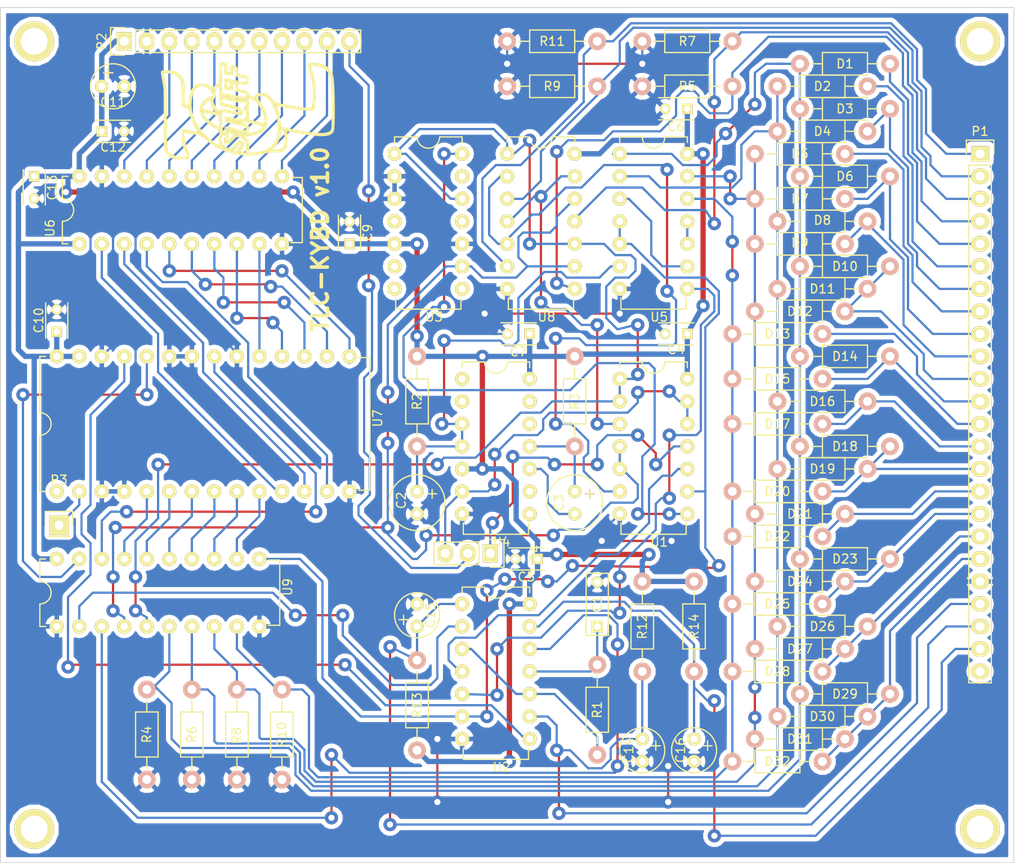
<source format=kicad_pcb>
(kicad_pcb (version 4) (host pcbnew "(2015-07-24 BZR 5989, Git 9b9c794)-product")
  (layers (0 F.Cu signal) (31 B.Cu signal) (34 B.Paste user) (35 F.Paste user) (36 B.SilkS user) (37 F.SilkS user) (38 B.Mask user) (39 F.Mask user) (44 Edge.Cuts user))
  (net 0 "")
  (net 1 "Net-(C1-Pad1)")
  (net 2 GND)
  (net 3 "Net-(C3-Pad2)")
  (net 4 "Net-(C3-Pad1)")
  (net 5 B3)
  (net 6 B2)
  (net 7 B1)
  (net 8 VCC)
  (net 9 K0)
  (net 10 K1)
  (net 11 STROBE)
  (net 12 "Net-(R1-Pad1)")
  (net 13 r3)
  (net 14 r2)
  (net 15 r1)
  (net 16 B0)
  (net 17 r0)
  (net 18 C0)
  (net 19 C1)
  (net 20 C2)
  (net 21 C3)
  (net 22 C4)
  (net 23 "Net-(C2-Pad1)")
  (net 24 C5)
  (net 25 C6)
  (net 26 C7)
  (net 27 C8)
  (net 28 C9)
  (net 29 C10)
  (net 30 C11)
  (net 31 C12)
  (net 32 C13)
  (net 33 C14)
  (net 34 KYBD)
  (net 35 "Net-(U1-Pad8)")
  (net 36 "Net-(U1-Pad10)")
  (net 37 "Net-(U6-Pad3)")
  (net 38 "Net-(U6-Pad4)")
  (net 39 "Net-(U6-Pad7)")
  (net 40 "Net-(U6-Pad8)")
  (net 41 d7)
  (net 42 d6)
  (net 43 d5)
  (net 44 d4)
  (net 45 d3)
  (net 46 d2)
  (net 47 d1)
  (net 48 d0)
  (net 49 "Net-(U5-Pad3)")
  (net 50 "Net-(U5-Pad10)")
  (net 51 KALT)
  (net 52 KCTRL)
  (net 53 KSHFT)
  (net 54 "Net-(U1-Pad3)")
  (net 55 "Net-(U1-Pad6)")
  (net 56 CTRL)
  (net 57 ALT)
  (net 58 SHFT)
  (net 59 "Net-(U6-Pad2)")
  (net 60 "Net-(U6-Pad5)")
  (net 61 "Net-(U6-Pad6)")
  (net 62 "Net-(U6-Pad9)")
  (net 63 "Net-(U2-Pad5)")
  (net 64 "Net-(P3-Pad1)")
  (net 65 "Net-(P4-Pad1)")
  (net 66 STRB)
  (net 67 LK1)
  (net 68 LK0)
  (net 69 LB3)
  (net 70 LB2)
  (net 71 LB1)
  (net 72 LB0)
  (net 73 LSHFT)
  (net 74 LCTRL)
  (module Capacitors_Elko_ThroughHole:Elko_vert_11.2x6.3mm_RM2.5 (layer F.Cu) (at 127 104.14 270)
    (fp_text reference C2 (at 1.016 1.778 270) (layer F.SilkS))
    (fp_text value 4.7uF)
    (fp_line (start 0.26924 -1.69926) (end 0.76962 -1.69926) (layer F.Cu) (width 0.15))
    (fp_line (start 0.26924 -1.69926) (end 0.26924 -2.19964) (layer F.Cu) (width 0.15))
    (fp_line (start -0.23114 -1.69926) (end 0.26924 -1.69926) (layer F.Cu) (width 0.15))
    (fp_line (start 0.26924 -1.69926) (end 0.26924 -1.30048) (layer F.Cu) (width 0.15))
    (fp_line (start 0.26924 -1.30048) (end 0.26924 -1.19888) (layer F.Cu) (width 0.15))
    (pad 2 thru_hole circle (at 2.54 0 270) (size 1.50114 1.50114) (drill 0.8001) (layers *.Cu *.Mask F.SilkS) (net 2 GND))
    (pad 1 thru_hole circle (at 0 0 270) (size 1.50114 1.50114) (drill 0.8001) (layers *.Cu *.Mask F.SilkS) (net 23 "Net-(C2-Pad1)"))
  )
  (module Capacitors_Elko_ThroughHole:Elko_vert_11.2x6.3mm_RM2.5 (layer F.Cu) (at 144.78 104.14 270)
    (fp_text reference C3 (at 1.27 1.778 270) (layer F.SilkS))
    (fp_text value 1uF)
    (fp_line (start 0.26924 -1.69926) (end 0.76962 -1.69926) (layer F.Cu) (width 0.15))
    (fp_line (start 0.26924 -1.69926) (end 0.26924 -2.19964) (layer F.Cu) (width 0.15))
    (fp_line (start -0.23114 -1.69926) (end 0.26924 -1.69926) (layer F.Cu) (width 0.15))
    (fp_line (start 0.26924 -1.69926) (end 0.26924 -1.30048) (layer F.Cu) (width 0.15))
    (fp_line (start 0.26924 -1.30048) (end 0.26924 -1.19888) (layer F.Cu) (width 0.15))
    (pad 2 thru_hole circle (at 2.54 0 270) (size 1.50114 1.50114) (drill 0.8001) (layers *.Cu *.Mask F.SilkS) (net 3 "Net-(C3-Pad2)"))
    (pad 1 thru_hole circle (at 0 0 270) (size 1.50114 1.50114) (drill 0.8001) (layers *.Cu *.Mask F.SilkS) (net 4 "Net-(C3-Pad1)"))
  )
  (module Resistors_ThroughHole:Resistor_Horizontal_RM10mm (layer F.Cu) (at 175.26 55.88)
    (fp_text reference D1 (at 0 0) (layer F.SilkS))
    (fp_text value 1N4148)
    (pad 1 thru_hole circle (at -5.08 0) (size 1.99898 1.99898) (drill 1.00076) (layers *.Cu *.SilkS *.Mask) (net 5 B3))
    (pad 2 thru_hole circle (at 5.08 0) (size 1.99898 1.99898) (drill 1.00076) (layers *.Cu *.SilkS *.Mask) (net 18 C0))
  )
  (module Resistors_ThroughHole:Resistor_Horizontal_RM10mm (layer F.Cu) (at 172.72 58.42)
    (fp_text reference D2 (at 0 0) (layer F.SilkS))
    (fp_text value 1N4148)
    (pad 1 thru_hole circle (at -5.08 0) (size 1.99898 1.99898) (drill 1.00076) (layers *.Cu *.SilkS *.Mask) (net 6 B2))
    (pad 2 thru_hole circle (at 5.08 0) (size 1.99898 1.99898) (drill 1.00076) (layers *.Cu *.SilkS *.Mask) (net 19 C1))
  )
  (module Resistors_ThroughHole:Resistor_Horizontal_RM10mm (layer F.Cu) (at 175.26 60.96)
    (fp_text reference D3 (at 0 0) (layer F.SilkS))
    (fp_text value 1N4148)
    (pad 1 thru_hole circle (at -5.08 0) (size 1.99898 1.99898) (drill 1.00076) (layers *.Cu *.SilkS *.Mask) (net 5 B3))
    (pad 2 thru_hole circle (at 5.08 0) (size 1.99898 1.99898) (drill 1.00076) (layers *.Cu *.SilkS *.Mask) (net 20 C2))
  )
  (module Resistors_ThroughHole:Resistor_Horizontal_RM10mm (layer F.Cu) (at 172.72 63.5)
    (fp_text reference D4 (at 0 0) (layer F.SilkS))
    (fp_text value 1N4148)
    (pad 1 thru_hole circle (at -5.08 0) (size 1.99898 1.99898) (drill 1.00076) (layers *.Cu *.SilkS *.Mask) (net 6 B2))
    (pad 2 thru_hole circle (at 5.08 0) (size 1.99898 1.99898) (drill 1.00076) (layers *.Cu *.SilkS *.Mask) (net 20 C2))
  )
  (module Resistors_ThroughHole:Resistor_Horizontal_RM10mm (layer F.Cu) (at 170.18 66.04)
    (fp_text reference D5 (at 0 0) (layer F.SilkS))
    (fp_text value 1N4148)
    (pad 1 thru_hole circle (at -5.08 0) (size 1.99898 1.99898) (drill 1.00076) (layers *.Cu *.SilkS *.Mask) (net 7 B1))
    (pad 2 thru_hole circle (at 5.08 0) (size 1.99898 1.99898) (drill 1.00076) (layers *.Cu *.SilkS *.Mask) (net 21 C3))
  )
  (module Resistors_ThroughHole:Resistor_Horizontal_RM10mm (layer F.Cu) (at 175.26 68.58)
    (fp_text reference D6 (at 0 0) (layer F.SilkS))
    (fp_text value 1N4148)
    (pad 1 thru_hole circle (at -5.08 0) (size 1.99898 1.99898) (drill 1.00076) (layers *.Cu *.SilkS *.Mask) (net 5 B3))
    (pad 2 thru_hole circle (at 5.08 0) (size 1.99898 1.99898) (drill 1.00076) (layers *.Cu *.SilkS *.Mask) (net 22 C4))
  )
  (module Resistors_ThroughHole:Resistor_Horizontal_RM10mm (layer F.Cu) (at 170.18 71.12)
    (fp_text reference D7 (at 0 0) (layer F.SilkS))
    (fp_text value 1N4148)
    (pad 1 thru_hole circle (at -5.08 0) (size 1.99898 1.99898) (drill 1.00076) (layers *.Cu *.SilkS *.Mask) (net 7 B1))
    (pad 2 thru_hole circle (at 5.08 0) (size 1.99898 1.99898) (drill 1.00076) (layers *.Cu *.SilkS *.Mask) (net 22 C4))
  )
  (module Resistors_ThroughHole:Resistor_Horizontal_RM10mm (layer F.Cu) (at 147.32 128.778 90)
    (fp_text reference R1 (at 0 0 90) (layer F.SilkS))
    (fp_text value 120K)
    (pad 1 thru_hole circle (at -5.08 0 90) (size 1.99898 1.99898) (drill 1.00076) (layers *.Cu *.SilkS *.Mask) (net 12 "Net-(R1-Pad1)"))
    (pad 2 thru_hole circle (at 5.08 0 90) (size 1.99898 1.99898) (drill 1.00076) (layers *.Cu *.SilkS *.Mask) (net 1 "Net-(C1-Pad1)"))
  )
  (module Resistors_ThroughHole:Resistor_Horizontal_RM10mm (layer F.Cu) (at 127 93.98 270)
    (fp_text reference R2 (at 0 0 270) (layer F.SilkS))
    (fp_text value 2.2K)
    (pad 1 thru_hole circle (at -5.08 0 270) (size 1.99898 1.99898) (drill 1.00076) (layers *.Cu *.SilkS *.Mask) (net 8 VCC))
    (pad 2 thru_hole circle (at 5.08 0 270) (size 1.99898 1.99898) (drill 1.00076) (layers *.Cu *.SilkS *.Mask) (net 23 "Net-(C2-Pad1)"))
  )
  (module Resistors_ThroughHole:Resistor_Horizontal_RM10mm (layer F.Cu) (at 144.78 93.98 270)
    (fp_text reference R3 (at 0 0 270) (layer F.SilkS))
    (fp_text value 10K)
    (pad 1 thru_hole circle (at -5.08 0 270) (size 1.99898 1.99898) (drill 1.00076) (layers *.Cu *.SilkS *.Mask) (net 8 VCC))
    (pad 2 thru_hole circle (at 5.08 0 270) (size 1.99898 1.99898) (drill 1.00076) (layers *.Cu *.SilkS *.Mask) (net 4 "Net-(C3-Pad1)"))
  )
  (module Resistors_ThroughHole:Resistor_Horizontal_RM10mm (layer F.Cu) (at 96.52 131.572 270)
    (fp_text reference R4 (at 0 0 270) (layer F.SilkS))
    (fp_text value 4.7K)
    (pad 1 thru_hole circle (at -5.08 0 270) (size 1.99898 1.99898) (drill 1.00076) (layers *.Cu *.SilkS *.Mask) (net 5 B3))
    (pad 2 thru_hole circle (at 5.08 0 270) (size 1.99898 1.99898) (drill 1.00076) (layers *.Cu *.SilkS *.Mask) (net 2 GND))
  )
  (module Resistors_ThroughHole:Resistor_Horizontal_RM10mm (layer F.Cu) (at 157.48 58.42 180)
    (fp_text reference R5 (at 0 0 180) (layer F.SilkS))
    (fp_text value 4.7K)
    (pad 1 thru_hole circle (at -5.08 0 180) (size 1.99898 1.99898) (drill 1.00076) (layers *.Cu *.SilkS *.Mask) (net 13 r3))
    (pad 2 thru_hole circle (at 5.08 0 180) (size 1.99898 1.99898) (drill 1.00076) (layers *.Cu *.SilkS *.Mask) (net 2 GND))
  )
  (module Resistors_ThroughHole:Resistor_Horizontal_RM10mm (layer F.Cu) (at 101.6 131.572 270)
    (fp_text reference R6 (at 0 0 270) (layer F.SilkS))
    (fp_text value 4.7K)
    (pad 1 thru_hole circle (at -5.08 0 270) (size 1.99898 1.99898) (drill 1.00076) (layers *.Cu *.SilkS *.Mask) (net 6 B2))
    (pad 2 thru_hole circle (at 5.08 0 270) (size 1.99898 1.99898) (drill 1.00076) (layers *.Cu *.SilkS *.Mask) (net 2 GND))
  )
  (module Resistors_ThroughHole:Resistor_Horizontal_RM10mm (layer F.Cu) (at 157.48 53.34 180)
    (fp_text reference R7 (at 0 0 180) (layer F.SilkS))
    (fp_text value 4.7K)
    (pad 1 thru_hole circle (at -5.08 0 180) (size 1.99898 1.99898) (drill 1.00076) (layers *.Cu *.SilkS *.Mask) (net 14 r2))
    (pad 2 thru_hole circle (at 5.08 0 180) (size 1.99898 1.99898) (drill 1.00076) (layers *.Cu *.SilkS *.Mask) (net 2 GND))
  )
  (module Resistors_ThroughHole:Resistor_Horizontal_RM10mm (layer F.Cu) (at 106.68 131.572 270)
    (fp_text reference R8 (at 0.127 0 270) (layer F.SilkS))
    (fp_text value 4.7K)
    (pad 1 thru_hole circle (at -5.08 0 270) (size 1.99898 1.99898) (drill 1.00076) (layers *.Cu *.SilkS *.Mask) (net 7 B1))
    (pad 2 thru_hole circle (at 5.08 0 270) (size 1.99898 1.99898) (drill 1.00076) (layers *.Cu *.SilkS *.Mask) (net 2 GND))
  )
  (module Resistors_ThroughHole:Resistor_Horizontal_RM10mm (layer F.Cu) (at 142.24 58.42 180)
    (fp_text reference R9 (at 0 0 180) (layer F.SilkS))
    (fp_text value 4.7K)
    (pad 1 thru_hole circle (at -5.08 0 180) (size 1.99898 1.99898) (drill 1.00076) (layers *.Cu *.SilkS *.Mask) (net 15 r1))
    (pad 2 thru_hole circle (at 5.08 0 180) (size 1.99898 1.99898) (drill 1.00076) (layers *.Cu *.SilkS *.Mask) (net 2 GND))
  )
  (module Resistors_ThroughHole:Resistor_Horizontal_RM10mm (layer F.Cu) (at 111.76 131.572 270)
    (fp_text reference R10 (at 0 0 270) (layer F.SilkS))
    (fp_text value 4.7K)
    (pad 1 thru_hole circle (at -5.08 0 270) (size 1.99898 1.99898) (drill 1.00076) (layers *.Cu *.SilkS *.Mask) (net 16 B0))
    (pad 2 thru_hole circle (at 5.08 0 270) (size 1.99898 1.99898) (drill 1.00076) (layers *.Cu *.SilkS *.Mask) (net 2 GND))
  )
  (module Resistors_ThroughHole:Resistor_Horizontal_RM10mm (layer F.Cu) (at 142.24 53.34 180)
    (fp_text reference R11 (at 0 0 180) (layer F.SilkS))
    (fp_text value 4.7K)
    (pad 1 thru_hole circle (at -5.08 0 180) (size 1.99898 1.99898) (drill 1.00076) (layers *.Cu *.SilkS *.Mask) (net 17 r0))
    (pad 2 thru_hole circle (at 5.08 0 180) (size 1.99898 1.99898) (drill 1.00076) (layers *.Cu *.SilkS *.Mask) (net 2 GND))
  )
  (module TLC_Stuff:DIP14-0.3 (layer F.Cu) (at 124.46 66.04)
    (fp_text reference U3 (at 4.445 18.415) (layer F.SilkS))
    (fp_text value 74LS93)
    (pad 1 thru_hole oval (at 0 0) (size 1.6 1.6) (drill 0.8) (layers *.Cu *.Mask F.SilkS) (net 9 K0))
    (pad 2 thru_hole oval (at 0 2.54) (size 1.6 1.6) (drill 0.8) (layers *.Cu *.Mask F.SilkS) (net 2 GND))
    (pad 3 thru_hole oval (at 0 5.08) (size 1.6 1.6) (drill 0.8) (layers *.Cu *.Mask F.SilkS) (net 2 GND))
    (pad 4 thru_hole oval (at 0 7.62) (size 1.6 1.6) (drill 0.8) (layers *.Cu *.Mask F.SilkS))
    (pad 5 thru_hole oval (at 0 10.16) (size 1.6 1.6) (drill 0.8) (layers *.Cu *.Mask F.SilkS) (net 8 VCC))
    (pad 6 thru_hole oval (at 0 12.7) (size 1.6 1.6) (drill 0.8) (layers *.Cu *.Mask F.SilkS))
    (pad 7 thru_hole oval (at 0 15.24) (size 1.6 1.6) (drill 0.8) (layers *.Cu *.Mask F.SilkS))
    (pad 8 thru_hole oval (at 7.62 15.24) (size 1.6 1.6) (drill 0.8) (layers *.Cu *.Mask F.SilkS))
    (pad 9 thru_hole oval (at 7.62 12.7) (size 1.6 1.6) (drill 0.8) (layers *.Cu *.Mask F.SilkS) (net 10 K1))
    (pad 10 thru_hole oval (at 7.62 10.16) (size 1.6 1.6) (drill 0.8) (layers *.Cu *.Mask F.SilkS) (net 2 GND))
    (pad 11 thru_hole oval (at 7.62 7.62) (size 1.6 1.6) (drill 0.8) (layers *.Cu *.Mask F.SilkS))
    (pad 12 thru_hole oval (at 7.62 5.08) (size 1.6 1.6) (drill 0.8) (layers *.Cu *.Mask F.SilkS) (net 9 K0))
    (pad 13 thru_hole oval (at 7.62 2.54) (size 1.6 1.6) (drill 0.8) (layers *.Cu *.Mask F.SilkS))
    (pad 14 thru_hole oval (at 7.62 0) (size 1.6 1.6) (drill 0.8) (layers *.Cu *.Mask F.SilkS) (net 35 "Net-(U1-Pad8)"))
  )
  (module TLC_Stuff:DIP14-0.3 (layer F.Cu) (at 132.08 91.44)
    (fp_text reference U4 (at 4.445 18.415) (layer F.SilkS))
    (fp_text value 74LS121)
    (pad 1 thru_hole oval (at 0 0) (size 1.6 1.6) (drill 0.8) (layers *.Cu *.Mask F.SilkS))
    (pad 2 thru_hole oval (at 0 2.54) (size 1.6 1.6) (drill 0.8) (layers *.Cu *.Mask F.SilkS))
    (pad 3 thru_hole oval (at 0 5.08) (size 1.6 1.6) (drill 0.8) (layers *.Cu *.Mask F.SilkS) (net 23 "Net-(C2-Pad1)"))
    (pad 4 thru_hole oval (at 0 7.62) (size 1.6 1.6) (drill 0.8) (layers *.Cu *.Mask F.SilkS) (net 23 "Net-(C2-Pad1)"))
    (pad 5 thru_hole oval (at 0 10.16) (size 1.6 1.6) (drill 0.8) (layers *.Cu *.Mask F.SilkS) (net 8 VCC))
    (pad 6 thru_hole oval (at 0 12.7) (size 1.6 1.6) (drill 0.8) (layers *.Cu *.Mask F.SilkS) (net 66 STRB))
    (pad 7 thru_hole oval (at 0 15.24) (size 1.6 1.6) (drill 0.8) (layers *.Cu *.Mask F.SilkS) (net 2 GND))
    (pad 8 thru_hole oval (at 7.62 15.24) (size 1.6 1.6) (drill 0.8) (layers *.Cu *.Mask F.SilkS))
    (pad 9 thru_hole oval (at 7.62 12.7) (size 1.6 1.6) (drill 0.8) (layers *.Cu *.Mask F.SilkS))
    (pad 10 thru_hole oval (at 7.62 10.16) (size 1.6 1.6) (drill 0.8) (layers *.Cu *.Mask F.SilkS) (net 3 "Net-(C3-Pad2)"))
    (pad 11 thru_hole oval (at 7.62 7.62) (size 1.6 1.6) (drill 0.8) (layers *.Cu *.Mask F.SilkS) (net 4 "Net-(C3-Pad1)"))
    (pad 12 thru_hole oval (at 7.62 5.08) (size 1.6 1.6) (drill 0.8) (layers *.Cu *.Mask F.SilkS))
    (pad 13 thru_hole oval (at 7.62 2.54) (size 1.6 1.6) (drill 0.8) (layers *.Cu *.Mask F.SilkS))
    (pad 14 thru_hole oval (at 7.62 0) (size 1.6 1.6) (drill 0.8) (layers *.Cu *.Mask F.SilkS) (net 8 VCC))
  )
  (module Capacitors_ThroughHole:C_Rect_L4_W2.5_P2.5 (layer F.Cu) (at 157.48 86.36 180)
    (fp_text reference C4 (at 1.27 -1.778 180) (layer F.SilkS))
    (fp_text value 0.1uF)
    (pad 1 thru_hole rect (at 0 0 180) (size 1.2 1.2) (drill 0.7) (layers *.Cu *.Mask F.SilkS) (net 8 VCC))
    (pad 2 thru_hole circle (at 2.5 0 180) (size 1.2 1.2) (drill 0.7) (layers *.Cu *.Mask F.SilkS) (net 2 GND))
  )
  (module Capacitors_ThroughHole:C_Rect_L4_W2.5_P2.5 (layer F.Cu) (at 140.589 111.76 180)
    (fp_text reference C5 (at 1.27 -2.032 180) (layer F.SilkS))
    (fp_text value 0.1uF)
    (pad 1 thru_hole rect (at 0 0 180) (size 1.2 1.2) (drill 0.7) (layers *.Cu *.Mask F.SilkS) (net 8 VCC))
    (pad 2 thru_hole circle (at 2.5 0 180) (size 1.2 1.2) (drill 0.7) (layers *.Cu *.Mask F.SilkS) (net 2 GND))
  )
  (module Capacitors_ThroughHole:C_Rect_L4_W2.5_P2.5 (layer F.Cu) (at 157.48 60.96 180)
    (fp_text reference C6 (at 1.27 -2.032 180) (layer F.SilkS))
    (fp_text value 0.1uF)
    (pad 1 thru_hole rect (at 0 0 180) (size 1.2 1.2) (drill 0.7) (layers *.Cu *.Mask F.SilkS) (net 8 VCC))
    (pad 2 thru_hole circle (at 2.5 0 180) (size 1.2 1.2) (drill 0.7) (layers *.Cu *.Mask F.SilkS) (net 2 GND))
  )
  (module Capacitors_ThroughHole:C_Rect_L4_W2.5_P2.5 (layer F.Cu) (at 139.7 86.36 180)
    (fp_text reference C7 (at 1.27 -2.032 180) (layer F.SilkS))
    (fp_text value 0.1uF)
    (pad 1 thru_hole rect (at 0 0 180) (size 1.2 1.2) (drill 0.7) (layers *.Cu *.Mask F.SilkS) (net 8 VCC))
    (pad 2 thru_hole circle (at 2.5 0 180) (size 1.2 1.2) (drill 0.7) (layers *.Cu *.Mask F.SilkS) (net 2 GND))
  )
  (module Capacitors_ThroughHole:C_Rect_L4_W2.5_P2.5 (layer F.Cu) (at 119.38 76.2 90)
    (fp_text reference C9 (at 1.27 2.032 90) (layer F.SilkS))
    (fp_text value 0.1uF)
    (pad 1 thru_hole rect (at 0 0 90) (size 1.2 1.2) (drill 0.7) (layers *.Cu *.Mask F.SilkS) (net 8 VCC))
    (pad 2 thru_hole circle (at 2.5 0 90) (size 1.2 1.2) (drill 0.7) (layers *.Cu *.Mask F.SilkS) (net 2 GND))
  )
  (module Capacitors_ThroughHole:C_Rect_L4_W2.5_P2.5 (layer F.Cu) (at 86.36 86.106 90)
    (fp_text reference C10 (at 1.27 -2.032 90) (layer F.SilkS))
    (fp_text value 0.1uF)
    (pad 1 thru_hole rect (at 0 0 90) (size 1.2 1.2) (drill 0.7) (layers *.Cu *.Mask F.SilkS) (net 8 VCC))
    (pad 2 thru_hole circle (at 2.5 0 90) (size 1.2 1.2) (drill 0.7) (layers *.Cu *.Mask F.SilkS) (net 2 GND))
  )
  (module Capacitors_Elko_ThroughHole:Elko_vert_11x5mm_RM2.5 (layer F.Cu) (at 91.44 58.42)
    (fp_text reference C11 (at 1.27 1.778) (layer F.SilkS))
    (fp_text value 100uF)
    (fp_line (start 0.2032 -1.524) (end 1.27 -1.524) (layer F.Cu) (width 0.15))
    (fp_line (start 0.762 -2.032) (end 0.762 -0.9906) (layer F.Cu) (width 0.15))
    (pad 2 thru_hole circle (at 2.54 0) (size 1.50114 1.50114) (drill 0.8001) (layers *.Cu *.Mask F.SilkS) (net 2 GND))
    (pad 1 thru_hole circle (at 0 0) (size 1.50114 1.50114) (drill 0.8001) (layers *.Cu *.Mask F.SilkS) (net 8 VCC))
  )
  (module Pin_Headers:Pin_Header_Straight_1x11 (layer F.Cu) (at 93.98 53.34 90)
    (fp_text reference P2 (at 0 -2.54 90) (layer F.SilkS))
    (fp_text value "KYBD PORT")
    (pad 1 thru_hole rect (at 0 0 90) (size 2.032 1.7272) (drill 1.016) (layers *.Cu *.Mask F.SilkS) (net 8 VCC))
    (pad 2 thru_hole oval (at 0 2.54 90) (size 2.032 1.7272) (drill 1.016) (layers *.Cu *.Mask F.SilkS) (net 2 GND))
    (pad 3 thru_hole oval (at 0 5.08 90) (size 2.032 1.7272) (drill 1.016) (layers *.Cu *.Mask F.SilkS) (net 48 d0))
    (pad 4 thru_hole oval (at 0 7.62 90) (size 2.032 1.7272) (drill 1.016) (layers *.Cu *.Mask F.SilkS) (net 47 d1))
    (pad 5 thru_hole oval (at 0 10.16 90) (size 2.032 1.7272) (drill 1.016) (layers *.Cu *.Mask F.SilkS) (net 46 d2))
    (pad 6 thru_hole oval (at 0 12.7 90) (size 2.032 1.7272) (drill 1.016) (layers *.Cu *.Mask F.SilkS) (net 45 d3))
    (pad 7 thru_hole oval (at 0 15.24 90) (size 2.032 1.7272) (drill 1.016) (layers *.Cu *.Mask F.SilkS) (net 44 d4))
    (pad 8 thru_hole oval (at 0 17.78 90) (size 2.032 1.7272) (drill 1.016) (layers *.Cu *.Mask F.SilkS) (net 43 d5))
    (pad 9 thru_hole oval (at 0 20.32 90) (size 2.032 1.7272) (drill 1.016) (layers *.Cu *.Mask F.SilkS) (net 42 d6))
    (pad 10 thru_hole oval (at 0 22.86 90) (size 2.032 1.7272) (drill 1.016) (layers *.Cu *.Mask F.SilkS) (net 41 d7))
    (pad 11 thru_hole oval (at 0 25.4 90) (size 2.032 1.7272) (drill 1.016) (layers *.Cu *.Mask F.SilkS) (net 11 STROBE))
  )
  (module Resistors_ThroughHole:Resistor_Horizontal_RM10mm (layer F.Cu) (at 172.72 73.66)
    (fp_text reference D8 (at 0 -0.127) (layer F.SilkS))
    (fp_text value 1N4148)
    (pad 1 thru_hole circle (at -5.08 0) (size 1.99898 1.99898) (drill 1.00076) (layers *.Cu *.SilkS *.Mask) (net 6 B2))
    (pad 2 thru_hole circle (at 5.08 0) (size 1.99898 1.99898) (drill 1.00076) (layers *.Cu *.SilkS *.Mask) (net 24 C5))
  )
  (module Resistors_ThroughHole:Resistor_Horizontal_RM10mm (layer F.Cu) (at 170.18 76.2)
    (fp_text reference D9 (at 0 -0.127) (layer F.SilkS))
    (fp_text value 1N4148)
    (pad 1 thru_hole circle (at -5.08 0) (size 1.99898 1.99898) (drill 1.00076) (layers *.Cu *.SilkS *.Mask) (net 7 B1))
    (pad 2 thru_hole circle (at 5.08 0) (size 1.99898 1.99898) (drill 1.00076) (layers *.Cu *.SilkS *.Mask) (net 24 C5))
  )
  (module Resistors_ThroughHole:Resistor_Horizontal_RM10mm (layer F.Cu) (at 175.26 78.74)
    (fp_text reference D10 (at 0 0) (layer F.SilkS))
    (fp_text value 1N4148)
    (pad 1 thru_hole circle (at -5.08 0) (size 1.99898 1.99898) (drill 1.00076) (layers *.Cu *.SilkS *.Mask) (net 5 B3))
    (pad 2 thru_hole circle (at 5.08 0) (size 1.99898 1.99898) (drill 1.00076) (layers *.Cu *.SilkS *.Mask) (net 25 C6))
  )
  (module Resistors_ThroughHole:Resistor_Horizontal_RM10mm (layer F.Cu) (at 172.72 81.28)
    (fp_text reference D11 (at 0 0) (layer F.SilkS))
    (fp_text value 1N4148)
    (pad 1 thru_hole circle (at -5.08 0) (size 1.99898 1.99898) (drill 1.00076) (layers *.Cu *.SilkS *.Mask) (net 6 B2))
    (pad 2 thru_hole circle (at 5.08 0) (size 1.99898 1.99898) (drill 1.00076) (layers *.Cu *.SilkS *.Mask) (net 25 C6))
  )
  (module Resistors_ThroughHole:Resistor_Horizontal_RM10mm (layer F.Cu) (at 170.18 83.82)
    (fp_text reference D12 (at 0 0) (layer F.SilkS))
    (fp_text value 1N4148)
    (pad 1 thru_hole circle (at -5.08 0) (size 1.99898 1.99898) (drill 1.00076) (layers *.Cu *.SilkS *.Mask) (net 7 B1))
    (pad 2 thru_hole circle (at 5.08 0) (size 1.99898 1.99898) (drill 1.00076) (layers *.Cu *.SilkS *.Mask) (net 25 C6))
  )
  (module Resistors_ThroughHole:Resistor_Horizontal_RM10mm (layer F.Cu) (at 167.64 86.36)
    (fp_text reference D13 (at 0 0) (layer F.SilkS))
    (fp_text value 1N4148)
    (pad 1 thru_hole circle (at -5.08 0) (size 1.99898 1.99898) (drill 1.00076) (layers *.Cu *.SilkS *.Mask) (net 16 B0))
    (pad 2 thru_hole circle (at 5.08 0) (size 1.99898 1.99898) (drill 1.00076) (layers *.Cu *.SilkS *.Mask) (net 26 C7))
  )
  (module Resistors_ThroughHole:Resistor_Horizontal_RM10mm (layer F.Cu) (at 175.26 88.9)
    (fp_text reference D14 (at 0 0) (layer F.SilkS))
    (fp_text value 1N4148)
    (pad 1 thru_hole circle (at -5.08 0) (size 1.99898 1.99898) (drill 1.00076) (layers *.Cu *.SilkS *.Mask) (net 5 B3))
    (pad 2 thru_hole circle (at 5.08 0) (size 1.99898 1.99898) (drill 1.00076) (layers *.Cu *.SilkS *.Mask) (net 27 C8))
  )
  (module Resistors_ThroughHole:Resistor_Horizontal_RM10mm (layer F.Cu) (at 167.64 91.44)
    (fp_text reference D15 (at 0 0) (layer F.SilkS))
    (fp_text value 1N4148)
    (pad 1 thru_hole circle (at -5.08 0) (size 1.99898 1.99898) (drill 1.00076) (layers *.Cu *.SilkS *.Mask) (net 16 B0))
    (pad 2 thru_hole circle (at 5.08 0) (size 1.99898 1.99898) (drill 1.00076) (layers *.Cu *.SilkS *.Mask) (net 27 C8))
  )
  (module Resistors_ThroughHole:Resistor_Horizontal_RM10mm (layer F.Cu) (at 172.72 93.98)
    (fp_text reference D16 (at 0 0) (layer F.SilkS))
    (fp_text value 1N4148)
    (pad 1 thru_hole circle (at -5.08 0) (size 1.99898 1.99898) (drill 1.00076) (layers *.Cu *.SilkS *.Mask) (net 6 B2))
    (pad 2 thru_hole circle (at 5.08 0) (size 1.99898 1.99898) (drill 1.00076) (layers *.Cu *.SilkS *.Mask) (net 28 C9))
  )
  (module Resistors_ThroughHole:Resistor_Horizontal_RM10mm (layer F.Cu) (at 167.64 96.52)
    (fp_text reference D17 (at 0 0) (layer F.SilkS))
    (fp_text value 1N4148)
    (pad 1 thru_hole circle (at -5.08 0) (size 1.99898 1.99898) (drill 1.00076) (layers *.Cu *.SilkS *.Mask) (net 16 B0))
    (pad 2 thru_hole circle (at 5.08 0) (size 1.99898 1.99898) (drill 1.00076) (layers *.Cu *.SilkS *.Mask) (net 28 C9))
  )
  (module Resistors_ThroughHole:Resistor_Horizontal_RM10mm (layer F.Cu) (at 175.26 99.06)
    (fp_text reference D18 (at 0 0) (layer F.SilkS))
    (fp_text value 1N4148)
    (pad 1 thru_hole circle (at -5.08 0) (size 1.99898 1.99898) (drill 1.00076) (layers *.Cu *.SilkS *.Mask) (net 5 B3))
    (pad 2 thru_hole circle (at 5.08 0) (size 1.99898 1.99898) (drill 1.00076) (layers *.Cu *.SilkS *.Mask) (net 29 C10))
  )
  (module Resistors_ThroughHole:Resistor_Horizontal_RM10mm (layer F.Cu) (at 172.72 101.6)
    (fp_text reference D19 (at 0 0) (layer F.SilkS))
    (fp_text value 1N4148)
    (pad 1 thru_hole circle (at -5.08 0) (size 1.99898 1.99898) (drill 1.00076) (layers *.Cu *.SilkS *.Mask) (net 6 B2))
    (pad 2 thru_hole circle (at 5.08 0) (size 1.99898 1.99898) (drill 1.00076) (layers *.Cu *.SilkS *.Mask) (net 29 C10))
  )
  (module Resistors_ThroughHole:Resistor_Horizontal_RM10mm (layer F.Cu) (at 167.64 104.14)
    (fp_text reference D20 (at 0 0) (layer F.SilkS))
    (fp_text value 1N4148)
    (pad 1 thru_hole circle (at -5.08 0) (size 1.99898 1.99898) (drill 1.00076) (layers *.Cu *.SilkS *.Mask) (net 16 B0))
    (pad 2 thru_hole circle (at 5.08 0) (size 1.99898 1.99898) (drill 1.00076) (layers *.Cu *.SilkS *.Mask) (net 29 C10))
  )
  (module Resistors_ThroughHole:Resistor_Horizontal_RM10mm (layer F.Cu) (at 170.18 106.68)
    (fp_text reference D21 (at 0 0) (layer F.SilkS))
    (fp_text value 1N4148)
    (pad 1 thru_hole circle (at -5.08 0) (size 1.99898 1.99898) (drill 1.00076) (layers *.Cu *.SilkS *.Mask) (net 7 B1))
    (pad 2 thru_hole circle (at 5.08 0) (size 1.99898 1.99898) (drill 1.00076) (layers *.Cu *.SilkS *.Mask) (net 30 C11))
  )
  (module Resistors_ThroughHole:Resistor_Horizontal_RM10mm (layer F.Cu) (at 167.64 109.22)
    (fp_text reference D22 (at 0 0) (layer F.SilkS))
    (fp_text value 1N4148)
    (pad 1 thru_hole circle (at -5.08 0) (size 1.99898 1.99898) (drill 1.00076) (layers *.Cu *.SilkS *.Mask) (net 16 B0))
    (pad 2 thru_hole circle (at 5.08 0) (size 1.99898 1.99898) (drill 1.00076) (layers *.Cu *.SilkS *.Mask) (net 30 C11))
  )
  (module Resistors_ThroughHole:Resistor_Horizontal_RM10mm (layer F.Cu) (at 175.26 111.76)
    (fp_text reference D23 (at 0 0) (layer F.SilkS))
    (fp_text value 1N4148)
    (pad 1 thru_hole circle (at -5.08 0) (size 1.99898 1.99898) (drill 1.00076) (layers *.Cu *.SilkS *.Mask) (net 5 B3))
    (pad 2 thru_hole circle (at 5.08 0) (size 1.99898 1.99898) (drill 1.00076) (layers *.Cu *.SilkS *.Mask) (net 31 C12))
  )
  (module Resistors_ThroughHole:Resistor_Horizontal_RM10mm (layer F.Cu) (at 170.18 114.3)
    (fp_text reference D24 (at 0 0) (layer F.SilkS))
    (fp_text value 1N4148)
    (pad 1 thru_hole circle (at -5.08 0) (size 1.99898 1.99898) (drill 1.00076) (layers *.Cu *.SilkS *.Mask) (net 7 B1))
    (pad 2 thru_hole circle (at 5.08 0) (size 1.99898 1.99898) (drill 1.00076) (layers *.Cu *.SilkS *.Mask) (net 31 C12))
  )
  (module Resistors_ThroughHole:Resistor_Horizontal_RM10mm (layer F.Cu) (at 167.64 116.84)
    (fp_text reference D25 (at 0 0) (layer F.SilkS))
    (fp_text value 1N4148)
    (pad 1 thru_hole circle (at -5.08 0) (size 1.99898 1.99898) (drill 1.00076) (layers *.Cu *.SilkS *.Mask) (net 16 B0))
    (pad 2 thru_hole circle (at 5.08 0) (size 1.99898 1.99898) (drill 1.00076) (layers *.Cu *.SilkS *.Mask) (net 31 C12))
  )
  (module Resistors_ThroughHole:Resistor_Horizontal_RM10mm (layer F.Cu) (at 172.72 119.38)
    (fp_text reference D26 (at 0 0) (layer F.SilkS))
    (fp_text value 1N4148)
    (pad 1 thru_hole circle (at -5.08 0) (size 1.99898 1.99898) (drill 1.00076) (layers *.Cu *.SilkS *.Mask) (net 6 B2))
    (pad 2 thru_hole circle (at 5.08 0) (size 1.99898 1.99898) (drill 1.00076) (layers *.Cu *.SilkS *.Mask) (net 32 C13))
  )
  (module Resistors_ThroughHole:Resistor_Horizontal_RM10mm (layer F.Cu) (at 170.18 121.92)
    (fp_text reference D27 (at 0 0) (layer F.SilkS))
    (fp_text value 1N4148)
    (pad 1 thru_hole circle (at -5.08 0) (size 1.99898 1.99898) (drill 1.00076) (layers *.Cu *.SilkS *.Mask) (net 7 B1))
    (pad 2 thru_hole circle (at 5.08 0) (size 1.99898 1.99898) (drill 1.00076) (layers *.Cu *.SilkS *.Mask) (net 32 C13))
  )
  (module Resistors_ThroughHole:Resistor_Horizontal_RM10mm (layer F.Cu) (at 167.64 124.46)
    (fp_text reference D28 (at 0 0) (layer F.SilkS))
    (fp_text value 1N4148)
    (pad 1 thru_hole circle (at -5.08 0) (size 1.99898 1.99898) (drill 1.00076) (layers *.Cu *.SilkS *.Mask) (net 16 B0))
    (pad 2 thru_hole circle (at 5.08 0) (size 1.99898 1.99898) (drill 1.00076) (layers *.Cu *.SilkS *.Mask) (net 32 C13))
  )
  (module Resistors_ThroughHole:Resistor_Horizontal_RM10mm (layer F.Cu) (at 175.26 127)
    (fp_text reference D29 (at 0 0) (layer F.SilkS))
    (fp_text value 1N4148)
    (pad 1 thru_hole circle (at -5.08 0) (size 1.99898 1.99898) (drill 1.00076) (layers *.Cu *.SilkS *.Mask) (net 5 B3))
    (pad 2 thru_hole circle (at 5.08 0) (size 1.99898 1.99898) (drill 1.00076) (layers *.Cu *.SilkS *.Mask) (net 33 C14))
  )
  (module Resistors_ThroughHole:Resistor_Horizontal_RM10mm (layer F.Cu) (at 172.72 129.54)
    (fp_text reference D30 (at 0 0) (layer F.SilkS))
    (fp_text value 1N4148)
    (pad 1 thru_hole circle (at -5.08 0) (size 1.99898 1.99898) (drill 1.00076) (layers *.Cu *.SilkS *.Mask) (net 6 B2))
    (pad 2 thru_hole circle (at 5.08 0) (size 1.99898 1.99898) (drill 1.00076) (layers *.Cu *.SilkS *.Mask) (net 33 C14))
  )
  (module Resistors_ThroughHole:Resistor_Horizontal_RM10mm (layer F.Cu) (at 170.18 132.08)
    (fp_text reference D31 (at 0 0) (layer F.SilkS))
    (fp_text value 1N4148)
    (pad 1 thru_hole circle (at -5.08 0) (size 1.99898 1.99898) (drill 1.00076) (layers *.Cu *.SilkS *.Mask) (net 7 B1))
    (pad 2 thru_hole circle (at 5.08 0) (size 1.99898 1.99898) (drill 1.00076) (layers *.Cu *.SilkS *.Mask) (net 33 C14))
  )
  (module Resistors_ThroughHole:Resistor_Horizontal_RM10mm (layer F.Cu) (at 167.64 134.62)
    (fp_text reference D32 (at 0 0) (layer F.SilkS))
    (fp_text value 1N4148)
    (pad 1 thru_hole circle (at -5.08 0) (size 1.99898 1.99898) (drill 1.00076) (layers *.Cu *.SilkS *.Mask) (net 16 B0))
    (pad 2 thru_hole circle (at 5.08 0) (size 1.99898 1.99898) (drill 1.00076) (layers *.Cu *.SilkS *.Mask) (net 33 C14))
  )
  (module TLC_Stuff:DIP14-0.3 (layer F.Cu) (at 137.16 66.04)
    (fp_text reference U8 (at 4.445 18.415) (layer F.SilkS))
    (fp_text value 74LS08)
    (pad 1 thru_hole oval (at 0 0) (size 1.6 1.6) (drill 0.8) (layers *.Cu *.Mask F.SilkS) (net 9 K0))
    (pad 2 thru_hole oval (at 0 2.54) (size 1.6 1.6) (drill 0.8) (layers *.Cu *.Mask F.SilkS) (net 55 "Net-(U1-Pad6)"))
    (pad 3 thru_hole oval (at 0 5.08) (size 1.6 1.6) (drill 0.8) (layers *.Cu *.Mask F.SilkS) (net 15 r1))
    (pad 4 thru_hole oval (at 0 7.62) (size 1.6 1.6) (drill 0.8) (layers *.Cu *.Mask F.SilkS) (net 54 "Net-(U1-Pad3)"))
    (pad 5 thru_hole oval (at 0 10.16) (size 1.6 1.6) (drill 0.8) (layers *.Cu *.Mask F.SilkS) (net 55 "Net-(U1-Pad6)"))
    (pad 6 thru_hole oval (at 0 12.7) (size 1.6 1.6) (drill 0.8) (layers *.Cu *.Mask F.SilkS) (net 17 r0))
    (pad 7 thru_hole oval (at 0 15.24) (size 1.6 1.6) (drill 0.8) (layers *.Cu *.Mask F.SilkS) (net 2 GND))
    (pad 8 thru_hole oval (at 7.62 15.24) (size 1.6 1.6) (drill 0.8) (layers *.Cu *.Mask F.SilkS) (net 13 r3))
    (pad 9 thru_hole oval (at 7.62 12.7) (size 1.6 1.6) (drill 0.8) (layers *.Cu *.Mask F.SilkS) (net 10 K1))
    (pad 10 thru_hole oval (at 7.62 10.16) (size 1.6 1.6) (drill 0.8) (layers *.Cu *.Mask F.SilkS) (net 9 K0))
    (pad 11 thru_hole oval (at 7.62 7.62) (size 1.6 1.6) (drill 0.8) (layers *.Cu *.Mask F.SilkS) (net 14 r2))
    (pad 12 thru_hole oval (at 7.62 5.08) (size 1.6 1.6) (drill 0.8) (layers *.Cu *.Mask F.SilkS) (net 10 K1))
    (pad 13 thru_hole oval (at 7.62 2.54) (size 1.6 1.6) (drill 0.8) (layers *.Cu *.Mask F.SilkS) (net 54 "Net-(U1-Pad3)"))
    (pad 14 thru_hole oval (at 7.62 0) (size 1.6 1.6) (drill 0.8) (layers *.Cu *.Mask F.SilkS) (net 8 VCC))
  )
  (module 6809Stuff:DIP14-0.3 (layer F.Cu) (at 132.08 116.84)
    (fp_text reference U2 (at 4.445 18.415) (layer F.SilkS))
    (fp_text value 74HC14)
    (pad 1 thru_hole oval (at 0 0) (size 1.6 1.6) (drill 0.8) (layers *.Cu *.Mask F.SilkS) (net 52 KCTRL))
    (pad 2 thru_hole oval (at 0 2.54) (size 1.6 1.6) (drill 0.8) (layers *.Cu *.Mask F.SilkS) (net 56 CTRL))
    (pad 3 thru_hole oval (at 0 5.08) (size 1.6 1.6) (drill 0.8) (layers *.Cu *.Mask F.SilkS) (net 12 "Net-(R1-Pad1)"))
    (pad 4 thru_hole oval (at 0 7.62) (size 1.6 1.6) (drill 0.8) (layers *.Cu *.Mask F.SilkS) (net 36 "Net-(U1-Pad10)"))
    (pad 5 thru_hole oval (at 0 10.16) (size 1.6 1.6) (drill 0.8) (layers *.Cu *.Mask F.SilkS) (net 63 "Net-(U2-Pad5)"))
    (pad 6 thru_hole oval (at 0 12.7) (size 1.6 1.6) (drill 0.8) (layers *.Cu *.Mask F.SilkS) (net 34 KYBD))
    (pad 7 thru_hole oval (at 0 15.24) (size 1.6 1.6) (drill 0.8) (layers *.Cu *.Mask F.SilkS) (net 2 GND))
    (pad 8 thru_hole oval (at 7.62 15.24) (size 1.6 1.6) (drill 0.8) (layers *.Cu *.Mask F.SilkS) (net 57 ALT))
    (pad 9 thru_hole oval (at 7.62 12.7) (size 1.6 1.6) (drill 0.8) (layers *.Cu *.Mask F.SilkS) (net 51 KALT))
    (pad 10 thru_hole oval (at 7.62 10.16) (size 1.6 1.6) (drill 0.8) (layers *.Cu *.Mask F.SilkS) (net 12 "Net-(R1-Pad1)"))
    (pad 11 thru_hole oval (at 7.62 7.62) (size 1.6 1.6) (drill 0.8) (layers *.Cu *.Mask F.SilkS) (net 1 "Net-(C1-Pad1)"))
    (pad 12 thru_hole oval (at 7.62 5.08) (size 1.6 1.6) (drill 0.8) (layers *.Cu *.Mask F.SilkS) (net 58 SHFT))
    (pad 13 thru_hole oval (at 7.62 2.54) (size 1.6 1.6) (drill 0.8) (layers *.Cu *.Mask F.SilkS) (net 53 KSHFT))
    (pad 14 thru_hole oval (at 7.62 0) (size 1.6 1.6) (drill 0.8) (layers *.Cu *.Mask F.SilkS) (net 8 VCC))
  )
  (module 6809Stuff:DIP14-0.3 (layer F.Cu) (at 149.86 91.44)
    (fp_text reference U1 (at 4.445 18.415) (layer F.SilkS))
    (fp_text value 74LS00)
    (pad 1 thru_hole oval (at 0 0) (size 1.6 1.6) (drill 0.8) (layers *.Cu *.Mask F.SilkS) (net 9 K0))
    (pad 2 thru_hole oval (at 0 2.54) (size 1.6 1.6) (drill 0.8) (layers *.Cu *.Mask F.SilkS) (net 9 K0))
    (pad 3 thru_hole oval (at 0 5.08) (size 1.6 1.6) (drill 0.8) (layers *.Cu *.Mask F.SilkS) (net 54 "Net-(U1-Pad3)"))
    (pad 4 thru_hole oval (at 0 7.62) (size 1.6 1.6) (drill 0.8) (layers *.Cu *.Mask F.SilkS) (net 10 K1))
    (pad 5 thru_hole oval (at 0 10.16) (size 1.6 1.6) (drill 0.8) (layers *.Cu *.Mask F.SilkS) (net 10 K1))
    (pad 6 thru_hole oval (at 0 12.7) (size 1.6 1.6) (drill 0.8) (layers *.Cu *.Mask F.SilkS) (net 55 "Net-(U1-Pad6)"))
    (pad 7 thru_hole oval (at 0 15.24) (size 1.6 1.6) (drill 0.8) (layers *.Cu *.Mask F.SilkS) (net 2 GND))
    (pad 8 thru_hole oval (at 7.62 15.24) (size 1.6 1.6) (drill 0.8) (layers *.Cu *.Mask F.SilkS) (net 35 "Net-(U1-Pad8)"))
    (pad 9 thru_hole oval (at 7.62 12.7) (size 1.6 1.6) (drill 0.8) (layers *.Cu *.Mask F.SilkS) (net 34 KYBD))
    (pad 10 thru_hole oval (at 7.62 10.16) (size 1.6 1.6) (drill 0.8) (layers *.Cu *.Mask F.SilkS) (net 36 "Net-(U1-Pad10)"))
    (pad 11 thru_hole oval (at 7.62 7.62) (size 1.6 1.6) (drill 0.8) (layers *.Cu *.Mask F.SilkS) (net 65 "Net-(P4-Pad1)"))
    (pad 12 thru_hole oval (at 7.62 5.08) (size 1.6 1.6) (drill 0.8) (layers *.Cu *.Mask F.SilkS) (net 66 STRB))
    (pad 13 thru_hole oval (at 7.62 2.54) (size 1.6 1.6) (drill 0.8) (layers *.Cu *.Mask F.SilkS) (net 66 STRB))
    (pad 14 thru_hole oval (at 7.62 0) (size 1.6 1.6) (drill 0.8) (layers *.Cu *.Mask F.SilkS) (net 8 VCC))
  )
  (module 6809Stuff:DIP14-0.3 (layer F.Cu) (at 149.86 66.04)
    (fp_text reference U5 (at 4.445 18.415) (layer F.SilkS))
    (fp_text value 74LS32)
    (pad 1 thru_hole oval (at 0 0) (size 1.6 1.6) (drill 0.8) (layers *.Cu *.Mask F.SilkS) (net 5 B3))
    (pad 2 thru_hole oval (at 0 2.54) (size 1.6 1.6) (drill 0.8) (layers *.Cu *.Mask F.SilkS) (net 6 B2))
    (pad 3 thru_hole oval (at 0 5.08) (size 1.6 1.6) (drill 0.8) (layers *.Cu *.Mask F.SilkS) (net 49 "Net-(U5-Pad3)"))
    (pad 4 thru_hole oval (at 0 7.62) (size 1.6 1.6) (drill 0.8) (layers *.Cu *.Mask F.SilkS) (net 34 KYBD))
    (pad 5 thru_hole oval (at 0 10.16) (size 1.6 1.6) (drill 0.8) (layers *.Cu *.Mask F.SilkS) (net 34 KYBD))
    (pad 6 thru_hole oval (at 0 12.7) (size 1.6 1.6) (drill 0.8) (layers *.Cu *.Mask F.SilkS) (net 23 "Net-(C2-Pad1)"))
    (pad 7 thru_hole oval (at 0 15.24) (size 1.6 1.6) (drill 0.8) (layers *.Cu *.Mask F.SilkS) (net 2 GND))
    (pad 8 thru_hole oval (at 7.62 15.24) (size 1.6 1.6) (drill 0.8) (layers *.Cu *.Mask F.SilkS) (net 63 "Net-(U2-Pad5)"))
    (pad 9 thru_hole oval (at 7.62 12.7) (size 1.6 1.6) (drill 0.8) (layers *.Cu *.Mask F.SilkS) (net 49 "Net-(U5-Pad3)"))
    (pad 10 thru_hole oval (at 7.62 10.16) (size 1.6 1.6) (drill 0.8) (layers *.Cu *.Mask F.SilkS) (net 50 "Net-(U5-Pad10)"))
    (pad 11 thru_hole oval (at 7.62 7.62) (size 1.6 1.6) (drill 0.8) (layers *.Cu *.Mask F.SilkS) (net 50 "Net-(U5-Pad10)"))
    (pad 12 thru_hole oval (at 7.62 5.08) (size 1.6 1.6) (drill 0.8) (layers *.Cu *.Mask F.SilkS) (net 16 B0))
    (pad 13 thru_hole oval (at 7.62 2.54) (size 1.6 1.6) (drill 0.8) (layers *.Cu *.Mask F.SilkS) (net 7 B1))
    (pad 14 thru_hole oval (at 7.62 0) (size 1.6 1.6) (drill 0.8) (layers *.Cu *.Mask F.SilkS) (net 8 VCC))
  )
  (module Capacitors_ThroughHole:C_Rect_L4_W2.5_P2.5 (layer F.Cu) (at 91.44 63.5)
    (fp_text reference C12 (at 1.27 1.778) (layer F.SilkS))
    (fp_text value 0.1uF)
    (pad 1 thru_hole rect (at 0 0) (size 1.2 1.2) (drill 0.7) (layers *.Cu *.Mask F.SilkS) (net 8 VCC))
    (pad 2 thru_hole circle (at 2.5 0) (size 1.2 1.2) (drill 0.7) (layers *.Cu *.Mask F.SilkS) (net 2 GND))
  )
  (module Capacitors_ThroughHole:C_Rect_L4_W2.5_P2.5 (layer F.Cu) (at 83.82 68.58 270)
    (fp_text reference C13 (at 1.27 -2.032 270) (layer F.SilkS))
    (fp_text value 0.1uF)
    (pad 1 thru_hole rect (at 0 0 270) (size 1.2 1.2) (drill 0.7) (layers *.Cu *.Mask F.SilkS) (net 8 VCC))
    (pad 2 thru_hole circle (at 2.5 0 270) (size 1.2 1.2) (drill 0.7) (layers *.Cu *.Mask F.SilkS) (net 2 GND))
  )
  (module 6809Stuff:DIP20-0.3 (layer F.Cu) (at 88.9 76.2 90)
    (fp_text reference U6 (at 1.778 -3.302 90) (layer F.SilkS))
    (fp_text value 74HC645)
    (pad 1 thru_hole oval (at 0 0 90) (size 1.6 1.6) (drill 0.8) (layers *.Cu *.Mask F.SilkS) (net 8 VCC))
    (pad 2 thru_hole oval (at 0 2.54 90) (size 1.6 1.6) (drill 0.8) (layers *.Cu *.Mask F.SilkS) (net 59 "Net-(U6-Pad2)"))
    (pad 3 thru_hole oval (at 0 5.08 90) (size 1.6 1.6) (drill 0.8) (layers *.Cu *.Mask F.SilkS) (net 37 "Net-(U6-Pad3)"))
    (pad 4 thru_hole oval (at 0 7.62 90) (size 1.6 1.6) (drill 0.8) (layers *.Cu *.Mask F.SilkS) (net 38 "Net-(U6-Pad4)"))
    (pad 5 thru_hole oval (at 0 10.16 90) (size 1.6 1.6) (drill 0.8) (layers *.Cu *.Mask F.SilkS) (net 60 "Net-(U6-Pad5)"))
    (pad 6 thru_hole oval (at 0 12.7 90) (size 1.6 1.6) (drill 0.8) (layers *.Cu *.Mask F.SilkS) (net 61 "Net-(U6-Pad6)"))
    (pad 7 thru_hole oval (at 0 15.24 90) (size 1.6 1.6) (drill 0.8) (layers *.Cu *.Mask F.SilkS) (net 39 "Net-(U6-Pad7)"))
    (pad 8 thru_hole oval (at 0 17.78 90) (size 1.6 1.6) (drill 0.8) (layers *.Cu *.Mask F.SilkS) (net 40 "Net-(U6-Pad8)"))
    (pad 9 thru_hole oval (at 0 20.32 90) (size 1.6 1.6) (drill 0.8) (layers *.Cu *.Mask F.SilkS) (net 62 "Net-(U6-Pad9)"))
    (pad 10 thru_hole oval (at 0 22.86 90) (size 1.6 1.6) (drill 0.8) (layers *.Cu *.Mask F.SilkS) (net 2 GND))
    (pad 11 thru_hole oval (at 7.62 22.86 90) (size 1.6 1.6) (drill 0.8) (layers *.Cu *.Mask F.SilkS) (net 41 d7))
    (pad 12 thru_hole oval (at 7.62 20.32 90) (size 1.6 1.6) (drill 0.8) (layers *.Cu *.Mask F.SilkS) (net 42 d6))
    (pad 13 thru_hole oval (at 7.62 17.78 90) (size 1.6 1.6) (drill 0.8) (layers *.Cu *.Mask F.SilkS) (net 43 d5))
    (pad 14 thru_hole oval (at 7.62 15.24 90) (size 1.6 1.6) (drill 0.8) (layers *.Cu *.Mask F.SilkS) (net 44 d4))
    (pad 15 thru_hole oval (at 7.62 12.7 90) (size 1.6 1.6) (drill 0.8) (layers *.Cu *.Mask F.SilkS) (net 45 d3))
    (pad 16 thru_hole oval (at 7.62 10.16 90) (size 1.6 1.6) (drill 0.8) (layers *.Cu *.Mask F.SilkS) (net 46 d2))
    (pad 17 thru_hole oval (at 7.62 7.62 90) (size 1.6 1.6) (drill 0.8) (layers *.Cu *.Mask F.SilkS) (net 47 d1))
    (pad 18 thru_hole oval (at 7.62 5.08 90) (size 1.6 1.6) (drill 0.8) (layers *.Cu *.Mask F.SilkS) (net 48 d0))
    (pad 19 thru_hole oval (at 7.62 2.54 90) (size 1.6 1.6) (drill 0.8) (layers *.Cu *.Mask F.SilkS) (net 2 GND))
    (pad 20 thru_hole oval (at 7.62 0 90) (size 1.6 1.6) (drill 0.8) (layers *.Cu *.Mask F.SilkS) (net 8 VCC))
  )
  (module TLC_Stuff:DIP20-0.3 (layer F.Cu) (at 86.36 119.38 90)
    (fp_text reference U9 (at 4.445 26.035 90) (layer F.SilkS))
    (fp_text value 74LS574)
    (pad 1 thru_hole oval (at 0 0 90) (size 1.6 1.6) (drill 0.8) (layers *.Cu *.Mask F.SilkS) (net 2 GND))
    (pad 2 thru_hole oval (at 0 2.54 90) (size 1.6 1.6) (drill 0.8) (layers *.Cu *.Mask F.SilkS) (net 56 CTRL))
    (pad 3 thru_hole oval (at 0 5.08 90) (size 1.6 1.6) (drill 0.8) (layers *.Cu *.Mask F.SilkS) (net 58 SHFT))
    (pad 4 thru_hole oval (at 0 7.62 90) (size 1.6 1.6) (drill 0.8) (layers *.Cu *.Mask F.SilkS) (net 10 K1))
    (pad 5 thru_hole oval (at 0 10.16 90) (size 1.6 1.6) (drill 0.8) (layers *.Cu *.Mask F.SilkS) (net 9 K0))
    (pad 6 thru_hole oval (at 0 12.7 90) (size 1.6 1.6) (drill 0.8) (layers *.Cu *.Mask F.SilkS) (net 5 B3))
    (pad 7 thru_hole oval (at 0 15.24 90) (size 1.6 1.6) (drill 0.8) (layers *.Cu *.Mask F.SilkS) (net 6 B2))
    (pad 8 thru_hole oval (at 0 17.78 90) (size 1.6 1.6) (drill 0.8) (layers *.Cu *.Mask F.SilkS) (net 7 B1))
    (pad 9 thru_hole oval (at 0 20.32 90) (size 1.6 1.6) (drill 0.8) (layers *.Cu *.Mask F.SilkS) (net 16 B0))
    (pad 10 thru_hole oval (at 0 22.86 90) (size 1.6 1.6) (drill 0.8) (layers *.Cu *.Mask F.SilkS) (net 2 GND))
    (pad 11 thru_hole oval (at 7.62 22.86 90) (size 1.6 1.6) (drill 0.8) (layers *.Cu *.Mask F.SilkS) (net 34 KYBD))
    (pad 12 thru_hole oval (at 7.62 20.32 90) (size 1.6 1.6) (drill 0.8) (layers *.Cu *.Mask F.SilkS) (net 72 LB0))
    (pad 13 thru_hole oval (at 7.62 17.78 90) (size 1.6 1.6) (drill 0.8) (layers *.Cu *.Mask F.SilkS) (net 71 LB1))
    (pad 14 thru_hole oval (at 7.62 15.24 90) (size 1.6 1.6) (drill 0.8) (layers *.Cu *.Mask F.SilkS) (net 70 LB2))
    (pad 15 thru_hole oval (at 7.62 12.7 90) (size 1.6 1.6) (drill 0.8) (layers *.Cu *.Mask F.SilkS) (net 69 LB3))
    (pad 16 thru_hole oval (at 7.62 10.16 90) (size 1.6 1.6) (drill 0.8) (layers *.Cu *.Mask F.SilkS) (net 68 LK0))
    (pad 17 thru_hole oval (at 7.62 7.62 90) (size 1.6 1.6) (drill 0.8) (layers *.Cu *.Mask F.SilkS) (net 67 LK1))
    (pad 18 thru_hole oval (at 7.62 5.08 90) (size 1.6 1.6) (drill 0.8) (layers *.Cu *.Mask F.SilkS) (net 73 LSHFT))
    (pad 19 thru_hole oval (at 7.62 2.54 90) (size 1.6 1.6) (drill 0.8) (layers *.Cu *.Mask F.SilkS) (net 74 LCTRL))
    (pad 20 thru_hole oval (at 7.62 0 90) (size 1.6 1.6) (drill 0.8) (layers *.Cu *.Mask F.SilkS) (net 8 VCC))
  )
  (module Capacitors_ThroughHole:C_Rect_L7_W2.5_P5 (layer F.Cu) (at 147.32 119.38 90)
    (fp_text reference C1 (at 2.54 0 90) (layer F.SilkS))
    (fp_text value 4.7nF)
    (pad 1 thru_hole rect (at 0 0 90) (size 1.3 1.3) (drill 0.8) (layers *.Cu *.Mask F.SilkS) (net 1 "Net-(C1-Pad1)"))
    (pad 2 thru_hole circle (at 5 0 90) (size 1.3 1.3) (drill 0.8) (layers *.Cu *.Mask F.SilkS) (net 2 GND))
  )
  (module Capacitors_Elko_ThroughHole:Elko_vert_11x5mm_RM2.5 (layer F.Cu) (at 152.4 132.08 270)
    (fp_text reference C14 (at 1.27 1.524 270) (layer F.SilkS))
    (fp_text value 4.7uF)
    (fp_line (start 0.2032 -1.524) (end 1.27 -1.524) (layer F.Cu) (width 0.15))
    (fp_line (start 0.762 -2.032) (end 0.762 -0.9906) (layer F.Cu) (width 0.15))
    (pad 2 thru_hole circle (at 2.54 0 270) (size 1.50114 1.50114) (drill 0.8001) (layers *.Cu *.Mask F.SilkS) (net 2 GND))
    (pad 1 thru_hole circle (at 0 0 270) (size 1.50114 1.50114) (drill 0.8001) (layers *.Cu *.Mask F.SilkS) (net 51 KALT))
  )
  (module Capacitors_Elko_ThroughHole:Elko_vert_11x5mm_RM2.5 (layer F.Cu) (at 127 119.38 90)
    (fp_text reference C15 (at 1.27 1.524 90) (layer F.SilkS))
    (fp_text value 4.7uF)
    (fp_line (start 0.2032 -1.524) (end 1.27 -1.524) (layer F.Cu) (width 0.15))
    (fp_line (start 0.762 -2.032) (end 0.762 -0.9906) (layer F.Cu) (width 0.15))
    (pad 2 thru_hole circle (at 2.54 0 90) (size 1.50114 1.50114) (drill 0.8001) (layers *.Cu *.Mask F.SilkS) (net 2 GND))
    (pad 1 thru_hole circle (at 0 0 90) (size 1.50114 1.50114) (drill 0.8001) (layers *.Cu *.Mask F.SilkS) (net 52 KCTRL))
  )
  (module Capacitors_Elko_ThroughHole:Elko_vert_11x5mm_RM2.5 (layer F.Cu) (at 158.242 132.08 270)
    (fp_text reference C16 (at 1.27 1.524 270) (layer F.SilkS))
    (fp_text value 4.7uF)
    (fp_line (start 0.2032 -1.524) (end 1.27 -1.524) (layer F.Cu) (width 0.15))
    (fp_line (start 0.762 -2.032) (end 0.762 -0.9906) (layer F.Cu) (width 0.15))
    (pad 2 thru_hole circle (at 2.54 0 270) (size 1.50114 1.50114) (drill 0.8001) (layers *.Cu *.Mask F.SilkS) (net 2 GND))
    (pad 1 thru_hole circle (at 0 0 270) (size 1.50114 1.50114) (drill 0.8001) (layers *.Cu *.Mask F.SilkS) (net 53 KSHFT))
  )
  (module Pin_Headers:Pin_Header_Straight_1x24 (layer F.Cu) (at 190.5 66.04)
    (fp_text reference P1 (at 0 -2.54) (layer F.SilkS))
    (fp_text value CONN_01X24)
    (pad 1 thru_hole rect (at 0 0) (size 2.032 1.7272) (drill 1.016) (layers *.Cu *.Mask F.SilkS) (net 17 r0))
    (pad 2 thru_hole oval (at 0 2.54) (size 2.032 1.7272) (drill 1.016) (layers *.Cu *.Mask F.SilkS) (net 15 r1))
    (pad 3 thru_hole oval (at 0 5.08) (size 2.032 1.7272) (drill 1.016) (layers *.Cu *.Mask F.SilkS) (net 14 r2))
    (pad 4 thru_hole oval (at 0 7.62) (size 2.032 1.7272) (drill 1.016) (layers *.Cu *.Mask F.SilkS) (net 13 r3))
    (pad 5 thru_hole oval (at 0 10.16) (size 2.032 1.7272) (drill 1.016) (layers *.Cu *.Mask F.SilkS) (net 18 C0))
    (pad 6 thru_hole oval (at 0 12.7) (size 2.032 1.7272) (drill 1.016) (layers *.Cu *.Mask F.SilkS) (net 19 C1))
    (pad 7 thru_hole oval (at 0 15.24) (size 2.032 1.7272) (drill 1.016) (layers *.Cu *.Mask F.SilkS) (net 20 C2))
    (pad 8 thru_hole oval (at 0 17.78) (size 2.032 1.7272) (drill 1.016) (layers *.Cu *.Mask F.SilkS) (net 21 C3))
    (pad 9 thru_hole oval (at 0 20.32) (size 2.032 1.7272) (drill 1.016) (layers *.Cu *.Mask F.SilkS) (net 22 C4))
    (pad 10 thru_hole oval (at 0 22.86) (size 2.032 1.7272) (drill 1.016) (layers *.Cu *.Mask F.SilkS) (net 24 C5))
    (pad 11 thru_hole oval (at 0 25.4) (size 2.032 1.7272) (drill 1.016) (layers *.Cu *.Mask F.SilkS) (net 25 C6))
    (pad 12 thru_hole oval (at 0 27.94) (size 2.032 1.7272) (drill 1.016) (layers *.Cu *.Mask F.SilkS) (net 26 C7))
    (pad 13 thru_hole oval (at 0 30.48) (size 2.032 1.7272) (drill 1.016) (layers *.Cu *.Mask F.SilkS) (net 27 C8))
    (pad 14 thru_hole oval (at 0 33.02) (size 2.032 1.7272) (drill 1.016) (layers *.Cu *.Mask F.SilkS) (net 28 C9))
    (pad 15 thru_hole oval (at 0 35.56) (size 2.032 1.7272) (drill 1.016) (layers *.Cu *.Mask F.SilkS) (net 29 C10))
    (pad 16 thru_hole oval (at 0 38.1) (size 2.032 1.7272) (drill 1.016) (layers *.Cu *.Mask F.SilkS) (net 30 C11))
    (pad 17 thru_hole oval (at 0 40.64) (size 2.032 1.7272) (drill 1.016) (layers *.Cu *.Mask F.SilkS) (net 31 C12))
    (pad 18 thru_hole oval (at 0 43.18) (size 2.032 1.7272) (drill 1.016) (layers *.Cu *.Mask F.SilkS) (net 32 C13))
    (pad 19 thru_hole oval (at 0 45.72) (size 2.032 1.7272) (drill 1.016) (layers *.Cu *.Mask F.SilkS) (net 33 C14))
    (pad 20 thru_hole oval (at 0 48.26) (size 2.032 1.7272) (drill 1.016) (layers *.Cu *.Mask F.SilkS) (net 2 GND))
    (pad 21 thru_hole oval (at 0 50.8) (size 2.032 1.7272) (drill 1.016) (layers *.Cu *.Mask F.SilkS) (net 51 KALT))
    (pad 22 thru_hole oval (at 0 53.34) (size 2.032 1.7272) (drill 1.016) (layers *.Cu *.Mask F.SilkS) (net 52 KCTRL))
    (pad 23 thru_hole oval (at 0 55.88) (size 2.032 1.7272) (drill 1.016) (layers *.Cu *.Mask F.SilkS) (net 53 KSHFT))
    (pad 24 thru_hole oval (at 0 58.42) (size 2.032 1.7272) (drill 1.016) (layers *.Cu *.Mask F.SilkS))
  )
  (module Resistors_ThroughHole:Resistor_Horizontal_RM10mm (layer F.Cu) (at 152.4 119.38 270)
    (fp_text reference R12 (at 0 0 270) (layer F.SilkS))
    (fp_text value 10K)
    (pad 1 thru_hole circle (at -5.08 0 270) (size 1.99898 1.99898) (drill 1.00076) (layers *.Cu *.SilkS *.Mask) (net 8 VCC))
    (pad 2 thru_hole circle (at 5.08 0 270) (size 1.99898 1.99898) (drill 1.00076) (layers *.Cu *.SilkS *.Mask) (net 51 KALT))
  )
  (module Resistors_ThroughHole:Resistor_Horizontal_RM10mm (layer F.Cu) (at 127 128.27 90)
    (fp_text reference R13 (at 0 0 90) (layer F.SilkS))
    (fp_text value 10K)
    (pad 1 thru_hole circle (at -5.08 0 90) (size 1.99898 1.99898) (drill 1.00076) (layers *.Cu *.SilkS *.Mask) (net 8 VCC))
    (pad 2 thru_hole circle (at 5.08 0 90) (size 1.99898 1.99898) (drill 1.00076) (layers *.Cu *.SilkS *.Mask) (net 52 KCTRL))
  )
  (module Resistors_ThroughHole:Resistor_Horizontal_RM10mm (layer F.Cu) (at 158.242 119.38 270)
    (fp_text reference R14 (at 0 0 270) (layer F.SilkS))
    (fp_text value 10K)
    (pad 1 thru_hole circle (at -5.08 0 270) (size 1.99898 1.99898) (drill 1.00076) (layers *.Cu *.SilkS *.Mask) (net 8 VCC))
    (pad 2 thru_hole circle (at 5.08 0 270) (size 1.99898 1.99898) (drill 1.00076) (layers *.Cu *.SilkS *.Mask) (net 53 KSHFT))
  )
  (module Pin_Headers:Pin_Header_Straight_1x01 (layer F.Cu) (at 86.614 107.95)
    (fp_text reference P3 (at 0 -5.1) (layer F.SilkS))
    (fp_text value BANK_SEL)
    (pad 1 thru_hole rect (at 0 0) (size 2.2352 2.2352) (drill 1.016) (layers *.Cu *.Mask F.SilkS) (net 64 "Net-(P3-Pad1)"))
  )
  (module 6809Stuff:DIP28-0.6 (layer F.Cu) (at 86.36 104.14 90)
    (fp_text reference U7 (at 8.255 36.195 90) (layer F.SilkS))
    (fp_text value 28C64)
    (pad 1 thru_hole oval (at 0 0 90) (size 1.6 1.6) (drill 0.8) (layers *.Cu *.Mask F.SilkS))
    (pad 2 thru_hole oval (at 0 2.54 90) (size 1.6 1.6) (drill 0.8) (layers *.Cu *.Mask F.SilkS) (net 64 "Net-(P3-Pad1)"))
    (pad 3 thru_hole oval (at 0 5.08 90) (size 1.6 1.6) (drill 0.8) (layers *.Cu *.Mask F.SilkS) (net 2 GND))
    (pad 4 thru_hole oval (at 0 7.62 90) (size 1.6 1.6) (drill 0.8) (layers *.Cu *.Mask F.SilkS) (net 2 GND))
    (pad 5 thru_hole oval (at 0 10.16 90) (size 1.6 1.6) (drill 0.8) (layers *.Cu *.Mask F.SilkS) (net 67 LK1))
    (pad 6 thru_hole oval (at 0 12.7 90) (size 1.6 1.6) (drill 0.8) (layers *.Cu *.Mask F.SilkS) (net 68 LK0))
    (pad 7 thru_hole oval (at 0 15.24 90) (size 1.6 1.6) (drill 0.8) (layers *.Cu *.Mask F.SilkS) (net 69 LB3))
    (pad 8 thru_hole oval (at 0 17.78 90) (size 1.6 1.6) (drill 0.8) (layers *.Cu *.Mask F.SilkS) (net 70 LB2))
    (pad 9 thru_hole oval (at 0 20.32 90) (size 1.6 1.6) (drill 0.8) (layers *.Cu *.Mask F.SilkS) (net 71 LB1))
    (pad 10 thru_hole oval (at 0 22.86 90) (size 1.6 1.6) (drill 0.8) (layers *.Cu *.Mask F.SilkS) (net 72 LB0))
    (pad 11 thru_hole oval (at 0 25.4 90) (size 1.6 1.6) (drill 0.8) (layers *.Cu *.Mask F.SilkS) (net 59 "Net-(U6-Pad2)"))
    (pad 12 thru_hole oval (at 0 27.94 90) (size 1.6 1.6) (drill 0.8) (layers *.Cu *.Mask F.SilkS) (net 37 "Net-(U6-Pad3)"))
    (pad 13 thru_hole oval (at 0 30.48 90) (size 1.6 1.6) (drill 0.8) (layers *.Cu *.Mask F.SilkS) (net 38 "Net-(U6-Pad4)"))
    (pad 14 thru_hole oval (at 0 33.02 90) (size 1.6 1.6) (drill 0.8) (layers *.Cu *.Mask F.SilkS) (net 2 GND))
    (pad 15 thru_hole oval (at 15.24 33.02 90) (size 1.6 1.6) (drill 0.8) (layers *.Cu *.Mask F.SilkS) (net 60 "Net-(U6-Pad5)"))
    (pad 16 thru_hole oval (at 15.24 30.48 90) (size 1.6 1.6) (drill 0.8) (layers *.Cu *.Mask F.SilkS) (net 61 "Net-(U6-Pad6)"))
    (pad 17 thru_hole oval (at 15.24 27.94 90) (size 1.6 1.6) (drill 0.8) (layers *.Cu *.Mask F.SilkS) (net 39 "Net-(U6-Pad7)"))
    (pad 18 thru_hole oval (at 15.24 25.4 90) (size 1.6 1.6) (drill 0.8) (layers *.Cu *.Mask F.SilkS) (net 40 "Net-(U6-Pad8)"))
    (pad 19 thru_hole oval (at 15.24 22.86 90) (size 1.6 1.6) (drill 0.8) (layers *.Cu *.Mask F.SilkS) (net 62 "Net-(U6-Pad9)"))
    (pad 20 thru_hole oval (at 15.24 20.32 90) (size 1.6 1.6) (drill 0.8) (layers *.Cu *.Mask F.SilkS) (net 2 GND))
    (pad 21 thru_hole oval (at 15.24 17.78 90) (size 1.6 1.6) (drill 0.8) (layers *.Cu *.Mask F.SilkS) (net 73 LSHFT))
    (pad 22 thru_hole oval (at 15.24 15.24 90) (size 1.6 1.6) (drill 0.8) (layers *.Cu *.Mask F.SilkS) (net 2 GND))
    (pad 23 thru_hole oval (at 15.24 12.7 90) (size 1.6 1.6) (drill 0.8) (layers *.Cu *.Mask F.SilkS) (net 2 GND))
    (pad 24 thru_hole oval (at 15.24 10.16 90) (size 1.6 1.6) (drill 0.8) (layers *.Cu *.Mask F.SilkS) (net 74 LCTRL))
    (pad 25 thru_hole oval (at 15.24 7.62 90) (size 1.6 1.6) (drill 0.8) (layers *.Cu *.Mask F.SilkS) (net 57 ALT))
    (pad 26 thru_hole oval (at 15.24 5.08 90) (size 1.6 1.6) (drill 0.8) (layers *.Cu *.Mask F.SilkS) (net 2 GND))
    (pad 27 thru_hole oval (at 15.24 2.54 90) (size 1.6 1.6) (drill 0.8) (layers *.Cu *.Mask F.SilkS) (net 8 VCC))
    (pad 28 thru_hole oval (at 15.24 0 90) (size 1.6 1.6) (drill 0.8) (layers *.Cu *.Mask F.SilkS) (net 8 VCC))
  )
  (module TLC_Stuff:Mounting_Hole (layer F.Cu) (at 190.5 142.24)
    (fp_text reference MH1 hide)
    (fp_text value myhole hide)
    (pad 1 thru_hole circle (at 0 0) (size 4.5 4.5) (drill 3) (layers *.Cu *.Mask F.SilkS))
  )
  (module TLC_Stuff:Mounting_Hole (layer F.Cu) (at 190.5 53.34)
    (fp_text reference MH2 hide)
    (fp_text value myhole hide)
    (pad 1 thru_hole circle (at 0 0) (size 4.5 4.5) (drill 3) (layers *.Cu *.Mask F.SilkS))
  )
  (module TLC_Stuff:Mounting_Hole (layer F.Cu) (at 83.82 142.24)
    (fp_text reference MH3 hide)
    (fp_text value myhole hide)
    (pad 1 thru_hole circle (at 0 0) (size 4.5 4.5) (drill 3) (layers *.Cu *.Mask F.SilkS))
  )
  (module TLC_Stuff:Mounting_Hole (layer F.Cu) (at 83.82 53.34)
    (fp_text reference MH4 hide)
    (fp_text value myhole hide)
    (pad 1 thru_hole circle (at 0 0) (size 4.5 4.5) (drill 3) (layers *.Cu *.Mask F.SilkS))
  )
  (module TLCMBC:logo4 (layer F.Cu) (at 107.95 61.214 90)
    (fp_text reference G*** hide)
    (fp_text value LOGO hide)
  )
  (module Pin_Headers:Pin_Header_Straight_1x03 (layer F.Cu) (at 135.255 111.125 270)
    (fp_text reference P4 (at 0 -5.1 270) (layer F.SilkS))
    (fp_text value CONN_01X03)
    (pad 1 thru_hole rect (at 0 0 270) (size 2.032 1.7272) (drill 1.016) (layers *.Cu *.Mask F.SilkS) (net 65 "Net-(P4-Pad1)"))
    (pad 2 thru_hole oval (at 0 2.54 270) (size 2.032 1.7272) (drill 1.016) (layers *.Cu *.Mask F.SilkS) (net 11 STROBE))
    (pad 3 thru_hole oval (at 0 5.08 270) (size 2.032 1.7272) (drill 1.016) (layers *.Cu *.Mask F.SilkS) (net 66 STRB))
  )
  (gr_line (start 80.01 146.05) (end 80.01 49.53) (angle 90) (layer Edge.Cuts) (width 0.1))
  (gr_line (start 194.31 146.05) (end 80.01 146.05) (angle 90) (layer Edge.Cuts) (width 0.1))
  (gr_line (start 194.31 49.53) (end 194.31 146.05) (angle 90) (layer Edge.Cuts) (width 0.1))
  (gr_line (start 80.01 49.53) (end 194.31 49.53) (angle 90) (layer Edge.Cuts) (width 0.1))
  (gr_text "TLC-KYBD v1.0" (at 116.078 75.692 90) (layer F.SilkS) (effects (font (size 1.8 1.8) (thickness 0.4))))
  (segment (start 147.32 123.698) (end 147.32 119.38) (width 0.25) (layer B.Cu) (net 1))
  (segment (start 139.7 124.46) (end 146.558 124.46) (width 0.25) (layer B.Cu) (net 1))
  (segment (start 146.558 124.46) (end 147.32 123.698) (width 0.25) (layer B.Cu) (net 1))
  (segment (start 161.798 126.492) (end 160.528 125.222) (width 0.25) (layer B.Cu) (net 2))
  (segment (start 155.956 133.858) (end 155.321 135.128) (width 0.25) (layer B.Cu) (net 2))
  (via (at 155.321 135.128) (size 1.5) (drill 0.7) (layers F.Cu B.Cu) (net 2))
  (segment (start 155.321 139.192) (end 155.321 135.128) (width 0.25) (layer F.Cu) (net 2))
  (via (at 155.321 139.192) (size 1.5) (drill 0.7) (layers F.Cu B.Cu) (net 2))
  (segment (start 155.956 133.858) (end 157.48 133.858) (width 0.25) (layer B.Cu) (net 2))
  (segment (start 161.798 131.572) (end 161.798 126.492) (width 0.25) (layer B.Cu) (net 2))
  (segment (start 159.512 133.858) (end 161.798 131.572) (width 0.25) (layer B.Cu) (net 2))
  (segment (start 157.48 133.858) (end 159.512 133.858) (width 0.25) (layer B.Cu) (net 2))
  (segment (start 147.828 109.728) (end 147.828 108.712) (width 0.25) (layer B.Cu) (net 2))
  (via (at 147.828 109.728) (size 1.5) (drill 0.7) (layers F.Cu B.Cu) (net 2))
  (segment (start 155.702 109.728) (end 147.828 109.728) (width 0.25) (layer F.Cu) (net 2))
  (via (at 155.702 109.728) (size 1.5) (drill 0.7) (layers F.Cu B.Cu) (net 2))
  (segment (start 147.828 108.712) (end 149.86 106.68) (width 0.25) (layer B.Cu) (net 2))
  (segment (start 156.21 109.728) (end 155.702 109.728) (width 0.25) (layer B.Cu) (net 2))
  (segment (start 160.528 114.046) (end 156.21 109.728) (width 0.25) (layer B.Cu) (net 2))
  (segment (start 160.528 125.222) (end 160.528 114.046) (width 0.25) (layer B.Cu) (net 2))
  (segment (start 91.44 104.14) (end 91.44 95.885) (width 0.25) (layer B.Cu) (net 2))
  (segment (start 93.472 86.868) (end 91.44 88.9) (width 0.25) (layer B.Cu) (net 2))
  (segment (start 94.488 86.868) (end 93.472 86.868) (width 0.25) (layer B.Cu) (net 2))
  (segment (start 95.25 87.63) (end 94.488 86.868) (width 0.25) (layer B.Cu) (net 2))
  (segment (start 95.25 92.075) (end 95.25 87.63) (width 0.25) (layer B.Cu) (net 2))
  (segment (start 91.44 95.885) (end 95.25 92.075) (width 0.25) (layer B.Cu) (net 2))
  (segment (start 91.44 88.9) (end 91.44 82.042) (width 0.25) (layer B.Cu) (net 2))
  (segment (start 90.17 73.025) (end 91.44 71.755) (width 0.25) (layer B.Cu) (net 2))
  (segment (start 90.17 80.772) (end 90.17 73.025) (width 0.25) (layer B.Cu) (net 2))
  (segment (start 91.44 82.042) (end 90.17 80.772) (width 0.25) (layer B.Cu) (net 2))
  (segment (start 99.06 88.9) (end 99.06 85.471) (width 0.25) (layer B.Cu) (net 2))
  (segment (start 91.44 72.136) (end 91.44 71.755) (width 0.25) (layer B.Cu) (net 2))
  (segment (start 91.44 71.755) (end 91.44 70.612) (width 0.25) (layer B.Cu) (net 2))
  (segment (start 92.71 73.406) (end 91.44 72.136) (width 0.25) (layer B.Cu) (net 2))
  (segment (start 92.71 79.121) (end 92.71 73.406) (width 0.25) (layer B.Cu) (net 2))
  (segment (start 99.06 85.471) (end 92.71 79.121) (width 0.25) (layer B.Cu) (net 2))
  (segment (start 106.68 88.9) (end 106.68 88.519) (width 0.25) (layer B.Cu) (net 2))
  (segment (start 106.68 88.519) (end 100.457 82.296) (width 0.25) (layer B.Cu) (net 2))
  (segment (start 100.457 82.296) (end 98.806 82.296) (width 0.25) (layer B.Cu) (net 2))
  (segment (start 98.806 82.296) (end 95.25 78.74) (width 0.25) (layer B.Cu) (net 2))
  (segment (start 95.25 78.74) (end 95.25 74.422) (width 0.25) (layer B.Cu) (net 2))
  (segment (start 95.25 74.422) (end 91.44 70.612) (width 0.25) (layer B.Cu) (net 2))
  (segment (start 91.44 70.612) (end 91.44 68.58) (width 0.25) (layer B.Cu) (net 2))
  (via (at 137.16 55.88) (size 1.5) (drill 0.7) (layers F.Cu B.Cu) (net 2))
  (via (at 152.4 55.88) (size 1.5) (drill 0.7) (layers F.Cu B.Cu) (net 2))
  (segment (start 137.16 55.88) (end 152.4 55.88) (width 0.25) (layer F.Cu) (net 2))
  (segment (start 137.16 53.34) (end 137.16 55.88) (width 0.25) (layer B.Cu) (net 2))
  (segment (start 152.4 53.34) (end 152.4 55.88) (width 0.25) (layer B.Cu) (net 2))
  (via (at 134.62 84.074) (size 1.5) (drill 0.7) (layers F.Cu B.Cu) (net 2))
  (segment (start 149.86 81.28) (end 149.86 84.074) (width 0.25) (layer B.Cu) (net 2))
  (via (at 149.86 84.074) (size 1.5) (drill 0.7) (layers F.Cu B.Cu) (net 2))
  (segment (start 149.86 84.074) (end 134.62 84.074) (width 0.25) (layer F.Cu) (net 2))
  (segment (start 135.382 86.36) (end 137.2 86.36) (width 0.25) (layer B.Cu) (net 2))
  (segment (start 134.62 85.598) (end 135.382 86.36) (width 0.25) (layer B.Cu) (net 2))
  (segment (start 134.62 84.074) (end 134.62 85.598) (width 0.25) (layer B.Cu) (net 2))
  (segment (start 155.321 139.192) (end 129.286 139.192) (width 0.25) (layer B.Cu) (net 2))
  (segment (start 129.286 132.08) (end 132.08 132.08) (width 0.25) (layer B.Cu) (net 2))
  (via (at 129.286 132.08) (size 1.5) (drill 0.7) (layers F.Cu B.Cu) (net 2))
  (segment (start 129.286 139.192) (end 129.286 132.08) (width 0.25) (layer F.Cu) (net 2))
  (via (at 129.286 139.192) (size 1.5) (drill 0.7) (layers F.Cu B.Cu) (net 2))
  (segment (start 93.94 63.5) (end 93.726 63.5) (width 0.25) (layer B.Cu) (net 2))
  (segment (start 182.118 127.508) (end 170.434 139.192) (width 0.25) (layer B.Cu) (net 2))
  (segment (start 182.118 127.508) (end 182.118 120.142) (width 0.25) (layer B.Cu) (net 2))
  (segment (start 182.118 120.142) (end 187.96 114.3) (width 0.25) (layer B.Cu) (net 2))
  (segment (start 190.5 114.3) (end 187.96 114.3) (width 0.25) (layer B.Cu) (net 2))
  (segment (start 170.434 139.192) (end 155.321 139.192) (width 0.25) (layer B.Cu) (net 2))
  (segment (start 144.78 106.68) (end 143.002 106.68) (width 0.25) (layer B.Cu) (net 3))
  (segment (start 140.97 101.6) (end 139.7 101.6) (width 0.25) (layer B.Cu) (net 3))
  (segment (start 141.732 102.362) (end 140.97 101.6) (width 0.25) (layer B.Cu) (net 3))
  (segment (start 141.732 105.41) (end 141.732 102.362) (width 0.25) (layer B.Cu) (net 3))
  (segment (start 143.002 106.68) (end 141.732 105.41) (width 0.25) (layer B.Cu) (net 3))
  (segment (start 144.78 104.14) (end 144.78 99.06) (width 0.25) (layer B.Cu) (net 4))
  (segment (start 144.78 99.06) (end 139.7 99.06) (width 0.25) (layer B.Cu) (net 4))
  (segment (start 158.242 67.31) (end 159.766 67.31) (width 0.25) (layer B.Cu) (net 5))
  (segment (start 161.798 63.754) (end 165.1 60.452) (width 0.25) (layer F.Cu) (net 5))
  (via (at 165.1 60.452) (size 1.5) (drill 0.7) (layers F.Cu B.Cu) (net 5))
  (segment (start 155.702 66.04) (end 156.972 67.31) (width 0.25) (layer B.Cu) (net 5))
  (segment (start 156.972 67.31) (end 158.242 67.31) (width 0.25) (layer B.Cu) (net 5))
  (segment (start 149.86 66.04) (end 155.702 66.04) (width 0.25) (layer B.Cu) (net 5))
  (segment (start 166.37 55.88) (end 168.148 55.88) (width 0.25) (layer B.Cu) (net 5))
  (segment (start 165.1 56.896) (end 166.37 55.88) (width 0.25) (layer B.Cu) (net 5))
  (segment (start 165.1 60.452) (end 165.1 56.896) (width 0.25) (layer B.Cu) (net 5))
  (via (at 161.798 63.754) (size 1.5) (drill 0.7) (layers F.Cu B.Cu) (net 5))
  (segment (start 160.782 64.77) (end 161.798 63.754) (width 0.25) (layer B.Cu) (net 5))
  (segment (start 160.782 66.294) (end 160.782 64.77) (width 0.25) (layer B.Cu) (net 5))
  (segment (start 159.766 67.31) (end 160.782 66.294) (width 0.25) (layer B.Cu) (net 5))
  (segment (start 96.52 126.492) (end 97.028 126.492) (width 0.25) (layer B.Cu) (net 5))
  (segment (start 97.028 126.492) (end 99.06 124.46) (width 0.25) (layer B.Cu) (net 5))
  (segment (start 99.06 124.46) (end 99.06 119.38) (width 0.25) (layer B.Cu) (net 5))
  (segment (start 168.148 55.88) (end 167.386 55.88) (width 0.25) (layer B.Cu) (net 5))
  (segment (start 170.18 55.88) (end 168.148 55.88) (width 0.25) (layer B.Cu) (net 5))
  (segment (start 97.663 126.365) (end 96.647 126.365) (width 0.25) (layer B.Cu) (net 5))
  (segment (start 96.647 126.365) (end 96.52 126.238) (width 0.25) (layer B.Cu) (net 5))
  (segment (start 113.284 135.89) (end 113.284 136.144) (width 0.25) (layer B.Cu) (net 5))
  (segment (start 97.536 126.238) (end 97.663 126.365) (width 0.25) (layer B.Cu) (net 5))
  (segment (start 97.663 126.365) (end 99.314 128.016) (width 0.25) (layer B.Cu) (net 5))
  (segment (start 99.314 128.016) (end 99.314 132.08) (width 0.25) (layer B.Cu) (net 5))
  (segment (start 99.314 132.08) (end 100.33 133.096) (width 0.25) (layer B.Cu) (net 5))
  (segment (start 100.33 133.096) (end 112.522 133.096) (width 0.25) (layer B.Cu) (net 5))
  (segment (start 112.522 133.096) (end 113.284 133.858) (width 0.25) (layer B.Cu) (net 5))
  (segment (start 113.284 133.858) (end 113.284 135.89) (width 0.25) (layer B.Cu) (net 5))
  (segment (start 170.18 134.366) (end 170.18 127) (width 0.25) (layer B.Cu) (net 5))
  (segment (start 166.624 137.922) (end 170.18 134.366) (width 0.25) (layer B.Cu) (net 5))
  (segment (start 115.062 137.922) (end 166.624 137.922) (width 0.25) (layer B.Cu) (net 5))
  (segment (start 113.284 136.144) (end 115.062 137.922) (width 0.25) (layer B.Cu) (net 5))
  (segment (start 170.18 55.88) (end 170.18 60.96) (width 0.25) (layer B.Cu) (net 5))
  (segment (start 170.18 60.96) (end 170.18 68.58) (width 0.25) (layer B.Cu) (net 5))
  (segment (start 170.18 68.58) (end 170.18 78.74) (width 0.25) (layer B.Cu) (net 5))
  (segment (start 170.18 78.74) (end 170.18 88.9) (width 0.25) (layer B.Cu) (net 5))
  (segment (start 170.18 88.9) (end 170.18 99.06) (width 0.25) (layer B.Cu) (net 5))
  (segment (start 170.18 99.06) (end 170.18 111.76) (width 0.25) (layer B.Cu) (net 5))
  (segment (start 170.18 111.76) (end 170.18 127) (width 0.25) (layer B.Cu) (net 5))
  (segment (start 149.86 66.04) (end 149.098 66.04) (width 0.25) (layer B.Cu) (net 5))
  (segment (start 101.6 126.492) (end 101.6 119.38) (width 0.25) (layer B.Cu) (net 6))
  (segment (start 162.56 69.85) (end 163.576 68.834) (width 0.25) (layer B.Cu) (net 6))
  (segment (start 149.86 68.58) (end 153.162 68.58) (width 0.25) (layer B.Cu) (net 6))
  (segment (start 154.432 69.85) (end 158.496 69.85) (width 0.25) (layer B.Cu) (net 6))
  (segment (start 153.162 68.58) (end 154.432 69.85) (width 0.25) (layer B.Cu) (net 6))
  (segment (start 158.496 69.85) (end 162.56 69.85) (width 0.25) (layer B.Cu) (net 6))
  (segment (start 165.1 63.5) (end 167.64 63.5) (width 0.25) (layer B.Cu) (net 6))
  (segment (start 163.576 65.024) (end 165.1 63.5) (width 0.25) (layer B.Cu) (net 6))
  (segment (start 163.576 68.834) (end 163.576 65.024) (width 0.25) (layer B.Cu) (net 6))
  (segment (start 104.14 132.334) (end 104.14 127.254) (width 0.25) (layer B.Cu) (net 6))
  (segment (start 113.792 135.89) (end 115.316 137.414) (width 0.25) (layer B.Cu) (net 6))
  (segment (start 115.316 137.414) (end 165.354 137.414) (width 0.25) (layer B.Cu) (net 6))
  (segment (start 165.354 137.414) (end 167.64 135.128) (width 0.25) (layer B.Cu) (net 6))
  (segment (start 167.64 129.54) (end 167.64 135.128) (width 0.25) (layer B.Cu) (net 6))
  (segment (start 113.792 133.604) (end 113.792 135.761602) (width 0.25) (layer B.Cu) (net 6))
  (segment (start 112.776 132.588) (end 113.792 133.604) (width 0.25) (layer B.Cu) (net 6))
  (segment (start 104.394 132.588) (end 112.776 132.588) (width 0.25) (layer B.Cu) (net 6))
  (segment (start 104.14 132.334) (end 104.394 132.588) (width 0.25) (layer B.Cu) (net 6))
  (segment (start 113.792 135.761602) (end 113.792 135.89) (width 0.25) (layer B.Cu) (net 6))
  (segment (start 103.378 126.492) (end 101.6 126.492) (width 0.25) (layer B.Cu) (net 6))
  (segment (start 104.14 127.254) (end 103.378 126.492) (width 0.25) (layer B.Cu) (net 6))
  (segment (start 149.86 68.58) (end 150.622 68.58) (width 0.25) (layer B.Cu) (net 6))
  (segment (start 149.86 68.58) (end 149.606 68.58) (width 0.25) (layer B.Cu) (net 6))
  (segment (start 167.64 58.42) (end 167.64 63.5) (width 0.25) (layer B.Cu) (net 6))
  (segment (start 167.64 63.5) (end 167.64 73.66) (width 0.25) (layer B.Cu) (net 6))
  (segment (start 167.64 73.66) (end 167.64 81.28) (width 0.25) (layer B.Cu) (net 6))
  (segment (start 167.64 81.28) (end 167.64 93.98) (width 0.25) (layer B.Cu) (net 6))
  (segment (start 167.64 93.98) (end 167.64 101.6) (width 0.25) (layer B.Cu) (net 6))
  (segment (start 167.64 101.6) (end 167.64 119.38) (width 0.25) (layer B.Cu) (net 6))
  (segment (start 167.64 119.38) (end 167.64 129.54) (width 0.25) (layer B.Cu) (net 6))
  (segment (start 165.1 132.08) (end 165.1 129.667) (width 0.25) (layer B.Cu) (net 7))
  (segment (start 165.1 126.238) (end 165.1 121.92) (width 0.25) (layer B.Cu) (net 7))
  (via (at 165.1 126.238) (size 1.5) (drill 0.7) (layers F.Cu B.Cu) (net 7))
  (segment (start 165.1 129.667) (end 165.1 126.238) (width 0.25) (layer F.Cu) (net 7))
  (via (at 165.1 129.667) (size 1.5) (drill 0.7) (layers F.Cu B.Cu) (net 7))
  (segment (start 106.68 126.492) (end 106.68 124.46) (width 0.25) (layer B.Cu) (net 7))
  (segment (start 104.14 121.92) (end 104.14 119.38) (width 0.25) (layer B.Cu) (net 7))
  (segment (start 106.68 124.46) (end 104.14 121.92) (width 0.25) (layer B.Cu) (net 7))
  (segment (start 106.426 126.238) (end 106.68 126.492) (width 0.25) (layer B.Cu) (net 7))
  (segment (start 109.22 131.883998) (end 109.22 127) (width 0.25) (layer B.Cu) (net 7))
  (segment (start 114.3 135.636) (end 115.57 136.906) (width 0.25) (layer B.Cu) (net 7))
  (segment (start 115.57 136.906) (end 163.068 136.906) (width 0.25) (layer B.Cu) (net 7))
  (segment (start 163.068 136.906) (end 165.1 134.874) (width 0.25) (layer B.Cu) (net 7))
  (segment (start 165.1 132.08) (end 165.1 134.874) (width 0.25) (layer B.Cu) (net 7))
  (segment (start 114.3 133.292002) (end 114.3 135.633204) (width 0.25) (layer B.Cu) (net 7))
  (segment (start 113.087998 132.08) (end 114.3 133.292002) (width 0.25) (layer B.Cu) (net 7))
  (segment (start 109.416002 132.08) (end 113.087998 132.08) (width 0.25) (layer B.Cu) (net 7))
  (segment (start 109.22 131.883998) (end 109.416002 132.08) (width 0.25) (layer B.Cu) (net 7))
  (segment (start 114.3 135.633204) (end 114.3 135.636) (width 0.25) (layer B.Cu) (net 7))
  (segment (start 108.712 126.492) (end 106.68 126.492) (width 0.25) (layer B.Cu) (net 7))
  (segment (start 109.22 127) (end 108.712 126.492) (width 0.25) (layer B.Cu) (net 7))
  (segment (start 157.48 68.58) (end 162.306 68.58) (width 0.25) (layer B.Cu) (net 7))
  (segment (start 162.306 71.12) (end 165.1 71.12) (width 0.25) (layer B.Cu) (net 7))
  (via (at 162.306 71.12) (size 1.5) (drill 0.7) (layers F.Cu B.Cu) (net 7))
  (segment (start 162.306 68.58) (end 162.306 71.12) (width 0.25) (layer F.Cu) (net 7))
  (via (at 162.306 68.58) (size 1.5) (drill 0.7) (layers F.Cu B.Cu) (net 7))
  (segment (start 165.1 66.04) (end 165.1 71.12) (width 0.25) (layer B.Cu) (net 7))
  (segment (start 165.1 71.12) (end 165.1 76.2) (width 0.25) (layer B.Cu) (net 7))
  (segment (start 165.1 76.2) (end 165.1 83.82) (width 0.25) (layer B.Cu) (net 7))
  (segment (start 165.1 83.82) (end 165.1 106.68) (width 0.25) (layer B.Cu) (net 7))
  (segment (start 165.1 106.68) (end 165.1 114.3) (width 0.25) (layer B.Cu) (net 7))
  (segment (start 165.1 114.3) (end 165.1 121.92) (width 0.25) (layer B.Cu) (net 7))
  (segment (start 152.4 114.3) (end 158.242 114.3) (width 0.6) (layer B.Cu) (net 8))
  (segment (start 152.4 114.3) (end 152.4 112.014) (width 0.6) (layer B.Cu) (net 8))
  (segment (start 152.4 112.014) (end 153.162 111.252) (width 0.6) (layer B.Cu) (net 8))
  (segment (start 140.589 111.76) (end 140.589 109.728) (width 0.6) (layer B.Cu) (net 8))
  (segment (start 134.493 101.6) (end 136.652 101.6) (width 0.6) (layer B.Cu) (net 8))
  (segment (start 136.652 101.6) (end 138.176 103.124) (width 0.6) (layer B.Cu) (net 8))
  (segment (start 138.176 103.124) (end 138.176 107.315) (width 0.6) (layer B.Cu) (net 8))
  (segment (start 138.176 107.315) (end 139.7 108.839) (width 0.6) (layer B.Cu) (net 8))
  (segment (start 134.493 101.6) (end 134.366 101.6) (width 0.6) (layer B.Cu) (net 8))
  (segment (start 140.589 109.728) (end 139.7 108.839) (width 0.6) (layer B.Cu) (net 8))
  (segment (start 139.7 116.84) (end 139.7 114.427) (width 0.6) (layer B.Cu) (net 8))
  (segment (start 140.589 113.538) (end 140.589 111.76) (width 0.6) (layer B.Cu) (net 8))
  (segment (start 139.7 114.427) (end 140.589 113.538) (width 0.6) (layer B.Cu) (net 8))
  (segment (start 86.36 88.9) (end 86.36 86.106) (width 0.6) (layer B.Cu) (net 8))
  (segment (start 139.7 116.84) (end 137.414 116.84) (width 0.6) (layer B.Cu) (net 8))
  (segment (start 128.27 134.62) (end 127 133.35) (width 0.6) (layer B.Cu) (net 8))
  (segment (start 135.89 134.62) (end 128.27 134.62) (width 0.6) (layer B.Cu) (net 8))
  (segment (start 137.414 134.62) (end 135.89 134.62) (width 0.6) (layer B.Cu) (net 8))
  (via (at 137.414 134.62) (size 1.5) (drill 0.7) (layers F.Cu B.Cu) (net 8))
  (segment (start 137.414 116.84) (end 137.414 134.62) (width 0.6) (layer F.Cu) (net 8))
  (via (at 137.414 116.84) (size 1.5) (drill 0.7) (layers F.Cu B.Cu) (net 8))
  (segment (start 141.097 111.252) (end 142.748 111.252) (width 0.6) (layer B.Cu) (net 8))
  (via (at 153.162 111.252) (size 1.5) (drill 0.7) (layers F.Cu B.Cu) (net 8))
  (segment (start 142.748 111.252) (end 153.162 111.252) (width 0.6) (layer F.Cu) (net 8))
  (via (at 142.748 111.252) (size 1.5) (drill 0.7) (layers F.Cu B.Cu) (net 8))
  (segment (start 141.097 111.252) (end 140.589 111.76) (width 0.6) (layer B.Cu) (net 8))
  (segment (start 86.36 111.76) (end 84.328 111.76) (width 0.6) (layer B.Cu) (net 8))
  (segment (start 83.82 111.252) (end 83.82 88.9) (width 0.6) (layer B.Cu) (net 8))
  (segment (start 84.328 111.76) (end 83.82 111.252) (width 0.6) (layer B.Cu) (net 8))
  (segment (start 83.82 88.9) (end 83.82 89.154) (width 0.6) (layer B.Cu) (net 8))
  (segment (start 83.82 89.154) (end 83.82 88.9) (width 0.6) (layer B.Cu) (net 8))
  (segment (start 82.804 88.9) (end 83.82 88.9) (width 0.6) (layer B.Cu) (net 8))
  (segment (start 82.042 88.138) (end 82.804 88.9) (width 0.6) (layer B.Cu) (net 8))
  (segment (start 82.042 85.344) (end 82.042 88.138) (width 0.6) (layer B.Cu) (net 8))
  (segment (start 82.042 85.344) (end 82.042 76.2) (width 0.6) (layer B.Cu) (net 8))
  (segment (start 82.042 76.2) (end 82.042 70.358) (width 0.6) (layer B.Cu) (net 8))
  (segment (start 86.36 88.9) (end 88.9 88.9) (width 0.6) (layer B.Cu) (net 8))
  (segment (start 88.9 76.2) (end 82.042 76.2) (width 0.6) (layer B.Cu) (net 8))
  (segment (start 88.9 76.454) (end 88.9 76.2) (width 0.25) (layer B.Cu) (net 8))
  (segment (start 127 88.9) (end 127 86.614) (width 0.6) (layer B.Cu) (net 8))
  (segment (start 127 76.2) (end 124.46 76.2) (width 0.6) (layer B.Cu) (net 8))
  (via (at 127 76.2) (size 1.5) (drill 0.7) (layers F.Cu B.Cu) (net 8))
  (segment (start 127 86.614) (end 127 76.2) (width 0.6) (layer F.Cu) (net 8))
  (via (at 127 86.614) (size 1.5) (drill 0.7) (layers F.Cu B.Cu) (net 8))
  (via (at 134.366 101.6) (size 1.5) (drill 0.7) (layers F.Cu B.Cu) (net 8))
  (segment (start 134.366 101.6) (end 134.366 88.9) (width 0.6) (layer F.Cu) (net 8))
  (via (at 134.366 88.9) (size 1.5) (drill 0.7) (layers F.Cu B.Cu) (net 8))
  (segment (start 157.48 86.36) (end 159.258 83.185) (width 0.6) (layer B.Cu) (net 8))
  (segment (start 159.258 66.04) (end 157.48 66.04) (width 0.6) (layer B.Cu) (net 8))
  (via (at 159.258 66.04) (size 1.5) (drill 0.7) (layers F.Cu B.Cu) (net 8))
  (segment (start 159.258 83.185) (end 159.258 66.04) (width 0.6) (layer F.Cu) (net 8))
  (via (at 159.258 83.185) (size 1.5) (drill 0.7) (layers F.Cu B.Cu) (net 8))
  (segment (start 91.44 58.42) (end 91.44 63.5) (width 0.6) (layer B.Cu) (net 8))
  (segment (start 144.78 88.9) (end 139.7 88.9) (width 0.6) (layer B.Cu) (net 8))
  (segment (start 147.066 66.04) (end 147.574 66.04) (width 0.6) (layer B.Cu) (net 8))
  (segment (start 144.78 66.04) (end 147.066 66.04) (width 0.6) (layer B.Cu) (net 8))
  (segment (start 149.098 64.516) (end 157.48 64.516) (width 0.6) (layer B.Cu) (net 8))
  (segment (start 147.574 66.04) (end 149.098 64.516) (width 0.6) (layer B.Cu) (net 8))
  (segment (start 119.38 76.2) (end 124.46 76.2) (width 0.6) (layer B.Cu) (net 8))
  (segment (start 87.63 68.58) (end 87.63 70.104) (width 0.6) (layer B.Cu) (net 8))
  (segment (start 117.856 76.2) (end 119.38 76.2) (width 0.6) (layer B.Cu) (net 8))
  (segment (start 115.824 74.168) (end 117.856 76.2) (width 0.6) (layer B.Cu) (net 8))
  (segment (start 115.824 73.152) (end 115.824 74.168) (width 0.6) (layer B.Cu) (net 8))
  (segment (start 113.03 70.358) (end 115.824 73.152) (width 0.6) (layer B.Cu) (net 8))
  (via (at 113.03 70.358) (size 1.5) (drill 0.7) (layers F.Cu B.Cu) (net 8))
  (segment (start 87.376 70.358) (end 113.03 70.358) (width 0.6) (layer F.Cu) (net 8))
  (via (at 87.376 70.358) (size 1.5) (drill 0.7) (layers F.Cu B.Cu) (net 8))
  (segment (start 87.63 70.104) (end 87.376 70.358) (width 0.6) (layer B.Cu) (net 8))
  (segment (start 93.98 53.34) (end 92.964 53.34) (width 0.6) (layer B.Cu) (net 8))
  (segment (start 91.44 54.864) (end 91.44 63.5) (width 0.6) (layer B.Cu) (net 8))
  (segment (start 92.964 53.34) (end 91.44 54.864) (width 0.6) (layer B.Cu) (net 8))
  (segment (start 91.44 63.5) (end 88.9 66.04) (width 0.6) (layer B.Cu) (net 8))
  (segment (start 88.9 66.04) (end 88.9 68.58) (width 0.6) (layer B.Cu) (net 8))
  (segment (start 83.82 68.58) (end 87.63 68.58) (width 0.6) (layer B.Cu) (net 8))
  (segment (start 87.63 68.58) (end 88.9 68.58) (width 0.6) (layer B.Cu) (net 8))
  (segment (start 82.042 70.358) (end 83.82 68.58) (width 0.6) (layer B.Cu) (net 8))
  (segment (start 83.82 88.9) (end 86.36 88.9) (width 0.6) (layer B.Cu) (net 8))
  (segment (start 132.08 101.6) (end 134.366 101.6) (width 0.6) (layer B.Cu) (net 8))
  (segment (start 127 88.9) (end 134.366 88.9) (width 0.6) (layer B.Cu) (net 8))
  (segment (start 134.366 88.9) (end 139.7 88.9) (width 0.6) (layer B.Cu) (net 8))
  (segment (start 139.7 88.9) (end 139.446 88.9) (width 0.6) (layer B.Cu) (net 8))
  (segment (start 139.446 88.9) (end 139.7 88.9) (width 0.6) (layer B.Cu) (net 8))
  (segment (start 139.7 91.44) (end 139.7 88.9) (width 0.6) (layer B.Cu) (net 8))
  (segment (start 139.7 88.9) (end 139.7 86.36) (width 0.6) (layer B.Cu) (net 8))
  (segment (start 139.7 86.36) (end 139.954 86.614) (width 0.6) (layer B.Cu) (net 8))
  (segment (start 144.526 88.646) (end 157.48 88.646) (width 0.6) (layer B.Cu) (net 8))
  (segment (start 157.48 91.44) (end 157.48 88.646) (width 0.6) (layer B.Cu) (net 8))
  (segment (start 157.48 88.646) (end 157.48 86.36) (width 0.6) (layer B.Cu) (net 8))
  (segment (start 157.48 60.96) (end 157.48 63.246) (width 0.6) (layer B.Cu) (net 8))
  (segment (start 157.48 63.246) (end 157.48 64.516) (width 0.6) (layer B.Cu) (net 8))
  (segment (start 157.48 64.516) (end 157.48 66.04) (width 0.6) (layer B.Cu) (net 8))
  (segment (start 137.16 66.04) (end 137.16 64.77) (width 0.25) (layer B.Cu) (net 9))
  (segment (start 127.254 63.246) (end 124.46 66.04) (width 0.25) (layer B.Cu) (net 9))
  (segment (start 135.636 63.246) (end 127.254 63.246) (width 0.25) (layer B.Cu) (net 9))
  (segment (start 137.16 64.77) (end 135.636 63.246) (width 0.25) (layer B.Cu) (net 9))
  (segment (start 97.79 101.092) (end 97.79 107.188) (width 0.25) (layer B.Cu) (net 9))
  (segment (start 142.24 93.98) (end 140.97 95.25) (width 0.25) (layer B.Cu) (net 9))
  (segment (start 140.97 95.25) (end 138.684 95.25) (width 0.25) (layer B.Cu) (net 9))
  (segment (start 138.684 95.25) (end 133.604 100.33) (width 0.25) (layer B.Cu) (net 9))
  (segment (start 133.604 100.33) (end 130.048 100.33) (width 0.25) (layer B.Cu) (net 9))
  (segment (start 130.048 100.33) (end 129.286 101.092) (width 0.25) (layer B.Cu) (net 9))
  (via (at 129.286 101.092) (size 1.5) (drill 0.7) (layers F.Cu B.Cu) (net 9))
  (segment (start 129.286 101.092) (end 97.79 101.092) (width 0.25) (layer F.Cu) (net 9))
  (via (at 97.79 101.092) (size 1.5) (drill 0.7) (layers F.Cu B.Cu) (net 9))
  (segment (start 149.86 93.98) (end 142.24 93.98) (width 0.25) (layer B.Cu) (net 9))
  (segment (start 96.52 118.364) (end 96.52 119.38) (width 0.25) (layer B.Cu) (net 9))
  (segment (start 95.25 117.602) (end 96.52 118.364) (width 0.25) (layer B.Cu) (net 9))
  (via (at 95.25 117.602) (size 1.5) (drill 0.7) (layers F.Cu B.Cu) (net 9))
  (segment (start 95.25 113.792) (end 95.25 117.602) (width 0.25) (layer F.Cu) (net 9))
  (via (at 95.25 113.792) (size 1.5) (drill 0.7) (layers F.Cu B.Cu) (net 9))
  (segment (start 95.25 109.728) (end 95.25 113.792) (width 0.25) (layer B.Cu) (net 9))
  (segment (start 97.79 107.188) (end 95.25 109.728) (width 0.25) (layer B.Cu) (net 9))
  (segment (start 151.638 85.344) (end 151.892 85.344) (width 0.25) (layer B.Cu) (net 9))
  (segment (start 148.336 81.026) (end 149.352 80.01) (width 0.25) (layer B.Cu) (net 9))
  (segment (start 149.352 80.01) (end 150.876 80.01) (width 0.25) (layer B.Cu) (net 9))
  (segment (start 150.876 80.01) (end 151.638 79.248) (width 0.25) (layer B.Cu) (net 9))
  (segment (start 151.638 79.248) (end 151.638 77.978) (width 0.25) (layer B.Cu) (net 9))
  (segment (start 151.638 77.978) (end 151.13 77.47) (width 0.25) (layer B.Cu) (net 9))
  (segment (start 151.13 77.47) (end 149.352 77.47) (width 0.25) (layer B.Cu) (net 9))
  (segment (start 149.86 91.44) (end 151.384 91.44) (width 0.25) (layer B.Cu) (net 9))
  (segment (start 148.082 76.2) (end 144.78 76.2) (width 0.25) (layer B.Cu) (net 9))
  (segment (start 149.352 77.47) (end 148.082 76.2) (width 0.25) (layer B.Cu) (net 9))
  (segment (start 149.606 85.852) (end 148.336 84.582) (width 0.25) (layer B.Cu) (net 9))
  (segment (start 151.638 85.344) (end 149.606 85.852) (width 0.25) (layer B.Cu) (net 9))
  (via (at 151.892 85.344) (size 1.5) (drill 0.7) (layers F.Cu B.Cu) (net 9))
  (segment (start 151.892 90.932) (end 151.892 85.344) (width 0.25) (layer F.Cu) (net 9))
  (via (at 151.892 90.932) (size 1.5) (drill 0.7) (layers F.Cu B.Cu) (net 9))
  (segment (start 151.384 91.44) (end 151.892 90.932) (width 0.25) (layer B.Cu) (net 9))
  (segment (start 148.336 84.582) (end 148.336 81.026) (width 0.25) (layer B.Cu) (net 9))
  (segment (start 149.86 91.44) (end 149.86 93.98) (width 0.25) (layer B.Cu) (net 9))
  (segment (start 137.16 66.04) (end 137.922 66.04) (width 0.25) (layer B.Cu) (net 9))
  (segment (start 137.922 66.04) (end 139.7 64.516) (width 0.25) (layer B.Cu) (net 9))
  (segment (start 139.7 76.2) (end 144.78 76.2) (width 0.25) (layer B.Cu) (net 9))
  (via (at 139.7 76.2) (size 1.5) (drill 0.7) (layers F.Cu B.Cu) (net 9))
  (segment (start 139.7 64.516) (end 139.7 76.2) (width 0.25) (layer F.Cu) (net 9))
  (via (at 139.7 64.516) (size 1.5) (drill 0.7) (layers F.Cu B.Cu) (net 9))
  (segment (start 137.16 66.04) (end 137.16 65.786) (width 0.25) (layer B.Cu) (net 9))
  (segment (start 124.46 66.04) (end 125.73 66.04) (width 0.25) (layer B.Cu) (net 9))
  (segment (start 125.73 66.04) (end 130.81 71.12) (width 0.25) (layer B.Cu) (net 9))
  (segment (start 130.81 71.12) (end 132.08 71.12) (width 0.25) (layer B.Cu) (net 9))
  (via (at 123.698 98.679) (size 1.5) (drill 0.7) (layers F.Cu B.Cu) (net 10))
  (via (at 123.698 92.964) (size 1.5) (drill 0.7) (layers F.Cu B.Cu) (net 10))
  (segment (start 123.698 98.679) (end 123.698 92.964) (width 0.25) (layer F.Cu) (net 10))
  (segment (start 123.698 92.964) (end 123.698 91.313) (width 0.25) (layer B.Cu) (net 10))
  (segment (start 134.366 80.01) (end 138.176 80.01) (width 0.25) (layer B.Cu) (net 10))
  (segment (start 133.096 78.74) (end 134.366 80.01) (width 0.25) (layer B.Cu) (net 10))
  (segment (start 132.08 78.74) (end 133.096 78.74) (width 0.25) (layer B.Cu) (net 10))
  (segment (start 138.176 80.01) (end 139.446 78.74) (width 0.25) (layer B.Cu) (net 10))
  (segment (start 124.46 109.728) (end 126.492 111.76) (width 0.25) (layer B.Cu) (net 10))
  (segment (start 123.698 108.204) (end 123.698 108.966) (width 0.25) (layer B.Cu) (net 10))
  (segment (start 124.46 109.728) (end 123.698 108.966) (width 0.25) (layer B.Cu) (net 10))
  (segment (start 128.016 110.744) (end 128.016 109.093) (width 0.25) (layer B.Cu) (net 10))
  (segment (start 127 111.76) (end 128.016 110.744) (width 0.25) (layer B.Cu) (net 10))
  (segment (start 126.492 111.76) (end 127 111.76) (width 0.25) (layer B.Cu) (net 10))
  (segment (start 111.252 108.204) (end 92.964 108.204) (width 0.25) (layer F.Cu) (net 10))
  (segment (start 123.698 108.204) (end 111.252 108.204) (width 0.25) (layer F.Cu) (net 10))
  (via (at 123.698 108.204) (size 1.5) (drill 0.7) (layers F.Cu B.Cu) (net 10))
  (segment (start 93.98 118.364) (end 93.98 119.38) (width 0.25) (layer B.Cu) (net 10))
  (segment (start 92.71 117.602) (end 93.98 118.364) (width 0.25) (layer B.Cu) (net 10))
  (via (at 92.71 117.602) (size 1.5) (drill 0.7) (layers F.Cu B.Cu) (net 10))
  (segment (start 92.71 113.792) (end 92.71 117.602) (width 0.25) (layer F.Cu) (net 10))
  (via (at 92.71 113.792) (size 1.5) (drill 0.7) (layers F.Cu B.Cu) (net 10))
  (segment (start 92.71 108.458) (end 92.71 113.792) (width 0.25) (layer B.Cu) (net 10))
  (segment (start 92.964 108.204) (end 92.71 108.458) (width 0.25) (layer B.Cu) (net 10))
  (via (at 92.964 108.204) (size 1.5) (drill 0.7) (layers F.Cu B.Cu) (net 10))
  (segment (start 123.698 85.344) (end 123.698 91.313) (width 0.25) (layer B.Cu) (net 10))
  (segment (start 123.698 91.313) (end 123.698 92.964) (width 0.25) (layer B.Cu) (net 10))
  (segment (start 144.399 108.458) (end 143.002 108.458) (width 0.25) (layer B.Cu) (net 10))
  (via (at 128.016 109.093) (size 1.5) (drill 0.7) (layers F.Cu B.Cu) (net 10))
  (segment (start 143.002 108.458) (end 142.367 109.093) (width 0.25) (layer B.Cu) (net 10))
  (via (at 142.367 109.093) (size 1.5) (drill 0.7) (layers F.Cu B.Cu) (net 10))
  (segment (start 142.367 109.093) (end 128.016 109.093) (width 0.25) (layer F.Cu) (net 10))
  (segment (start 124.714 84.328) (end 123.698 85.344) (width 0.25) (layer B.Cu) (net 10))
  (segment (start 124.714 84.328) (end 128.524 80.518) (width 0.25) (layer B.Cu) (net 10))
  (segment (start 128.016 109.093) (end 127.889 109.093) (width 0.25) (layer B.Cu) (net 10))
  (segment (start 123.698 98.679) (end 123.698 108.204) (width 0.25) (layer B.Cu) (net 10))
  (segment (start 151.892 104.902) (end 151.384 105.41) (width 0.25) (layer B.Cu) (net 10))
  (segment (start 151.892 103.378) (end 151.892 104.902) (width 0.25) (layer B.Cu) (net 10))
  (segment (start 150.114 101.6) (end 151.892 103.378) (width 0.25) (layer B.Cu) (net 10))
  (segment (start 145.796 108.458) (end 144.399 108.458) (width 0.25) (layer B.Cu) (net 10))
  (segment (start 148.844 105.41) (end 145.796 108.458) (width 0.25) (layer B.Cu) (net 10))
  (segment (start 151.384 105.41) (end 148.844 105.41) (width 0.25) (layer B.Cu) (net 10))
  (segment (start 144.399 108.458) (end 144.272 108.458) (width 0.25) (layer B.Cu) (net 10))
  (segment (start 144.78 71.12) (end 142.748 73.152) (width 0.25) (layer B.Cu) (net 10))
  (segment (start 142.748 73.152) (end 142.748 74.168) (width 0.25) (layer B.Cu) (net 10))
  (segment (start 142.748 74.168) (end 141.986 74.93) (width 0.25) (layer B.Cu) (net 10))
  (segment (start 141.986 74.93) (end 138.938 74.93) (width 0.25) (layer B.Cu) (net 10))
  (segment (start 138.938 74.93) (end 138.43 75.438) (width 0.25) (layer B.Cu) (net 10))
  (segment (start 138.43 75.438) (end 138.43 77.724) (width 0.25) (layer B.Cu) (net 10))
  (segment (start 138.43 77.724) (end 139.446 78.74) (width 0.25) (layer B.Cu) (net 10))
  (segment (start 139.446 78.74) (end 143.256 78.74) (width 0.25) (layer B.Cu) (net 10))
  (segment (start 149.86 101.6) (end 150.114 101.6) (width 0.25) (layer B.Cu) (net 10))
  (segment (start 130.302 78.74) (end 132.08 78.74) (width 0.25) (layer B.Cu) (net 10))
  (segment (start 128.524 80.518) (end 130.302 78.74) (width 0.25) (layer B.Cu) (net 10))
  (segment (start 149.86 101.6) (end 149.86 99.06) (width 0.25) (layer B.Cu) (net 10))
  (segment (start 143.002 78.74) (end 143.256 78.74) (width 0.25) (layer B.Cu) (net 10))
  (segment (start 143.256 78.74) (end 144.78 78.74) (width 0.25) (layer B.Cu) (net 10))
  (segment (start 144.78 71.12) (end 144.526 71.12) (width 0.25) (layer B.Cu) (net 10))
  (segment (start 128.524 80.518) (end 128.524 80.518) (width 0.25) (layer B.Cu) (net 10))
  (segment (start 121.539 90.805) (end 121.92 90.424) (width 0.25) (layer B.Cu) (net 11))
  (segment (start 121.539 90.805) (end 121.031 91.313) (width 0.25) (layer B.Cu) (net 11))
  (segment (start 121.539 70.231) (end 121.539 58.293) (width 0.25) (layer B.Cu) (net 11))
  (via (at 121.539 70.231) (size 1.5) (drill 0.7) (layers F.Cu B.Cu) (net 11))
  (segment (start 121.539 80.899) (end 121.539 70.231) (width 0.25) (layer F.Cu) (net 11))
  (via (at 121.539 80.899) (size 1.5) (drill 0.7) (layers F.Cu B.Cu) (net 11))
  (segment (start 121.031 99.695) (end 121.031 91.313) (width 0.25) (layer B.Cu) (net 11))
  (segment (start 121.666 100.33) (end 121.031 99.695) (width 0.25) (layer B.Cu) (net 11))
  (segment (start 121.666 104.521) (end 121.666 100.33) (width 0.25) (layer B.Cu) (net 11))
  (segment (start 120.396 105.791) (end 121.666 104.521) (width 0.25) (layer B.Cu) (net 11))
  (segment (start 120.396 106.807) (end 120.396 105.791) (width 0.25) (layer B.Cu) (net 11))
  (segment (start 126.365 112.776) (end 120.396 106.807) (width 0.25) (layer B.Cu) (net 11))
  (segment (start 131.572 112.776) (end 126.365 112.776) (width 0.25) (layer B.Cu) (net 11))
  (segment (start 132.715 111.633) (end 131.572 112.776) (width 0.25) (layer B.Cu) (net 11))
  (segment (start 119.38 56.134) (end 119.38 53.34) (width 0.25) (layer B.Cu) (net 11))
  (segment (start 121.539 58.293) (end 119.38 56.134) (width 0.25) (layer B.Cu) (net 11))
  (segment (start 121.539 81.026) (end 121.539 80.899) (width 0.25) (layer B.Cu) (net 11))
  (segment (start 121.92 81.407) (end 121.539 81.026) (width 0.25) (layer B.Cu) (net 11))
  (segment (start 121.92 90.424) (end 121.92 81.407) (width 0.25) (layer B.Cu) (net 11))
  (segment (start 132.715 111.125) (end 132.715 111.633) (width 0.25) (layer B.Cu) (net 11))
  (segment (start 139.7 127) (end 142.494 127) (width 0.25) (layer B.Cu) (net 12))
  (segment (start 147.32 131.826) (end 147.32 133.858) (width 0.25) (layer B.Cu) (net 12))
  (segment (start 142.494 127) (end 147.32 131.826) (width 0.25) (layer B.Cu) (net 12))
  (segment (start 132.08 121.92) (end 133.096 121.92) (width 0.25) (layer B.Cu) (net 12))
  (segment (start 138.176 127) (end 139.7 127) (width 0.25) (layer B.Cu) (net 12))
  (segment (start 133.096 121.92) (end 138.176 127) (width 0.25) (layer B.Cu) (net 12))
  (segment (start 147.32 134.62) (end 147.32 134.112) (width 0.25) (layer B.Cu) (net 12))
  (segment (start 182.88 65.911602) (end 182.88 59.436) (width 0.25) (layer B.Cu) (net 13))
  (segment (start 190.5 73.66) (end 186.182 73.66) (width 0.25) (layer B.Cu) (net 13))
  (segment (start 183.896 66.927602) (end 182.88 65.911602) (width 0.25) (layer B.Cu) (net 13))
  (segment (start 183.896 71.374) (end 183.896 66.927602) (width 0.25) (layer B.Cu) (net 13))
  (segment (start 186.182 73.66) (end 183.896 71.374) (width 0.25) (layer B.Cu) (net 13))
  (segment (start 181.799801 54.674199) (end 181.291801 54.166199) (width 0.25) (layer B.Cu) (net 13))
  (segment (start 181.799801 58.355801) (end 181.799801 54.674199) (width 0.25) (layer B.Cu) (net 13))
  (segment (start 182.88 59.436) (end 181.799801 58.355801) (width 0.25) (layer B.Cu) (net 13))
  (segment (start 165.1 54.356) (end 162.56 56.896) (width 0.25) (layer B.Cu) (net 13))
  (segment (start 162.56 58.42) (end 162.56 56.896) (width 0.25) (layer B.Cu) (net 13))
  (segment (start 166.624 52.832) (end 165.1 54.356) (width 0.25) (layer B.Cu) (net 13))
  (segment (start 179.957602 52.832) (end 166.624 52.832) (width 0.25) (layer B.Cu) (net 13))
  (segment (start 181.356 54.230398) (end 181.291801 54.166199) (width 0.25) (layer B.Cu) (net 13))
  (segment (start 181.291801 54.166199) (end 179.957602 52.832) (width 0.25) (layer B.Cu) (net 13))
  (segment (start 158.75 59.436) (end 158.75 60.198) (width 0.25) (layer B.Cu) (net 13))
  (segment (start 158.75 59.436) (end 158.242 58.928) (width 0.25) (layer B.Cu) (net 13))
  (segment (start 158.242 58.928) (end 156.972 58.928) (width 0.25) (layer B.Cu) (net 13))
  (segment (start 156.972 58.928) (end 156.21 59.69) (width 0.25) (layer B.Cu) (net 13))
  (segment (start 156.21 59.69) (end 156.21 61.722) (width 0.25) (layer B.Cu) (net 13))
  (segment (start 156.21 61.722) (end 154.432 63.5) (width 0.25) (layer B.Cu) (net 13))
  (segment (start 154.432 63.5) (end 149.098 63.5) (width 0.25) (layer B.Cu) (net 13))
  (segment (start 149.098 63.5) (end 148.082 64.516) (width 0.25) (layer B.Cu) (net 13))
  (segment (start 148.082 64.516) (end 144.018 64.516) (width 0.25) (layer B.Cu) (net 13))
  (segment (start 144.018 64.516) (end 142.748 65.786) (width 0.25) (layer B.Cu) (net 13))
  (via (at 142.748 65.786) (size 1.5) (drill 0.7) (layers F.Cu B.Cu) (net 13))
  (segment (start 142.748 65.786) (end 142.748 80.645) (width 0.25) (layer F.Cu) (net 13))
  (via (at 142.748 80.645) (size 1.5) (drill 0.7) (layers F.Cu B.Cu) (net 13))
  (segment (start 144.78 81.28) (end 142.748 80.645) (width 0.25) (layer B.Cu) (net 13))
  (segment (start 162.56 60.96) (end 162.56 58.42) (width 0.25) (layer B.Cu) (net 13))
  (segment (start 162.052 61.468) (end 162.56 60.96) (width 0.25) (layer B.Cu) (net 13))
  (segment (start 160.02 61.468) (end 162.052 61.468) (width 0.25) (layer B.Cu) (net 13))
  (segment (start 158.75 60.198) (end 160.02 61.468) (width 0.25) (layer B.Cu) (net 13))
  (segment (start 160.528 60.198) (end 160.528 55.372) (width 0.25) (layer B.Cu) (net 14))
  (segment (start 159.512 72.39) (end 160.528 73.914) (width 0.25) (layer B.Cu) (net 14))
  (via (at 160.528 60.198) (size 1.5) (drill 0.7) (layers F.Cu B.Cu) (net 14))
  (segment (start 160.528 73.914) (end 160.528 60.198) (width 0.25) (layer F.Cu) (net 14))
  (via (at 160.528 73.914) (size 1.5) (drill 0.7) (layers F.Cu B.Cu) (net 14))
  (segment (start 154.94 72.39) (end 158.496 72.39) (width 0.25) (layer B.Cu) (net 14))
  (segment (start 152.4 69.85) (end 154.94 72.39) (width 0.25) (layer B.Cu) (net 14))
  (segment (start 148.336 69.85) (end 152.4 69.85) (width 0.25) (layer B.Cu) (net 14))
  (segment (start 144.78 73.406) (end 148.336 69.85) (width 0.25) (layer B.Cu) (net 14))
  (segment (start 158.496 72.39) (end 159.512 72.39) (width 0.25) (layer B.Cu) (net 14))
  (segment (start 160.528 55.372) (end 162.56 53.34) (width 0.25) (layer B.Cu) (net 14))
  (segment (start 183.388 65.532) (end 183.388 59.182) (width 0.25) (layer B.Cu) (net 14))
  (segment (start 183.388 59.182) (end 182.372 58.166) (width 0.25) (layer B.Cu) (net 14))
  (segment (start 182.372 58.166) (end 182.372 54.61) (width 0.25) (layer B.Cu) (net 14))
  (segment (start 182.372 54.61) (end 181.61 53.848) (width 0.25) (layer B.Cu) (net 14))
  (segment (start 181.61 53.848) (end 180.086 52.324) (width 0.25) (layer B.Cu) (net 14))
  (segment (start 186.69 71.12) (end 184.404 68.834) (width 0.25) (layer B.Cu) (net 14))
  (segment (start 184.404 68.834) (end 184.404 66.548) (width 0.25) (layer B.Cu) (net 14))
  (segment (start 184.404 66.548) (end 183.388 65.532) (width 0.25) (layer B.Cu) (net 14))
  (segment (start 186.69 71.12) (end 190.5 71.12) (width 0.25) (layer B.Cu) (net 14))
  (segment (start 162.56 53.34) (end 163.576 52.324) (width 0.25) (layer B.Cu) (net 14))
  (segment (start 180.086 52.324) (end 163.576 52.324) (width 0.25) (layer B.Cu) (net 14))
  (segment (start 144.78 73.66) (end 144.78 73.406) (width 0.25) (layer B.Cu) (net 14))
  (segment (start 162.052 53.34) (end 162.56 53.34) (width 0.25) (layer B.Cu) (net 14))
  (segment (start 163.068 53.848) (end 162.56 53.34) (width 0.25) (layer B.Cu) (net 14))
  (segment (start 162.56 53.34) (end 162.56 53.848) (width 0.25) (layer B.Cu) (net 14))
  (segment (start 143.764 62.992) (end 147.32 59.436) (width 0.25) (layer B.Cu) (net 15))
  (segment (start 140.97 65.786) (end 143.764 62.992) (width 0.25) (layer B.Cu) (net 15))
  (segment (start 138.938 71.12) (end 140.97 69.088) (width 0.25) (layer B.Cu) (net 15))
  (segment (start 140.97 69.088) (end 140.97 66.548) (width 0.25) (layer B.Cu) (net 15))
  (segment (start 137.16 71.12) (end 138.938 71.12) (width 0.25) (layer B.Cu) (net 15))
  (segment (start 140.97 66.548) (end 140.97 65.786) (width 0.25) (layer B.Cu) (net 15))
  (segment (start 147.32 59.436) (end 147.32 58.42) (width 0.25) (layer B.Cu) (net 15))
  (segment (start 183.896 65.278) (end 183.896 58.985998) (width 0.25) (layer B.Cu) (net 15))
  (segment (start 186.182 68.58) (end 184.912 67.31) (width 0.25) (layer B.Cu) (net 15))
  (segment (start 184.912 67.31) (end 184.912 66.294) (width 0.25) (layer B.Cu) (net 15))
  (segment (start 184.912 66.294) (end 183.896 65.278) (width 0.25) (layer B.Cu) (net 15))
  (segment (start 180.34 51.816) (end 161.036 51.816) (width 0.25) (layer B.Cu) (net 15))
  (segment (start 161.036 51.816) (end 151.384 51.816) (width 0.25) (layer B.Cu) (net 15))
  (segment (start 151.384 51.816) (end 149.86 53.34) (width 0.25) (layer B.Cu) (net 15))
  (segment (start 149.86 53.34) (end 149.86 55.88) (width 0.25) (layer B.Cu) (net 15))
  (segment (start 147.32 58.42) (end 149.86 55.88) (width 0.25) (layer B.Cu) (net 15))
  (segment (start 186.182 68.58) (end 190.5 68.58) (width 0.25) (layer B.Cu) (net 15))
  (segment (start 182.88 54.356) (end 180.34 51.816) (width 0.25) (layer B.Cu) (net 15))
  (segment (start 182.88 57.969998) (end 182.88 54.356) (width 0.25) (layer B.Cu) (net 15))
  (segment (start 183.896 58.985998) (end 182.88 57.969998) (width 0.25) (layer B.Cu) (net 15))
  (segment (start 162.56 86.36) (end 162.56 79.756) (width 0.25) (layer B.Cu) (net 16))
  (segment (start 160.528 71.12) (end 162.56 73.152) (width 0.25) (layer B.Cu) (net 16))
  (segment (start 162.56 73.152) (end 162.56 73.406) (width 0.25) (layer B.Cu) (net 16))
  (segment (start 159.258 71.12) (end 157.48 71.12) (width 0.25) (layer B.Cu) (net 16))
  (segment (start 159.258 71.12) (end 160.528 71.12) (width 0.25) (layer B.Cu) (net 16))
  (segment (start 162.56 75.946) (end 162.56 73.406) (width 0.25) (layer B.Cu) (net 16))
  (via (at 162.56 75.946) (size 1.5) (drill 0.7) (layers F.Cu B.Cu) (net 16))
  (segment (start 162.56 79.756) (end 162.56 75.946) (width 0.25) (layer F.Cu) (net 16))
  (via (at 162.56 79.756) (size 1.5) (drill 0.7) (layers F.Cu B.Cu) (net 16))
  (segment (start 111.76 126.492) (end 111.252 126.492) (width 0.25) (layer B.Cu) (net 16))
  (segment (start 111.252 126.492) (end 106.68 121.92) (width 0.25) (layer B.Cu) (net 16))
  (segment (start 106.68 121.92) (end 106.68 119.38) (width 0.25) (layer B.Cu) (net 16))
  (segment (start 114.808 134.62) (end 114.808 127.254) (width 0.25) (layer B.Cu) (net 16))
  (segment (start 114.808 135.382) (end 115.824 136.398) (width 0.25) (layer B.Cu) (net 16))
  (segment (start 116.84 136.398) (end 115.824 136.398) (width 0.25) (layer B.Cu) (net 16))
  (segment (start 114.808 134.62) (end 114.808 135.382) (width 0.25) (layer B.Cu) (net 16))
  (segment (start 114.046 126.492) (end 111.76 126.492) (width 0.25) (layer B.Cu) (net 16))
  (segment (start 114.808 127.254) (end 114.046 126.492) (width 0.25) (layer B.Cu) (net 16))
  (segment (start 111.252 125.984) (end 111.76 126.492) (width 0.25) (layer B.Cu) (net 16))
  (segment (start 160.782 136.398) (end 162.56 134.62) (width 0.25) (layer B.Cu) (net 16))
  (segment (start 116.586 136.398) (end 116.84 136.398) (width 0.25) (layer B.Cu) (net 16))
  (segment (start 116.84 136.398) (end 160.782 136.398) (width 0.25) (layer B.Cu) (net 16))
  (segment (start 162.56 86.36) (end 162.56 91.44) (width 0.25) (layer B.Cu) (net 16))
  (segment (start 162.56 91.44) (end 162.56 96.52) (width 0.25) (layer B.Cu) (net 16))
  (segment (start 162.56 96.52) (end 162.56 104.14) (width 0.25) (layer B.Cu) (net 16))
  (segment (start 162.56 104.14) (end 162.56 109.22) (width 0.25) (layer B.Cu) (net 16))
  (segment (start 162.56 109.22) (end 162.56 116.84) (width 0.25) (layer B.Cu) (net 16))
  (segment (start 162.56 116.84) (end 162.56 124.46) (width 0.25) (layer B.Cu) (net 16))
  (segment (start 162.56 124.46) (end 162.56 134.62) (width 0.25) (layer B.Cu) (net 16))
  (segment (start 145.796 54.864) (end 145.796 60.198) (width 0.25) (layer B.Cu) (net 17))
  (segment (start 147.32 53.34) (end 145.796 54.864) (width 0.25) (layer B.Cu) (net 17))
  (segment (start 134.366 75.946) (end 137.16 78.74) (width 0.25) (layer B.Cu) (net 17))
  (segment (start 138.684 67.31) (end 141.732 64.262) (width 0.25) (layer B.Cu) (net 17))
  (segment (start 135.89 67.31) (end 138.684 67.31) (width 0.25) (layer B.Cu) (net 17))
  (segment (start 134.366 68.834) (end 135.89 67.31) (width 0.25) (layer B.Cu) (net 17))
  (segment (start 134.366 75.946) (end 134.366 68.834) (width 0.25) (layer B.Cu) (net 17))
  (segment (start 141.732 64.262) (end 143.51 62.484) (width 0.25) (layer B.Cu) (net 17))
  (segment (start 145.796 60.198) (end 143.51 62.484) (width 0.25) (layer B.Cu) (net 17))
  (segment (start 184.404 63.754) (end 184.404 58.731998) (width 0.25) (layer B.Cu) (net 17))
  (segment (start 186.69 66.04) (end 184.404 63.754) (width 0.25) (layer B.Cu) (net 17))
  (segment (start 180.468398 51.308) (end 151.13 51.308) (width 0.25) (layer B.Cu) (net 17))
  (segment (start 151.13 51.308) (end 149.098 53.34) (width 0.25) (layer B.Cu) (net 17))
  (segment (start 147.32 53.34) (end 149.098 53.34) (width 0.25) (layer B.Cu) (net 17))
  (segment (start 186.69 66.04) (end 190.5 66.04) (width 0.25) (layer B.Cu) (net 17))
  (segment (start 183.388 54.227602) (end 180.468398 51.308) (width 0.25) (layer B.Cu) (net 17))
  (segment (start 183.388 57.715998) (end 183.388 54.227602) (width 0.25) (layer B.Cu) (net 17))
  (segment (start 184.404 58.731998) (end 183.388 57.715998) (width 0.25) (layer B.Cu) (net 17))
  (segment (start 147.32 53.34) (end 147.32 53.848) (width 0.25) (layer B.Cu) (net 17))
  (segment (start 180.34 55.88) (end 180.34 57.912) (width 0.25) (layer B.Cu) (net 18))
  (segment (start 185.928 76.2) (end 190.5 76.2) (width 0.25) (layer B.Cu) (net 18))
  (segment (start 183.388 73.66) (end 185.928 76.2) (width 0.25) (layer B.Cu) (net 18))
  (segment (start 183.388 67.056) (end 183.388 73.66) (width 0.25) (layer B.Cu) (net 18))
  (segment (start 182.372 66.04) (end 183.388 67.056) (width 0.25) (layer B.Cu) (net 18))
  (segment (start 182.372 59.944) (end 182.372 66.04) (width 0.25) (layer B.Cu) (net 18))
  (segment (start 180.34 57.912) (end 182.372 59.944) (width 0.25) (layer B.Cu) (net 18))
  (segment (start 177.8 58.42) (end 180.086 58.42) (width 0.25) (layer B.Cu) (net 19))
  (segment (start 185.674 78.74) (end 190.5 78.74) (width 0.25) (layer B.Cu) (net 19))
  (segment (start 182.88 75.946) (end 185.674 78.74) (width 0.25) (layer B.Cu) (net 19))
  (segment (start 182.88 67.31) (end 182.88 75.946) (width 0.25) (layer B.Cu) (net 19))
  (segment (start 181.864 66.294) (end 182.88 67.31) (width 0.25) (layer B.Cu) (net 19))
  (segment (start 181.864 60.198) (end 181.864 66.294) (width 0.25) (layer B.Cu) (net 19))
  (segment (start 180.086 58.42) (end 181.864 60.198) (width 0.25) (layer B.Cu) (net 19))
  (segment (start 177.8 63.5) (end 180.34 60.96) (width 0.25) (layer B.Cu) (net 20))
  (segment (start 180.34 60.96) (end 180.34 65.532) (width 0.25) (layer B.Cu) (net 20))
  (segment (start 180.34 65.532) (end 182.372 67.564) (width 0.25) (layer B.Cu) (net 20))
  (segment (start 182.372 67.564) (end 182.372 76.2) (width 0.25) (layer B.Cu) (net 20))
  (segment (start 182.372 76.2) (end 183.388 77.216) (width 0.25) (layer B.Cu) (net 20))
  (segment (start 183.388 77.216) (end 183.388 78.74) (width 0.25) (layer B.Cu) (net 20))
  (segment (start 183.388 78.74) (end 185.928 81.28) (width 0.25) (layer B.Cu) (net 20))
  (segment (start 185.928 81.28) (end 190.5 81.28) (width 0.25) (layer B.Cu) (net 20))
  (segment (start 175.26 66.04) (end 180.086 66.04) (width 0.25) (layer B.Cu) (net 21))
  (segment (start 186.182 83.82) (end 190.5 83.82) (width 0.25) (layer B.Cu) (net 21))
  (segment (start 182.88 80.518) (end 186.182 83.82) (width 0.25) (layer B.Cu) (net 21))
  (segment (start 182.88 77.47) (end 182.88 80.518) (width 0.25) (layer B.Cu) (net 21))
  (segment (start 181.864 76.454) (end 182.88 77.47) (width 0.25) (layer B.Cu) (net 21))
  (segment (start 181.864 67.818) (end 181.864 76.454) (width 0.25) (layer B.Cu) (net 21))
  (segment (start 180.086 66.04) (end 181.864 67.818) (width 0.25) (layer B.Cu) (net 21))
  (segment (start 175.26 71.12) (end 177.8 71.12) (width 0.25) (layer B.Cu) (net 22))
  (segment (start 177.8 71.12) (end 180.34 68.58) (width 0.25) (layer B.Cu) (net 22))
  (segment (start 180.34 68.58) (end 180.34 75.692) (width 0.25) (layer B.Cu) (net 22))
  (segment (start 180.34 75.692) (end 182.372 77.724) (width 0.25) (layer B.Cu) (net 22))
  (segment (start 182.372 77.724) (end 182.372 83.566) (width 0.25) (layer B.Cu) (net 22))
  (segment (start 182.372 83.566) (end 185.166 86.36) (width 0.25) (layer B.Cu) (net 22))
  (segment (start 185.166 86.36) (end 190.5 86.36) (width 0.25) (layer B.Cu) (net 22))
  (segment (start 147.574 80.01) (end 143.891 80.01) (width 0.25) (layer B.Cu) (net 23))
  (segment (start 139.954 80.772) (end 139.7 81.026) (width 0.25) (layer B.Cu) (net 23))
  (segment (start 130.048 87.122) (end 136.398 87.122) (width 0.25) (layer B.Cu) (net 23))
  (segment (start 147.574 80.01) (end 148.844 78.74) (width 0.25) (layer B.Cu) (net 23))
  (segment (start 138.43 82.296) (end 139.7 81.026) (width 0.25) (layer B.Cu) (net 23))
  (segment (start 148.844 78.74) (end 149.86 78.74) (width 0.25) (layer B.Cu) (net 23))
  (segment (start 138.43 87.122) (end 138.43 82.296) (width 0.25) (layer B.Cu) (net 23))
  (segment (start 137.922 87.63) (end 138.43 87.122) (width 0.25) (layer B.Cu) (net 23))
  (segment (start 136.906 87.63) (end 137.922 87.63) (width 0.25) (layer B.Cu) (net 23))
  (segment (start 136.398 87.122) (end 136.906 87.63) (width 0.25) (layer B.Cu) (net 23))
  (segment (start 141.351 79.375) (end 139.954 80.772) (width 0.25) (layer B.Cu) (net 23))
  (segment (start 143.256 79.375) (end 141.351 79.375) (width 0.25) (layer B.Cu) (net 23))
  (segment (start 143.891 80.01) (end 143.256 79.375) (width 0.25) (layer B.Cu) (net 23))
  (via (at 129.794 96.52) (size 1.5) (drill 0.7) (layers F.Cu B.Cu) (net 23))
  (segment (start 129.794 96.52) (end 130.048 96.266) (width 0.25) (layer F.Cu) (net 23))
  (segment (start 130.048 96.266) (end 130.048 87.122) (width 0.25) (layer F.Cu) (net 23))
  (via (at 130.048 87.122) (size 1.5) (drill 0.7) (layers F.Cu B.Cu) (net 23))
  (segment (start 130.048 87.122) (end 130.302 87.376) (width 0.25) (layer B.Cu) (net 23))
  (segment (start 129.794 96.52) (end 132.08 96.52) (width 0.25) (layer B.Cu) (net 23))
  (segment (start 127 104.14) (end 127 99.06) (width 0.25) (layer B.Cu) (net 23))
  (segment (start 127 99.06) (end 132.08 99.06) (width 0.25) (layer B.Cu) (net 23))
  (segment (start 132.08 99.06) (end 132.08 96.52) (width 0.25) (layer B.Cu) (net 23))
  (segment (start 175.26 76.2) (end 177.8 73.66) (width 0.25) (layer B.Cu) (net 24))
  (segment (start 177.8 73.66) (end 177.8 73.914) (width 0.25) (layer B.Cu) (net 24))
  (segment (start 177.8 73.914) (end 181.864 77.978) (width 0.25) (layer B.Cu) (net 24))
  (segment (start 181.864 77.978) (end 181.864 85.344) (width 0.25) (layer B.Cu) (net 24))
  (segment (start 181.864 85.344) (end 185.42 88.9) (width 0.25) (layer B.Cu) (net 24))
  (segment (start 185.42 88.9) (end 190.5 88.9) (width 0.25) (layer B.Cu) (net 24))
  (segment (start 180.34 78.74) (end 177.8 81.28) (width 0.25) (layer B.Cu) (net 25))
  (segment (start 177.8 81.28) (end 175.26 83.82) (width 0.25) (layer B.Cu) (net 25))
  (segment (start 175.26 83.82) (end 179.324 83.82) (width 0.25) (layer B.Cu) (net 25))
  (segment (start 179.324 83.82) (end 184.15 88.646) (width 0.25) (layer B.Cu) (net 25))
  (segment (start 184.15 88.646) (end 184.15 90.424) (width 0.25) (layer B.Cu) (net 25))
  (segment (start 184.15 90.424) (end 185.166 91.44) (width 0.25) (layer B.Cu) (net 25))
  (segment (start 185.166 91.44) (end 190.5 91.44) (width 0.25) (layer B.Cu) (net 25))
  (segment (start 172.72 86.36) (end 179.832 86.36) (width 0.25) (layer B.Cu) (net 26))
  (segment (start 186.436 93.98) (end 190.5 93.98) (width 0.25) (layer B.Cu) (net 26))
  (segment (start 183.388 90.932) (end 186.436 93.98) (width 0.25) (layer B.Cu) (net 26))
  (segment (start 183.388 88.9) (end 183.388 90.932) (width 0.25) (layer B.Cu) (net 26))
  (segment (start 180.848 86.36) (end 183.388 88.9) (width 0.25) (layer B.Cu) (net 26))
  (segment (start 179.832 86.36) (end 180.848 86.36) (width 0.25) (layer B.Cu) (net 26))
  (segment (start 172.72 91.44) (end 177.8 91.44) (width 0.25) (layer B.Cu) (net 27))
  (segment (start 177.8 91.44) (end 180.34 88.9) (width 0.25) (layer B.Cu) (net 27))
  (segment (start 180.34 88.9) (end 187.96 96.52) (width 0.25) (layer B.Cu) (net 27))
  (segment (start 187.96 96.52) (end 190.5 96.52) (width 0.25) (layer B.Cu) (net 27))
  (segment (start 190.5 99.06) (end 185.928 99.06) (width 0.25) (layer B.Cu) (net 28))
  (segment (start 180.848 93.98) (end 177.8 93.98) (width 0.25) (layer B.Cu) (net 28))
  (segment (start 185.928 99.06) (end 180.848 93.98) (width 0.25) (layer B.Cu) (net 28))
  (segment (start 172.72 96.52) (end 175.26 96.52) (width 0.25) (layer B.Cu) (net 28))
  (segment (start 175.26 96.52) (end 177.8 93.98) (width 0.25) (layer B.Cu) (net 28))
  (segment (start 177.8 93.98) (end 178.562 93.98) (width 0.25) (layer B.Cu) (net 28))
  (segment (start 177.8 101.6) (end 180.34 99.06) (width 0.25) (layer B.Cu) (net 29))
  (segment (start 177.8 101.6) (end 190.5 101.6) (width 0.25) (layer B.Cu) (net 29))
  (segment (start 172.72 104.14) (end 175.26 104.14) (width 0.25) (layer B.Cu) (net 29))
  (segment (start 175.26 104.14) (end 180.34 99.06) (width 0.25) (layer B.Cu) (net 29))
  (segment (start 172.72 109.22) (end 175.26 106.68) (width 0.25) (layer B.Cu) (net 30))
  (segment (start 175.26 106.68) (end 182.88 106.68) (width 0.25) (layer B.Cu) (net 30))
  (segment (start 182.88 106.68) (end 185.42 104.14) (width 0.25) (layer B.Cu) (net 30))
  (segment (start 185.42 104.14) (end 190.5 104.14) (width 0.25) (layer B.Cu) (net 30))
  (segment (start 180.34 111.76) (end 181.61 110.49) (width 0.25) (layer B.Cu) (net 31))
  (segment (start 172.72 116.84) (end 175.26 114.3) (width 0.25) (layer B.Cu) (net 31))
  (segment (start 175.26 114.3) (end 177.8 114.3) (width 0.25) (layer B.Cu) (net 31))
  (segment (start 177.8 114.3) (end 181.61 110.49) (width 0.25) (layer B.Cu) (net 31))
  (segment (start 181.61 110.49) (end 185.42 106.68) (width 0.25) (layer B.Cu) (net 31))
  (segment (start 185.42 106.68) (end 190.5 106.68) (width 0.25) (layer B.Cu) (net 31))
  (segment (start 172.72 124.46) (end 175.26 121.92) (width 0.25) (layer B.Cu) (net 32))
  (segment (start 175.26 121.92) (end 177.8 119.38) (width 0.25) (layer B.Cu) (net 32))
  (segment (start 177.8 119.38) (end 178.054 119.38) (width 0.25) (layer B.Cu) (net 32))
  (segment (start 178.054 119.38) (end 188.214 109.22) (width 0.25) (layer B.Cu) (net 32))
  (segment (start 188.214 109.22) (end 190.5 109.22) (width 0.25) (layer B.Cu) (net 32))
  (segment (start 172.72 134.62) (end 175.26 132.08) (width 0.25) (layer B.Cu) (net 33))
  (segment (start 175.26 132.08) (end 177.8 129.54) (width 0.25) (layer B.Cu) (net 33))
  (segment (start 177.8 129.54) (end 180.34 127) (width 0.25) (layer B.Cu) (net 33))
  (segment (start 180.34 127) (end 180.34 119.888) (width 0.25) (layer B.Cu) (net 33))
  (segment (start 180.34 119.888) (end 188.468 111.76) (width 0.25) (layer B.Cu) (net 33))
  (segment (start 188.468 111.76) (end 190.5 111.76) (width 0.25) (layer B.Cu) (net 33))
  (segment (start 122.428 129.54) (end 120.65 129.54) (width 0.25) (layer B.Cu) (net 34))
  (segment (start 132.08 129.54) (end 122.428 129.54) (width 0.25) (layer B.Cu) (net 34))
  (segment (start 116.332 125.222) (end 116.332 123.19) (width 0.25) (layer B.Cu) (net 34))
  (segment (start 120.65 129.54) (end 116.332 125.222) (width 0.25) (layer B.Cu) (net 34))
  (segment (start 159.258 80.01) (end 159.512 80.01) (width 0.25) (layer B.Cu) (net 34))
  (segment (start 149.86 76.2) (end 151.13 76.2) (width 0.25) (layer B.Cu) (net 34))
  (segment (start 154.94 80.01) (end 151.13 76.2) (width 0.25) (layer B.Cu) (net 34))
  (segment (start 159.258 80.01) (end 154.94 80.01) (width 0.25) (layer B.Cu) (net 34))
  (segment (start 159.512 85.598) (end 159.512 104.14) (width 0.25) (layer B.Cu) (net 34))
  (segment (start 161.036 84.074) (end 159.512 85.598) (width 0.25) (layer B.Cu) (net 34))
  (segment (start 161.036 81.534) (end 161.036 84.074) (width 0.25) (layer B.Cu) (net 34))
  (segment (start 159.512 80.01) (end 161.036 81.534) (width 0.25) (layer B.Cu) (net 34))
  (segment (start 159.512 104.14) (end 159.512 110.49) (width 0.25) (layer B.Cu) (net 34))
  (segment (start 159.512 110.49) (end 161.036 112.522) (width 0.25) (layer B.Cu) (net 34))
  (via (at 161.036 112.522) (size 1.5) (drill 0.7) (layers F.Cu B.Cu) (net 34))
  (segment (start 161.036 112.522) (end 160.782 112.776) (width 0.25) (layer F.Cu) (net 34))
  (segment (start 160.782 112.776) (end 144.526 112.522) (width 0.25) (layer F.Cu) (net 34))
  (via (at 144.526 112.522) (size 1.5) (drill 0.7) (layers F.Cu B.Cu) (net 34))
  (segment (start 144.526 112.522) (end 142.748 114.3) (width 0.25) (layer B.Cu) (net 34))
  (segment (start 142.748 114.3) (end 141.732 114.3) (width 0.25) (layer B.Cu) (net 34))
  (via (at 141.732 114.3) (size 1.5) (drill 0.7) (layers F.Cu B.Cu) (net 34))
  (segment (start 141.732 114.3) (end 141.478 114.046) (width 0.25) (layer F.Cu) (net 34))
  (segment (start 141.478 114.046) (end 136.906 114.046) (width 0.25) (layer F.Cu) (net 34))
  (via (at 136.906 114.046) (size 1.5) (drill 0.7) (layers F.Cu B.Cu) (net 34))
  (segment (start 136.906 114.046) (end 136.652 114.3) (width 0.25) (layer B.Cu) (net 34))
  (segment (start 136.652 114.3) (end 134.874 115.316) (width 0.25) (layer B.Cu) (net 34))
  (via (at 134.874 115.316) (size 1.5) (drill 0.7) (layers F.Cu B.Cu) (net 34))
  (segment (start 134.874 115.316) (end 134.874 129.54) (width 0.25) (layer F.Cu) (net 34))
  (via (at 134.874 129.54) (size 1.5) (drill 0.7) (layers F.Cu B.Cu) (net 34))
  (segment (start 134.874 129.54) (end 132.08 129.54) (width 0.25) (layer B.Cu) (net 34))
  (segment (start 116.332 123.444) (end 116.332 123.19) (width 0.25) (layer B.Cu) (net 34))
  (segment (start 116.332 123.19) (end 116.332 114.3) (width 0.25) (layer B.Cu) (net 34))
  (segment (start 113.792 111.76) (end 109.22 111.76) (width 0.25) (layer B.Cu) (net 34))
  (segment (start 116.332 114.3) (end 113.792 111.76) (width 0.25) (layer B.Cu) (net 34))
  (segment (start 109.22 111.76) (end 109.22 111.8) (width 0.25) (layer B.Cu) (net 34))
  (segment (start 132.08 129.54) (end 132.842 129.54) (width 0.25) (layer B.Cu) (net 34))
  (segment (start 157.48 104.14) (end 159.512 104.14) (width 0.25) (layer B.Cu) (net 34))
  (segment (start 157.48 104.14) (end 157.988 104.14) (width 0.25) (layer B.Cu) (net 34))
  (segment (start 149.86 73.66) (end 149.86 76.2) (width 0.25) (layer B.Cu) (net 34))
  (segment (start 152.4 103.124) (end 152.4 100.203) (width 0.25) (layer B.Cu) (net 35))
  (segment (start 153.797 94.107) (end 153.797 90.297) (width 0.25) (layer B.Cu) (net 35))
  (segment (start 153.797 90.297) (end 153.162 89.662) (width 0.25) (layer B.Cu) (net 35))
  (segment (start 147.32 89.662) (end 153.162 89.662) (width 0.25) (layer B.Cu) (net 35))
  (segment (start 151.892 106.68) (end 155.448 106.68) (width 0.25) (layer F.Cu) (net 35))
  (segment (start 152.4 103.124) (end 152.4 106.172) (width 0.25) (layer B.Cu) (net 35))
  (segment (start 152.4 106.172) (end 151.892 106.68) (width 0.25) (layer B.Cu) (net 35))
  (via (at 151.892 106.68) (size 1.5) (drill 0.7) (layers F.Cu B.Cu) (net 35))
  (segment (start 155.448 106.68) (end 157.48 106.68) (width 0.25) (layer B.Cu) (net 35))
  (via (at 155.448 106.68) (size 1.5) (drill 0.7) (layers F.Cu B.Cu) (net 35))
  (segment (start 153.797 98.806) (end 153.797 94.107) (width 0.25) (layer B.Cu) (net 35))
  (segment (start 152.4 100.203) (end 153.797 98.806) (width 0.25) (layer B.Cu) (net 35))
  (segment (start 147.32 89.662) (end 147.32 89.789) (width 0.25) (layer B.Cu) (net 35))
  (segment (start 147.32 89.789) (end 147.32 89.662) (width 0.25) (layer B.Cu) (net 35))
  (segment (start 127.508 84.582) (end 128.778 83.312) (width 0.25) (layer B.Cu) (net 35))
  (segment (start 128.778 83.312) (end 130.048 83.312) (width 0.25) (layer B.Cu) (net 35))
  (segment (start 125.476 87.884) (end 125.476 86.614) (width 0.25) (layer B.Cu) (net 35))
  (via (at 130.048 66.04) (size 1.5) (drill 0.7) (layers F.Cu B.Cu) (net 35))
  (segment (start 130.048 83.312) (end 130.048 66.04) (width 0.25) (layer F.Cu) (net 35))
  (via (at 130.048 83.312) (size 1.5) (drill 0.7) (layers F.Cu B.Cu) (net 35))
  (segment (start 132.08 66.04) (end 130.048 66.04) (width 0.25) (layer B.Cu) (net 35))
  (segment (start 125.476 91.186) (end 125.476 87.884) (width 0.25) (layer B.Cu) (net 35))
  (segment (start 127 92.71) (end 125.476 91.186) (width 0.25) (layer B.Cu) (net 35))
  (segment (start 144.272 92.71) (end 127 92.71) (width 0.25) (layer B.Cu) (net 35))
  (segment (start 147.32 89.662) (end 144.272 92.71) (width 0.25) (layer B.Cu) (net 35))
  (segment (start 125.476 86.614) (end 127.508 84.582) (width 0.25) (layer B.Cu) (net 35))
  (segment (start 147.32 89.662) (end 147.32 89.662) (width 0.25) (layer B.Cu) (net 35))
  (segment (start 157.48 106.68) (end 156.718 106.68) (width 0.25) (layer B.Cu) (net 35))
  (segment (start 155.702 102.362) (end 154.686 102.362) (width 0.25) (layer B.Cu) (net 36))
  (segment (start 157.48 101.6) (end 156.464 101.6) (width 0.25) (layer B.Cu) (net 36))
  (segment (start 155.702 102.362) (end 156.464 101.6) (width 0.25) (layer B.Cu) (net 36))
  (segment (start 140.716 118.11) (end 147.574 111.252) (width 0.25) (layer B.Cu) (net 36))
  (segment (start 136.144 118.11) (end 140.716 118.11) (width 0.25) (layer B.Cu) (net 36))
  (segment (start 133.604 120.65) (end 136.144 118.11) (width 0.25) (layer B.Cu) (net 36))
  (segment (start 131.318 120.65) (end 133.604 120.65) (width 0.25) (layer B.Cu) (net 36))
  (segment (start 130.556 121.412) (end 131.318 120.65) (width 0.25) (layer B.Cu) (net 36))
  (segment (start 130.556 123.19) (end 130.556 121.412) (width 0.25) (layer B.Cu) (net 36))
  (segment (start 130.556 123.19) (end 131.826 124.46) (width 0.25) (layer B.Cu) (net 36))
  (segment (start 149.606 111.252) (end 147.574 111.252) (width 0.25) (layer B.Cu) (net 36))
  (segment (start 153.162 107.696) (end 149.606 111.252) (width 0.25) (layer B.Cu) (net 36))
  (segment (start 153.162 103.886) (end 153.162 107.696) (width 0.25) (layer B.Cu) (net 36))
  (segment (start 154.686 102.362) (end 153.162 103.886) (width 0.25) (layer B.Cu) (net 36))
  (segment (start 132.08 124.46) (end 131.826 124.46) (width 0.25) (layer B.Cu) (net 36))
  (segment (start 114.3 104.14) (end 114.3 102.108) (width 0.25) (layer B.Cu) (net 37))
  (segment (start 93.98 78.486) (end 93.98 76.2) (width 0.25) (layer B.Cu) (net 37))
  (segment (start 102.87 87.376) (end 93.98 78.486) (width 0.25) (layer B.Cu) (net 37))
  (segment (start 102.87 90.678) (end 102.87 87.376) (width 0.25) (layer B.Cu) (net 37))
  (segment (start 114.3 102.108) (end 102.87 90.678) (width 0.25) (layer B.Cu) (net 37))
  (segment (start 116.84 104.14) (end 116.84 100.076) (width 0.25) (layer B.Cu) (net 38))
  (segment (start 107.95 90.17) (end 107.95 87.376) (width 0.25) (layer B.Cu) (net 38))
  (segment (start 107.95 87.376) (end 101.092 80.518) (width 0.25) (layer B.Cu) (net 38))
  (segment (start 101.092 80.518) (end 98.298 80.518) (width 0.25) (layer B.Cu) (net 38))
  (segment (start 98.298 80.518) (end 96.52 78.74) (width 0.25) (layer B.Cu) (net 38))
  (segment (start 96.52 78.74) (end 96.52 76.2) (width 0.25) (layer B.Cu) (net 38))
  (segment (start 107.95 91.186) (end 107.95 90.17) (width 0.25) (layer B.Cu) (net 38))
  (segment (start 116.84 100.076) (end 107.95 91.186) (width 0.25) (layer B.Cu) (net 38))
  (segment (start 114.3 88.9) (end 114.3 85.09) (width 0.25) (layer B.Cu) (net 39))
  (segment (start 104.14 78.994) (end 104.14 76.2) (width 0.25) (layer B.Cu) (net 39))
  (segment (start 105.156 80.01) (end 104.14 78.994) (width 0.25) (layer B.Cu) (net 39))
  (segment (start 105.156 82.804) (end 105.156 80.01) (width 0.25) (layer B.Cu) (net 39))
  (via (at 105.156 82.804) (size 1.5) (drill 0.7) (layers F.Cu B.Cu) (net 39))
  (segment (start 112.014 82.804) (end 105.156 82.804) (width 0.25) (layer F.Cu) (net 39))
  (via (at 112.014 82.804) (size 1.5) (drill 0.7) (layers F.Cu B.Cu) (net 39))
  (segment (start 114.3 85.09) (end 112.014 82.804) (width 0.25) (layer B.Cu) (net 39))
  (segment (start 111.76 88.9) (end 111.76 86.106) (width 0.25) (layer B.Cu) (net 40))
  (segment (start 106.68 84.582) (end 106.68 76.2) (width 0.25) (layer B.Cu) (net 40))
  (via (at 106.68 84.582) (size 1.5) (drill 0.7) (layers F.Cu B.Cu) (net 40))
  (segment (start 110.236 84.582) (end 106.68 84.582) (width 0.25) (layer F.Cu) (net 40))
  (segment (start 110.744 85.09) (end 110.236 84.582) (width 0.25) (layer F.Cu) (net 40))
  (via (at 110.744 85.09) (size 1.5) (drill 0.7) (layers F.Cu B.Cu) (net 40))
  (segment (start 111.76 86.106) (end 110.744 85.09) (width 0.25) (layer B.Cu) (net 40))
  (segment (start 111.76 68.58) (end 111.76 66.802) (width 0.25) (layer B.Cu) (net 41))
  (segment (start 116.84 61.722) (end 116.84 53.34) (width 0.25) (layer B.Cu) (net 41))
  (segment (start 111.76 66.802) (end 116.84 61.722) (width 0.25) (layer B.Cu) (net 41))
  (segment (start 109.22 68.58) (end 109.22 66.802) (width 0.25) (layer B.Cu) (net 42))
  (segment (start 114.3 61.722) (end 114.3 53.34) (width 0.25) (layer B.Cu) (net 42))
  (segment (start 109.22 66.802) (end 114.3 61.722) (width 0.25) (layer B.Cu) (net 42))
  (segment (start 106.68 68.58) (end 106.68 66.802) (width 0.25) (layer B.Cu) (net 43))
  (segment (start 111.76 61.722) (end 111.76 53.34) (width 0.25) (layer B.Cu) (net 43))
  (segment (start 106.68 66.802) (end 111.76 61.722) (width 0.25) (layer B.Cu) (net 43))
  (segment (start 104.14 68.58) (end 104.14 66.802) (width 0.25) (layer B.Cu) (net 44))
  (segment (start 109.22 61.722) (end 109.22 53.34) (width 0.25) (layer B.Cu) (net 44))
  (segment (start 104.14 66.802) (end 109.22 61.722) (width 0.25) (layer B.Cu) (net 44))
  (segment (start 101.6 68.58) (end 101.6 66.802) (width 0.25) (layer B.Cu) (net 45))
  (segment (start 106.68 61.722) (end 106.68 53.34) (width 0.25) (layer B.Cu) (net 45))
  (segment (start 101.6 66.802) (end 106.68 61.722) (width 0.25) (layer B.Cu) (net 45))
  (segment (start 99.06 68.58) (end 99.06 66.802) (width 0.25) (layer B.Cu) (net 46))
  (segment (start 104.14 61.722) (end 104.14 53.34) (width 0.25) (layer B.Cu) (net 46))
  (segment (start 99.06 66.802) (end 104.14 61.722) (width 0.25) (layer B.Cu) (net 46))
  (segment (start 96.52 68.58) (end 96.52 66.802) (width 0.25) (layer B.Cu) (net 47))
  (segment (start 101.6 61.722) (end 101.6 53.34) (width 0.25) (layer B.Cu) (net 47))
  (segment (start 96.52 66.802) (end 101.6 61.722) (width 0.25) (layer B.Cu) (net 47))
  (segment (start 93.98 68.58) (end 93.98 66.802) (width 0.25) (layer B.Cu) (net 48))
  (segment (start 99.06 61.722) (end 99.06 53.34) (width 0.25) (layer B.Cu) (net 48))
  (segment (start 93.98 66.802) (end 99.06 61.722) (width 0.25) (layer B.Cu) (net 48))
  (segment (start 149.86 71.12) (end 150.876 71.12) (width 0.25) (layer B.Cu) (net 49))
  (segment (start 154.686 78.74) (end 157.48 78.74) (width 0.25) (layer B.Cu) (net 49))
  (segment (start 153.416 77.47) (end 154.686 78.74) (width 0.25) (layer B.Cu) (net 49))
  (segment (start 153.416 73.66) (end 153.416 77.47) (width 0.25) (layer B.Cu) (net 49))
  (segment (start 150.876 71.12) (end 153.416 73.66) (width 0.25) (layer B.Cu) (net 49))
  (segment (start 157.48 76.2) (end 157.48 73.66) (width 0.25) (layer B.Cu) (net 50))
  (segment (start 146.304 135.382) (end 147.828 135.382) (width 0.25) (layer B.Cu) (net 51))
  (segment (start 146.304 135.382) (end 144.272 133.35) (width 0.25) (layer B.Cu) (net 51))
  (segment (start 142.748 133.35) (end 144.272 133.35) (width 0.25) (layer B.Cu) (net 51))
  (segment (start 149.86 132.08) (end 152.4 132.08) (width 0.25) (layer B.Cu) (net 51))
  (segment (start 148.844 133.096) (end 149.86 132.08) (width 0.25) (layer B.Cu) (net 51))
  (segment (start 148.844 134.366) (end 148.844 133.096) (width 0.25) (layer B.Cu) (net 51))
  (segment (start 147.828 135.382) (end 148.844 134.366) (width 0.25) (layer B.Cu) (net 51))
  (segment (start 152.4 132.08) (end 152.4 124.46) (width 0.25) (layer B.Cu) (net 51))
  (segment (start 139.7 129.54) (end 141.732 129.54) (width 0.25) (layer B.Cu) (net 51))
  (segment (start 142.748 130.556) (end 142.748 133.35) (width 0.25) (layer B.Cu) (net 51))
  (segment (start 141.732 129.54) (end 142.748 130.556) (width 0.25) (layer B.Cu) (net 51))
  (segment (start 183.388 127.762) (end 183.388 128.016) (width 0.25) (layer B.Cu) (net 51))
  (segment (start 142.748 133.35) (end 143.002 133.604) (width 0.25) (layer F.Cu) (net 51))
  (segment (start 143.002 133.604) (end 143.002 140.462) (width 0.25) (layer F.Cu) (net 51))
  (via (at 143.002 140.462) (size 1.5) (drill 0.7) (layers F.Cu B.Cu) (net 51))
  (segment (start 143.002 140.462) (end 170.434 140.462) (width 0.25) (layer B.Cu) (net 51))
  (segment (start 183.388 127.762) (end 183.388 120.65) (width 0.25) (layer B.Cu) (net 51))
  (segment (start 183.388 120.65) (end 187.198 116.84) (width 0.25) (layer B.Cu) (net 51))
  (segment (start 187.198 116.84) (end 190.5 116.84) (width 0.25) (layer B.Cu) (net 51))
  (via (at 142.748 133.35) (size 1.5) (drill 0.7) (layers F.Cu B.Cu) (net 51))
  (segment (start 170.942 140.462) (end 170.434 140.462) (width 0.25) (layer B.Cu) (net 51))
  (segment (start 183.388 128.016) (end 170.942 140.462) (width 0.25) (layer B.Cu) (net 51))
  (segment (start 127 123.19) (end 123.952 121.666) (width 0.25) (layer B.Cu) (net 52))
  (via (at 123.952 121.666) (size 1.5) (drill 0.7) (layers F.Cu B.Cu) (net 52))
  (segment (start 123.952 121.666) (end 123.952 141.732) (width 0.25) (layer F.Cu) (net 52))
  (via (at 123.952 141.732) (size 1.5) (drill 0.7) (layers F.Cu B.Cu) (net 52))
  (segment (start 123.952 141.732) (end 170.688 141.732) (width 0.25) (layer B.Cu) (net 52))
  (segment (start 127 123.19) (end 127 119.38) (width 0.25) (layer B.Cu) (net 52))
  (segment (start 184.658 128.524) (end 171.45 141.732) (width 0.25) (layer B.Cu) (net 52))
  (segment (start 171.45 141.732) (end 170.688 141.732) (width 0.25) (layer B.Cu) (net 52))
  (segment (start 190.5 119.38) (end 186.69 119.38) (width 0.25) (layer B.Cu) (net 52))
  (segment (start 184.658 121.412) (end 186.69 119.38) (width 0.25) (layer B.Cu) (net 52))
  (segment (start 184.658 128.524) (end 184.658 121.412) (width 0.25) (layer B.Cu) (net 52))
  (segment (start 170.688 141.732) (end 170.942 141.732) (width 0.25) (layer B.Cu) (net 52))
  (segment (start 127 119.38) (end 129.54 116.84) (width 0.25) (layer B.Cu) (net 52))
  (segment (start 129.54 116.84) (end 132.08 116.84) (width 0.25) (layer B.Cu) (net 52))
  (segment (start 158.242 132.08) (end 158.242 126.238) (width 0.25) (layer B.Cu) (net 53))
  (segment (start 157.226 120.396) (end 158.242 121.412) (width 0.25) (layer B.Cu) (net 53))
  (segment (start 154.432 117.602) (end 151.257 117.602) (width 0.25) (layer B.Cu) (net 53))
  (segment (start 151.257 117.602) (end 151.13 117.475) (width 0.25) (layer B.Cu) (net 53))
  (segment (start 151.13 117.475) (end 151.13 117.348) (width 0.25) (layer B.Cu) (net 53))
  (segment (start 157.226 120.396) (end 154.94 118.11) (width 0.25) (layer B.Cu) (net 53))
  (segment (start 139.7 119.38) (end 140.716 119.38) (width 0.25) (layer B.Cu) (net 53))
  (segment (start 143.51 116.586) (end 140.716 119.38) (width 0.25) (layer B.Cu) (net 53))
  (segment (start 150.368 116.586) (end 143.51 116.586) (width 0.25) (layer B.Cu) (net 53))
  (segment (start 151.13 117.348) (end 150.368 116.586) (width 0.25) (layer B.Cu) (net 53))
  (segment (start 154.94 118.11) (end 154.432 117.602) (width 0.25) (layer B.Cu) (net 53))
  (segment (start 158.242 121.412) (end 158.242 124.46) (width 0.25) (layer B.Cu) (net 53))
  (segment (start 158.242 124.46) (end 158.242 126.238) (width 0.25) (layer B.Cu) (net 53))
  (via (at 160.528 127.762) (size 1.5) (drill 0.7) (layers F.Cu B.Cu) (net 53))
  (segment (start 160.528 127.762) (end 160.528 143.002) (width 0.25) (layer F.Cu) (net 53))
  (via (at 160.528 143.002) (size 1.5) (drill 0.7) (layers F.Cu B.Cu) (net 53))
  (segment (start 160.528 143.002) (end 171.196 143.002) (width 0.25) (layer B.Cu) (net 53))
  (segment (start 159.766 127.762) (end 160.528 127.762) (width 0.25) (layer B.Cu) (net 53))
  (segment (start 158.242 126.238) (end 159.766 127.762) (width 0.25) (layer B.Cu) (net 53))
  (segment (start 140.462 119.38) (end 139.7 119.38) (width 0.25) (layer B.Cu) (net 53))
  (segment (start 186.182 128.778) (end 171.958 143.002) (width 0.25) (layer B.Cu) (net 53))
  (segment (start 186.182 128.778) (end 186.182 123.444) (width 0.25) (layer B.Cu) (net 53))
  (segment (start 186.182 123.444) (end 187.706 121.92) (width 0.25) (layer B.Cu) (net 53))
  (segment (start 190.5 121.92) (end 187.706 121.92) (width 0.25) (layer B.Cu) (net 53))
  (segment (start 171.958 143.002) (end 171.196 143.002) (width 0.25) (layer B.Cu) (net 53))
  (segment (start 171.196 143.002) (end 171.45 143.002) (width 0.25) (layer B.Cu) (net 53))
  (segment (start 147.32 85.344) (end 145.542 85.344) (width 0.25) (layer B.Cu) (net 54))
  (via (at 140.97 70.866) (size 1.5) (drill 0.7) (layers F.Cu B.Cu) (net 54))
  (segment (start 140.97 70.866) (end 140.97 82.804) (width 0.25) (layer F.Cu) (net 54))
  (via (at 140.97 82.804) (size 1.5) (drill 0.7) (layers F.Cu B.Cu) (net 54))
  (via (at 147.32 85.344) (size 1.5) (drill 0.7) (layers F.Cu B.Cu) (net 54))
  (segment (start 147.32 85.344) (end 147.32 96.52) (width 0.25) (layer F.Cu) (net 54))
  (via (at 147.32 96.52) (size 1.5) (drill 0.7) (layers F.Cu B.Cu) (net 54))
  (segment (start 147.32 96.52) (end 149.86 96.52) (width 0.25) (layer B.Cu) (net 54))
  (segment (start 141.986 83.566) (end 140.97 82.804) (width 0.25) (layer B.Cu) (net 54))
  (segment (start 143.764 83.566) (end 141.986 83.566) (width 0.25) (layer B.Cu) (net 54))
  (segment (start 145.542 85.344) (end 143.764 83.566) (width 0.25) (layer B.Cu) (net 54))
  (segment (start 137.16 73.66) (end 137.414 73.66) (width 0.25) (layer B.Cu) (net 54))
  (segment (start 137.414 73.66) (end 140.208 70.866) (width 0.25) (layer B.Cu) (net 54))
  (segment (start 140.208 70.866) (end 140.97 70.866) (width 0.25) (layer B.Cu) (net 54))
  (segment (start 140.97 70.866) (end 143.256 68.58) (width 0.25) (layer B.Cu) (net 54))
  (segment (start 143.256 68.58) (end 143.51 68.58) (width 0.25) (layer B.Cu) (net 54))
  (segment (start 143.51 68.58) (end 144.78 68.58) (width 0.25) (layer B.Cu) (net 54))
  (segment (start 144.78 68.58) (end 144.018 68.58) (width 0.25) (layer B.Cu) (net 54))
  (segment (start 147.066 103.124) (end 145.796 101.854) (width 0.25) (layer B.Cu) (net 55))
  (segment (start 156.21 87.376) (end 155.956 87.63) (width 0.25) (layer B.Cu) (net 55))
  (segment (start 155.956 87.63) (end 146.05 87.63) (width 0.25) (layer B.Cu) (net 55))
  (segment (start 146.05 87.63) (end 145.288 86.868) (width 0.25) (layer B.Cu) (net 55))
  (segment (start 145.288 86.868) (end 142.621 86.868) (width 0.25) (layer B.Cu) (net 55))
  (via (at 142.621 86.868) (size 1.5) (drill 0.7) (layers F.Cu B.Cu) (net 55))
  (segment (start 142.621 86.868) (end 142.621 96.52) (width 0.25) (layer F.Cu) (net 55))
  (via (at 142.621 96.52) (size 1.5) (drill 0.7) (layers F.Cu B.Cu) (net 55))
  (segment (start 147.066 103.124) (end 148.082 104.14) (width 0.25) (layer B.Cu) (net 55))
  (segment (start 149.86 104.14) (end 148.082 104.14) (width 0.25) (layer B.Cu) (net 55))
  (segment (start 152.4 67.31) (end 154.686 67.31) (width 0.25) (layer B.Cu) (net 55))
  (segment (start 139.954 72.898) (end 140.716 72.898) (width 0.25) (layer B.Cu) (net 55))
  (segment (start 140.716 72.898) (end 143.764 69.85) (width 0.25) (layer B.Cu) (net 55))
  (segment (start 143.764 69.85) (end 145.542 69.85) (width 0.25) (layer B.Cu) (net 55))
  (segment (start 145.542 69.85) (end 148.082 67.31) (width 0.25) (layer B.Cu) (net 55))
  (segment (start 148.082 67.31) (end 152.4 67.31) (width 0.25) (layer B.Cu) (net 55))
  (segment (start 139.954 72.898) (end 137.16 75.692) (width 0.25) (layer B.Cu) (net 55))
  (segment (start 156.21 82.55) (end 156.21 84.836) (width 0.25) (layer B.Cu) (net 55))
  (segment (start 155.194 81.534) (end 156.21 82.55) (width 0.25) (layer B.Cu) (net 55))
  (via (at 155.194 81.534) (size 1.5) (drill 0.7) (layers F.Cu B.Cu) (net 55))
  (segment (start 155.194 67.818) (end 155.194 81.534) (width 0.25) (layer F.Cu) (net 55))
  (via (at 155.194 67.818) (size 1.5) (drill 0.7) (layers F.Cu B.Cu) (net 55))
  (segment (start 154.686 67.31) (end 155.194 67.818) (width 0.25) (layer B.Cu) (net 55))
  (segment (start 156.21 84.836) (end 156.21 87.376) (width 0.25) (layer B.Cu) (net 55))
  (segment (start 144.399 96.52) (end 142.621 96.52) (width 0.25) (layer B.Cu) (net 55))
  (segment (start 146.304 98.425) (end 144.399 96.52) (width 0.25) (layer B.Cu) (net 55))
  (segment (start 146.304 99.822) (end 146.304 98.425) (width 0.25) (layer B.Cu) (net 55))
  (segment (start 145.796 100.33) (end 146.304 99.822) (width 0.25) (layer B.Cu) (net 55))
  (segment (start 145.796 101.854) (end 145.796 100.33) (width 0.25) (layer B.Cu) (net 55))
  (segment (start 137.16 76.2) (end 137.16 75.692) (width 0.25) (layer B.Cu) (net 55))
  (segment (start 137.16 68.58) (end 136.398 68.58) (width 0.25) (layer B.Cu) (net 55))
  (segment (start 136.398 68.58) (end 135.128 69.85) (width 0.25) (layer B.Cu) (net 55))
  (segment (start 135.128 69.85) (end 135.128 75.184) (width 0.25) (layer B.Cu) (net 55))
  (segment (start 135.128 75.184) (end 136.144 76.2) (width 0.25) (layer B.Cu) (net 55))
  (segment (start 136.144 76.2) (end 137.16 76.2) (width 0.25) (layer B.Cu) (net 55))
  (segment (start 132.08 119.38) (end 130.556 119.38) (width 0.25) (layer B.Cu) (net 56))
  (via (at 118.618 118.11) (size 1.5) (drill 0.7) (layers F.Cu B.Cu) (net 56))
  (segment (start 118.618 118.11) (end 113.284 118.11) (width 0.25) (layer F.Cu) (net 56))
  (via (at 113.284 118.11) (size 1.5) (drill 0.7) (layers F.Cu B.Cu) (net 56))
  (segment (start 113.284 118.11) (end 110.744 115.57) (width 0.25) (layer B.Cu) (net 56))
  (segment (start 110.744 115.57) (end 98.044 115.57) (width 0.25) (layer B.Cu) (net 56))
  (segment (start 88.9 117.094) (end 88.9 117.348) (width 0.25) (layer B.Cu) (net 56))
  (segment (start 88.9 117.348) (end 88.9 119.38) (width 0.25) (layer B.Cu) (net 56))
  (segment (start 90.424 115.57) (end 88.9 117.094) (width 0.25) (layer B.Cu) (net 56))
  (segment (start 98.044 115.57) (end 90.424 115.57) (width 0.25) (layer B.Cu) (net 56))
  (segment (start 118.618 120.396) (end 118.618 118.11) (width 0.25) (layer B.Cu) (net 56))
  (segment (start 124.206 125.984) (end 118.618 120.396) (width 0.25) (layer B.Cu) (net 56))
  (segment (start 128.524 125.984) (end 124.206 125.984) (width 0.25) (layer B.Cu) (net 56))
  (segment (start 129.286 125.222) (end 128.524 125.984) (width 0.25) (layer B.Cu) (net 56))
  (segment (start 129.286 120.65) (end 129.286 125.222) (width 0.25) (layer B.Cu) (net 56))
  (segment (start 130.556 119.38) (end 129.286 120.65) (width 0.25) (layer B.Cu) (net 56))
  (segment (start 135.382 128.27) (end 123.444 128.27) (width 0.25) (layer B.Cu) (net 57))
  (via (at 118.872 123.698) (size 1.5) (drill 0.7) (layers F.Cu B.Cu) (net 57))
  (segment (start 118.872 123.698) (end 113.284 123.698) (width 0.25) (layer F.Cu) (net 57))
  (segment (start 90.17 105.664) (end 89.154 106.68) (width 0.25) (layer B.Cu) (net 57))
  (segment (start 89.154 106.68) (end 89.154 108.966) (width 0.25) (layer B.Cu) (net 57))
  (segment (start 89.154 108.966) (end 90.17 109.982) (width 0.25) (layer B.Cu) (net 57))
  (segment (start 90.17 109.982) (end 90.17 113.538) (width 0.25) (layer B.Cu) (net 57))
  (segment (start 87.884 123.698) (end 113.284 123.698) (width 0.25) (layer F.Cu) (net 57))
  (segment (start 87.884 123.698) (end 87.63 123.952) (width 0.25) (layer F.Cu) (net 57))
  (via (at 87.63 123.952) (size 1.5) (drill 0.7) (layers F.Cu B.Cu) (net 57))
  (segment (start 87.63 123.952) (end 87.63 116.078) (width 0.25) (layer B.Cu) (net 57))
  (segment (start 87.63 116.078) (end 90.17 113.538) (width 0.25) (layer B.Cu) (net 57))
  (segment (start 90.17 95.504) (end 93.98 91.694) (width 0.25) (layer B.Cu) (net 57))
  (segment (start 93.98 88.9) (end 93.98 91.694) (width 0.25) (layer B.Cu) (net 57))
  (segment (start 90.17 95.504) (end 90.17 105.664) (width 0.25) (layer B.Cu) (net 57))
  (segment (start 135.382 128.27) (end 137.922 130.81) (width 0.25) (layer B.Cu) (net 57))
  (segment (start 123.444 128.27) (end 118.872 123.698) (width 0.25) (layer B.Cu) (net 57))
  (segment (start 139.7 132.08) (end 139.192 132.08) (width 0.25) (layer B.Cu) (net 57))
  (segment (start 139.192 132.08) (end 137.922 130.81) (width 0.25) (layer B.Cu) (net 57))
  (segment (start 137.922 130.81) (end 137.668 130.556) (width 0.25) (layer B.Cu) (net 57))
  (segment (start 149.606 121.412) (end 149.606 123.444) (width 0.25) (layer F.Cu) (net 58))
  (segment (start 149.352 135.382) (end 149.606 135.128) (width 0.25) (layer B.Cu) (net 58))
  (via (at 149.606 135.128) (size 1.5) (drill 0.7) (layers F.Cu B.Cu) (net 58))
  (segment (start 149.606 135.128) (end 149.606 123.444) (width 0.25) (layer F.Cu) (net 58))
  (segment (start 117.348 140.97) (end 117.348 133.858) (width 0.25) (layer F.Cu) (net 58))
  (segment (start 125.222 135.89) (end 123.698 135.89) (width 0.25) (layer B.Cu) (net 58))
  (segment (start 149.352 135.89) (end 125.222 135.89) (width 0.25) (layer B.Cu) (net 58))
  (segment (start 95.504 140.97) (end 117.348 140.97) (width 0.25) (layer B.Cu) (net 58))
  (via (at 117.348 140.97) (size 1.5) (drill 0.7) (layers F.Cu B.Cu) (net 58))
  (segment (start 91.44 136.906) (end 91.44 119.38) (width 0.25) (layer B.Cu) (net 58))
  (segment (start 91.44 136.906) (end 94.488 139.954) (width 0.25) (layer B.Cu) (net 58))
  (segment (start 94.488 139.954) (end 95.504 140.97) (width 0.25) (layer B.Cu) (net 58))
  (segment (start 119.38 135.89) (end 123.698 135.89) (width 0.25) (layer B.Cu) (net 58))
  (segment (start 117.348 133.858) (end 119.38 135.89) (width 0.25) (layer B.Cu) (net 58))
  (via (at 117.348 133.858) (size 1.5) (drill 0.7) (layers F.Cu B.Cu) (net 58))
  (segment (start 149.352 135.89) (end 149.352 135.382) (width 0.25) (layer B.Cu) (net 58))
  (segment (start 148.59 118.11) (end 149.606 119.126) (width 0.25) (layer B.Cu) (net 58))
  (segment (start 141.732 121.92) (end 141.986 121.92) (width 0.25) (layer B.Cu) (net 58))
  (segment (start 141.986 121.92) (end 145.796 118.11) (width 0.25) (layer B.Cu) (net 58))
  (segment (start 145.796 118.11) (end 148.59 118.11) (width 0.25) (layer B.Cu) (net 58))
  (segment (start 139.7 121.92) (end 141.732 121.92) (width 0.25) (layer B.Cu) (net 58))
  (segment (start 149.606 121.412) (end 149.86 121.158) (width 0.25) (layer F.Cu) (net 58))
  (via (at 149.606 121.412) (size 1.5) (drill 0.7) (layers F.Cu B.Cu) (net 58))
  (segment (start 149.606 119.126) (end 149.606 121.412) (width 0.25) (layer B.Cu) (net 58))
  (segment (start 111.76 104.14) (end 111.252 104.14) (width 0.25) (layer B.Cu) (net 59))
  (segment (start 111.252 104.14) (end 97.79 90.678) (width 0.25) (layer B.Cu) (net 59))
  (segment (start 97.79 90.678) (end 97.79 86.36) (width 0.25) (layer B.Cu) (net 59))
  (segment (start 91.44 80.01) (end 91.44 76.2) (width 0.25) (layer B.Cu) (net 59))
  (segment (start 97.79 86.36) (end 91.44 80.01) (width 0.25) (layer B.Cu) (net 59))
  (segment (start 119.38 88.9) (end 119.38 86.868) (width 0.25) (layer B.Cu) (net 60))
  (via (at 111.76 79.248) (size 1.5) (drill 0.7) (layers F.Cu B.Cu) (net 60))
  (segment (start 111.76 79.248) (end 99.06 79.248) (width 0.25) (layer F.Cu) (net 60))
  (via (at 99.06 79.248) (size 1.5) (drill 0.7) (layers F.Cu B.Cu) (net 60))
  (segment (start 99.06 79.248) (end 99.06 76.2) (width 0.25) (layer B.Cu) (net 60))
  (segment (start 119.38 86.868) (end 111.76 79.248) (width 0.25) (layer B.Cu) (net 60))
  (segment (start 119.38 88.9) (end 119.38 89.662) (width 0.25) (layer B.Cu) (net 60))
  (segment (start 116.84 88.9) (end 116.84 86.106) (width 0.25) (layer B.Cu) (net 61))
  (segment (start 101.6 79.248) (end 101.6 76.2) (width 0.25) (layer B.Cu) (net 61))
  (segment (start 103.124 80.772) (end 101.6 79.248) (width 0.25) (layer B.Cu) (net 61))
  (via (at 103.124 80.772) (size 1.5) (drill 0.7) (layers F.Cu B.Cu) (net 61))
  (segment (start 110.236 80.772) (end 103.124 80.772) (width 0.25) (layer F.Cu) (net 61))
  (segment (start 110.49 81.026) (end 110.236 80.772) (width 0.25) (layer F.Cu) (net 61))
  (via (at 110.49 81.026) (size 1.5) (drill 0.7) (layers F.Cu B.Cu) (net 61))
  (segment (start 111.76 81.026) (end 110.49 81.026) (width 0.25) (layer B.Cu) (net 61))
  (segment (start 116.84 86.106) (end 111.76 81.026) (width 0.25) (layer B.Cu) (net 61))
  (segment (start 109.22 88.9) (end 109.22 76.2) (width 0.25) (layer B.Cu) (net 62))
  (segment (start 157.48 81.28) (end 159.766 81.28) (width 0.25) (layer B.Cu) (net 63))
  (segment (start 158.496 97.79) (end 155.448 97.79) (width 0.25) (layer B.Cu) (net 63))
  (segment (start 159.004 97.282) (end 158.496 97.79) (width 0.25) (layer B.Cu) (net 63))
  (segment (start 159.004 85.344) (end 159.004 97.282) (width 0.25) (layer B.Cu) (net 63))
  (segment (start 160.528 83.82) (end 159.004 85.344) (width 0.25) (layer B.Cu) (net 63))
  (segment (start 160.528 82.042) (end 160.528 83.82) (width 0.25) (layer B.Cu) (net 63))
  (segment (start 159.766 81.28) (end 160.528 82.042) (width 0.25) (layer B.Cu) (net 63))
  (segment (start 153.924 105.918) (end 153.924 105.537) (width 0.25) (layer B.Cu) (net 63))
  (segment (start 153.924 105.918) (end 153.924 108.458) (width 0.25) (layer B.Cu) (net 63))
  (segment (start 153.924 108.458) (end 149.86 112.522) (width 0.25) (layer B.Cu) (net 63))
  (segment (start 149.86 112.522) (end 149.86 113.792) (width 0.25) (layer B.Cu) (net 63))
  (via (at 149.86 113.792) (size 1.5) (drill 0.7) (layers F.Cu B.Cu) (net 63))
  (segment (start 149.86 117.856) (end 149.86 113.792) (width 0.25) (layer F.Cu) (net 63))
  (segment (start 154.559 104.902) (end 155.448 104.902) (width 0.25) (layer B.Cu) (net 63))
  (segment (start 153.924 105.537) (end 154.559 104.902) (width 0.25) (layer B.Cu) (net 63))
  (segment (start 149.86 117.856) (end 149.098 117.856) (width 0.25) (layer B.Cu) (net 63))
  (via (at 136.017 127.127) (size 1.5) (drill 0.7) (layers F.Cu B.Cu) (net 63))
  (segment (start 136.017 127.127) (end 136.017 121.92) (width 0.25) (layer F.Cu) (net 63))
  (via (at 136.017 121.92) (size 1.5) (drill 0.7) (layers F.Cu B.Cu) (net 63))
  (segment (start 136.017 121.92) (end 137.287 120.65) (width 0.25) (layer B.Cu) (net 63))
  (segment (start 137.287 120.65) (end 140.97 120.65) (width 0.25) (layer B.Cu) (net 63))
  (via (at 149.86 117.856) (size 1.5) (drill 0.7) (layers F.Cu B.Cu) (net 63))
  (segment (start 136.017 127.127) (end 132.08 127) (width 0.25) (layer B.Cu) (net 63))
  (segment (start 144.018 117.602) (end 140.97 120.65) (width 0.25) (layer B.Cu) (net 63))
  (segment (start 148.844 117.602) (end 144.018 117.602) (width 0.25) (layer B.Cu) (net 63))
  (segment (start 149.098 117.856) (end 148.844 117.602) (width 0.25) (layer B.Cu) (net 63))
  (segment (start 155.448 104.902) (end 155.448 105.156) (width 0.25) (layer B.Cu) (net 63))
  (via (at 155.448 97.79) (size 1.5) (drill 0.7) (layers F.Cu B.Cu) (net 63))
  (segment (start 156.21 97.79) (end 155.448 97.79) (width 0.25) (layer B.Cu) (net 63))
  (via (at 155.448 104.902) (size 1.5) (drill 0.7) (layers F.Cu B.Cu) (net 63))
  (segment (start 155.448 97.79) (end 155.448 104.902) (width 0.25) (layer F.Cu) (net 63))
  (segment (start 149.86 117.856) (end 149.86 117.602) (width 0.25) (layer F.Cu) (net 63))
  (segment (start 88.9 104.14) (end 88.9 105.664) (width 0.25) (layer B.Cu) (net 64))
  (segment (start 88.9 105.664) (end 86.614 107.95) (width 0.25) (layer B.Cu) (net 64))
  (segment (start 150.749 97.79) (end 151.892 97.79) (width 0.25) (layer B.Cu) (net 65))
  (segment (start 141.732 100.33) (end 142.494 101.092) (width 0.25) (layer B.Cu) (net 65))
  (via (at 142.494 101.092) (size 1.5) (drill 0.7) (layers F.Cu B.Cu) (net 65))
  (segment (start 142.494 101.092) (end 147.32 101.092) (width 0.25) (layer F.Cu) (net 65))
  (via (at 147.32 101.092) (size 1.5) (drill 0.7) (layers F.Cu B.Cu) (net 65))
  (segment (start 147.32 101.092) (end 147.32 98.933) (width 0.25) (layer B.Cu) (net 65))
  (segment (start 147.32 98.933) (end 148.463 97.79) (width 0.25) (layer B.Cu) (net 65))
  (segment (start 148.463 97.79) (end 150.749 97.79) (width 0.25) (layer B.Cu) (net 65))
  (segment (start 141.097 100.33) (end 141.732 100.33) (width 0.25) (layer B.Cu) (net 65))
  (segment (start 155.956 99.06) (end 157.48 99.06) (width 0.25) (layer B.Cu) (net 65))
  (segment (start 153.924 101.092) (end 155.956 99.06) (width 0.25) (layer B.Cu) (net 65))
  (via (at 153.924 101.092) (size 1.5) (drill 0.7) (layers F.Cu B.Cu) (net 65))
  (segment (start 153.924 99.822) (end 153.924 101.092) (width 0.25) (layer F.Cu) (net 65))
  (segment (start 151.892 97.79) (end 153.924 99.822) (width 0.25) (layer F.Cu) (net 65))
  (via (at 151.892 97.79) (size 1.5) (drill 0.7) (layers F.Cu B.Cu) (net 65))
  (segment (start 135.255 111.125) (end 135.255 107.95) (width 0.25) (layer B.Cu) (net 65))
  (segment (start 137.922 100.33) (end 141.097 100.33) (width 0.25) (layer B.Cu) (net 65))
  (segment (start 141.097 100.33) (end 141.224 100.33) (width 0.25) (layer B.Cu) (net 65))
  (segment (start 137.795 100.203) (end 137.922 100.33) (width 0.25) (layer B.Cu) (net 65))
  (via (at 137.795 100.203) (size 1.5) (drill 0.7) (layers F.Cu B.Cu) (net 65))
  (segment (start 137.795 105.41) (end 137.795 100.203) (width 0.25) (layer F.Cu) (net 65))
  (segment (start 135.509 107.696) (end 137.795 105.41) (width 0.25) (layer F.Cu) (net 65))
  (via (at 135.509 107.696) (size 1.5) (drill 0.7) (layers F.Cu B.Cu) (net 65))
  (segment (start 135.255 107.95) (end 135.509 107.696) (width 0.25) (layer B.Cu) (net 65))
  (segment (start 132.08 104.14) (end 135.001 104.14) (width 0.25) (layer B.Cu) (net 66))
  (segment (start 156.591 93.98) (end 157.48 93.98) (width 0.25) (layer B.Cu) (net 66))
  (segment (start 155.448 92.837) (end 156.591 93.98) (width 0.25) (layer B.Cu) (net 66))
  (via (at 155.448 92.837) (size 1.5) (drill 0.7) (layers F.Cu B.Cu) (net 66))
  (segment (start 152.019 92.837) (end 155.448 92.837) (width 0.25) (layer F.Cu) (net 66))
  (segment (start 151.892 92.964) (end 152.019 92.837) (width 0.25) (layer F.Cu) (net 66))
  (via (at 151.892 92.964) (size 1.5) (drill 0.7) (layers F.Cu B.Cu) (net 66))
  (segment (start 151.892 94.107) (end 151.892 92.964) (width 0.25) (layer B.Cu) (net 66))
  (segment (start 150.749 95.25) (end 151.892 94.107) (width 0.25) (layer B.Cu) (net 66))
  (segment (start 141.986 95.25) (end 150.749 95.25) (width 0.25) (layer B.Cu) (net 66))
  (segment (start 141.224 96.012) (end 141.986 95.25) (width 0.25) (layer B.Cu) (net 66))
  (segment (start 141.224 97.155) (end 141.224 96.012) (width 0.25) (layer B.Cu) (net 66))
  (segment (start 140.589 97.79) (end 141.224 97.155) (width 0.25) (layer B.Cu) (net 66))
  (segment (start 137.922 97.79) (end 140.589 97.79) (width 0.25) (layer B.Cu) (net 66))
  (segment (start 135.763 99.949) (end 137.922 97.79) (width 0.25) (layer B.Cu) (net 66))
  (via (at 135.763 99.949) (size 1.5) (drill 0.7) (layers F.Cu B.Cu) (net 66))
  (segment (start 135.763 100.076) (end 135.763 99.949) (width 0.25) (layer F.Cu) (net 66))
  (segment (start 135.763 103.378) (end 135.763 100.076) (width 0.25) (layer F.Cu) (net 66))
  (via (at 135.763 103.378) (size 1.5) (drill 0.7) (layers F.Cu B.Cu) (net 66))
  (segment (start 135.001 104.14) (end 135.763 103.378) (width 0.25) (layer B.Cu) (net 66))
  (segment (start 157.48 96.52) (end 157.48 93.98) (width 0.25) (layer B.Cu) (net 66))
  (segment (start 130.175 111.125) (end 130.175 106.045) (width 0.25) (layer B.Cu) (net 66))
  (segment (start 130.175 106.045) (end 132.08 104.14) (width 0.25) (layer B.Cu) (net 66))
  (segment (start 93.98 111.76) (end 93.98 109.728) (width 0.25) (layer B.Cu) (net 67))
  (segment (start 96.52 107.188) (end 96.52 104.14) (width 0.25) (layer B.Cu) (net 67))
  (segment (start 93.98 109.728) (end 96.52 107.188) (width 0.25) (layer B.Cu) (net 67))
  (segment (start 94.488 111.252) (end 93.98 111.76) (width 0.25) (layer B.Cu) (net 67))
  (segment (start 96.52 111.76) (end 96.52 109.728) (width 0.25) (layer B.Cu) (net 68))
  (segment (start 99.06 107.188) (end 99.06 104.14) (width 0.25) (layer B.Cu) (net 68))
  (segment (start 96.52 109.728) (end 99.06 107.188) (width 0.25) (layer B.Cu) (net 68))
  (segment (start 99.06 111.76) (end 99.06 109.474) (width 0.25) (layer B.Cu) (net 69))
  (segment (start 101.6 106.934) (end 101.6 104.14) (width 0.25) (layer B.Cu) (net 69))
  (segment (start 99.06 109.474) (end 101.6 106.934) (width 0.25) (layer B.Cu) (net 69))
  (segment (start 101.6 111.76) (end 101.6 109.474) (width 0.25) (layer B.Cu) (net 70))
  (segment (start 104.14 106.934) (end 104.14 104.14) (width 0.25) (layer B.Cu) (net 70))
  (segment (start 101.6 109.474) (end 104.14 106.934) (width 0.25) (layer B.Cu) (net 70))
  (segment (start 104.14 111.76) (end 104.14 109.474) (width 0.25) (layer B.Cu) (net 71))
  (segment (start 106.68 106.934) (end 106.68 104.14) (width 0.25) (layer B.Cu) (net 71))
  (segment (start 104.14 109.474) (end 106.68 106.934) (width 0.25) (layer B.Cu) (net 71))
  (segment (start 106.68 111.76) (end 106.68 109.474) (width 0.25) (layer B.Cu) (net 72))
  (segment (start 109.22 106.934) (end 109.22 104.14) (width 0.25) (layer B.Cu) (net 72))
  (segment (start 106.68 109.474) (end 109.22 106.934) (width 0.25) (layer B.Cu) (net 72))
  (segment (start 91.44 111.76) (end 91.44 107.442) (width 0.25) (layer B.Cu) (net 73))
  (segment (start 104.14 90.678) (end 115.57 102.108) (width 0.25) (layer B.Cu) (net 73))
  (segment (start 115.57 102.108) (end 115.57 106.426) (width 0.25) (layer B.Cu) (net 73))
  (via (at 115.57 106.426) (size 1.5) (drill 0.7) (layers F.Cu B.Cu) (net 73))
  (segment (start 115.57 106.426) (end 94.234 106.426) (width 0.25) (layer F.Cu) (net 73))
  (via (at 94.234 106.426) (size 1.5) (drill 0.7) (layers F.Cu B.Cu) (net 73))
  (segment (start 104.14 90.678) (end 104.14 88.9) (width 0.25) (layer B.Cu) (net 73))
  (segment (start 92.456 106.426) (end 94.234 106.426) (width 0.25) (layer B.Cu) (net 73))
  (segment (start 91.44 107.442) (end 92.456 106.426) (width 0.25) (layer B.Cu) (net 73))
  (segment (start 91.44 110.998) (end 91.44 111.76) (width 0.25) (layer B.Cu) (net 73))
  (segment (start 84.328 113.792) (end 86.868 113.792) (width 0.25) (layer B.Cu) (net 74))
  (segment (start 83.312 112.776) (end 84.328 113.792) (width 0.25) (layer B.Cu) (net 74))
  (segment (start 82.55 112.014) (end 83.312 112.776) (width 0.25) (layer B.Cu) (net 74))
  (segment (start 82.55 93.218) (end 82.55 112.014) (width 0.25) (layer B.Cu) (net 74))
  (via (at 82.55 93.218) (size 1.5) (drill 0.7) (layers F.Cu B.Cu) (net 74))
  (segment (start 96.52 93.218) (end 82.55 93.218) (width 0.25) (layer F.Cu) (net 74))
  (segment (start 96.52 88.9) (end 96.52 93.218) (width 0.25) (layer B.Cu) (net 74))
  (segment (start 86.868 113.792) (end 88.9 111.76) (width 0.25) (layer B.Cu) (net 74))
  (via (at 96.52 93.218) (size 1.5) (drill 0.7) (layers F.Cu B.Cu) (net 74))
  (zone (net 2) (net_name GND) (layer B.Cu) (connect_pads (clearance 0.508)) (min_thickness 0.254) (fill yes (arc_segments 16) (thermal_gap 0.508) (thermal_bridge_width 0.508))
    (polygon (pts (xy 193.675 145.415) (xy 80.645 145.415) (xy 80.645 50.165) (xy 193.675 50.165)))
  )
)
</source>
